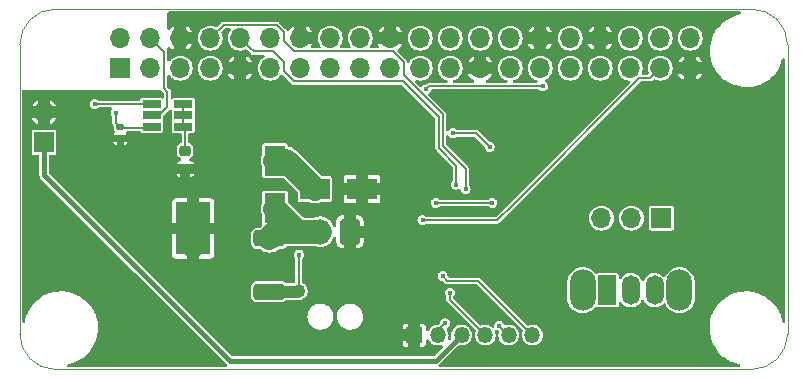
<source format=gbr>
G04 #@! TF.GenerationSoftware,KiCad,Pcbnew,6.0.2-378541a8eb~116~ubuntu20.04.1*
G04 #@! TF.CreationDate,2022-02-27T20:25:45+11:00*
G04 #@! TF.ProjectId,PiConnectLite,5069436f-6e6e-4656-9374-4c6974652e6b,rev?*
G04 #@! TF.SameCoordinates,Original*
G04 #@! TF.FileFunction,Copper,L2,Bot*
G04 #@! TF.FilePolarity,Positive*
%FSLAX46Y46*%
G04 Gerber Fmt 4.6, Leading zero omitted, Abs format (unit mm)*
G04 Created by KiCad (PCBNEW 6.0.2-378541a8eb~116~ubuntu20.04.1) date 2022-02-27 20:25:45*
%MOMM*%
%LPD*%
G01*
G04 APERTURE LIST*
G04 Aperture macros list*
%AMRoundRect*
0 Rectangle with rounded corners*
0 $1 Rounding radius*
0 $2 $3 $4 $5 $6 $7 $8 $9 X,Y pos of 4 corners*
0 Add a 4 corners polygon primitive as box body*
4,1,4,$2,$3,$4,$5,$6,$7,$8,$9,$2,$3,0*
0 Add four circle primitives for the rounded corners*
1,1,$1+$1,$2,$3*
1,1,$1+$1,$4,$5*
1,1,$1+$1,$6,$7*
1,1,$1+$1,$8,$9*
0 Add four rect primitives between the rounded corners*
20,1,$1+$1,$2,$3,$4,$5,0*
20,1,$1+$1,$4,$5,$6,$7,0*
20,1,$1+$1,$6,$7,$8,$9,0*
20,1,$1+$1,$8,$9,$2,$3,0*%
G04 Aperture macros list end*
G04 #@! TA.AperFunction,Profile*
%ADD10C,0.100000*%
G04 #@! TD*
G04 #@! TA.AperFunction,ComponentPad*
%ADD11RoundRect,0.250000X-0.600000X0.850000X-0.600000X-0.850000X0.600000X-0.850000X0.600000X0.850000X0*%
G04 #@! TD*
G04 #@! TA.AperFunction,ComponentPad*
%ADD12O,1.700000X2.200000*%
G04 #@! TD*
G04 #@! TA.AperFunction,ComponentPad*
%ADD13C,0.600000*%
G04 #@! TD*
G04 #@! TA.AperFunction,SMDPad,CuDef*
%ADD14R,2.950000X4.500000*%
G04 #@! TD*
G04 #@! TA.AperFunction,ComponentPad*
%ADD15O,2.200000X3.500000*%
G04 #@! TD*
G04 #@! TA.AperFunction,ComponentPad*
%ADD16R,1.500000X2.500000*%
G04 #@! TD*
G04 #@! TA.AperFunction,ComponentPad*
%ADD17O,1.500000X2.500000*%
G04 #@! TD*
G04 #@! TA.AperFunction,ComponentPad*
%ADD18R,1.700000X1.700000*%
G04 #@! TD*
G04 #@! TA.AperFunction,ComponentPad*
%ADD19O,1.700000X1.700000*%
G04 #@! TD*
G04 #@! TA.AperFunction,SMDPad,CuDef*
%ADD20R,1.560000X0.650000*%
G04 #@! TD*
G04 #@! TA.AperFunction,SMDPad,CuDef*
%ADD21RoundRect,0.218750X0.256250X-0.218750X0.256250X0.218750X-0.256250X0.218750X-0.256250X-0.218750X0*%
G04 #@! TD*
G04 #@! TA.AperFunction,SMDPad,CuDef*
%ADD22RoundRect,0.147500X0.172500X-0.147500X0.172500X0.147500X-0.172500X0.147500X-0.172500X-0.147500X0*%
G04 #@! TD*
G04 #@! TA.AperFunction,SMDPad,CuDef*
%ADD23RoundRect,0.249999X1.075001X-0.425001X1.075001X0.425001X-1.075001X0.425001X-1.075001X-0.425001X0*%
G04 #@! TD*
G04 #@! TA.AperFunction,SMDPad,CuDef*
%ADD24R,2.500000X1.800000*%
G04 #@! TD*
G04 #@! TA.AperFunction,SMDPad,CuDef*
%ADD25R,1.800000X2.500000*%
G04 #@! TD*
G04 #@! TA.AperFunction,SMDPad,CuDef*
%ADD26R,1.350000X1.350000*%
G04 #@! TD*
G04 #@! TA.AperFunction,SMDPad,CuDef*
%ADD27O,1.350000X1.350000*%
G04 #@! TD*
G04 #@! TA.AperFunction,ViaPad*
%ADD28C,0.400000*%
G04 #@! TD*
G04 #@! TA.AperFunction,ViaPad*
%ADD29C,0.900000*%
G04 #@! TD*
G04 #@! TA.AperFunction,ViaPad*
%ADD30C,1.100000*%
G04 #@! TD*
G04 #@! TA.AperFunction,Conductor*
%ADD31C,0.150000*%
G04 #@! TD*
G04 #@! TA.AperFunction,Conductor*
%ADD32C,0.400000*%
G04 #@! TD*
G04 #@! TA.AperFunction,Conductor*
%ADD33C,2.000000*%
G04 #@! TD*
G04 #@! TA.AperFunction,Conductor*
%ADD34C,0.200000*%
G04 #@! TD*
G04 #@! TA.AperFunction,Conductor*
%ADD35C,1.000000*%
G04 #@! TD*
G04 APERTURE END LIST*
D10*
X117500000Y-91000000D02*
X140500000Y-91000000D01*
X143500000Y-63500000D02*
G75*
G03*
X140500000Y-60500000I-3000001J-1D01*
G01*
X143500000Y-68000000D02*
X143500000Y-66500000D01*
X143500000Y-74000000D02*
X143500000Y-68000000D01*
X143500000Y-66500000D02*
X143500000Y-63500000D01*
X140500000Y-91000001D02*
G75*
G03*
X143499995Y-88005236I-2J3000002D01*
G01*
X78500000Y-63500000D02*
X78500000Y-88000000D01*
X81500000Y-60500000D02*
G75*
G03*
X78500000Y-63500000I1J-3000001D01*
G01*
X143499995Y-88005236D02*
X143500000Y-74000000D01*
X140500000Y-60500000D02*
X81500000Y-60500000D01*
X78500000Y-88000000D02*
G75*
G03*
X81500000Y-91000000I3000001J1D01*
G01*
X81500000Y-91000000D02*
X117500000Y-91000000D01*
D11*
X106450000Y-79350000D03*
D12*
X103950000Y-79350000D03*
D13*
X92570000Y-77270000D03*
X93770000Y-77270000D03*
X92570000Y-78470000D03*
X93770000Y-78470000D03*
X92570000Y-80870000D03*
X93770000Y-79770000D03*
X92570000Y-79770000D03*
D14*
X93170000Y-79070000D03*
D13*
X93770000Y-80870000D03*
D15*
X126150000Y-84300000D03*
X134350000Y-84300000D03*
D16*
X128250000Y-84300000D03*
D17*
X130250000Y-84300000D03*
X132250000Y-84300000D03*
D18*
X132825000Y-78200000D03*
D19*
X130285000Y-78200000D03*
X127745000Y-78200000D03*
D18*
X80550000Y-71770000D03*
D19*
X80550000Y-69230000D03*
D18*
X87000000Y-65500000D03*
D19*
X87000000Y-62960000D03*
X89540000Y-65500000D03*
X89540000Y-62960000D03*
X92080000Y-65500000D03*
X92080000Y-62960000D03*
X94620000Y-65500000D03*
X94620000Y-62960000D03*
X97160000Y-65500000D03*
X97160000Y-62960000D03*
X99700000Y-65500000D03*
X99700000Y-62960000D03*
X102240000Y-65500000D03*
X102240000Y-62960000D03*
X104780000Y-65500000D03*
X104780000Y-62960000D03*
X107320000Y-65500000D03*
X107320000Y-62960000D03*
X109860000Y-65500000D03*
X109860000Y-62960000D03*
X112400000Y-65500000D03*
X112400000Y-62960000D03*
X114940000Y-65500000D03*
X114940000Y-62960000D03*
X117480000Y-65500000D03*
X117480000Y-62960000D03*
X120020000Y-65500000D03*
X120020000Y-62960000D03*
X122560000Y-65500000D03*
X122560000Y-62960000D03*
X125100000Y-65500000D03*
X125100000Y-62960000D03*
X127640000Y-65500000D03*
X127640000Y-62960000D03*
X130180000Y-65500000D03*
X130180000Y-62960000D03*
X132720000Y-65500000D03*
X132720000Y-62960000D03*
X135260000Y-65500000D03*
X135260000Y-62960000D03*
D20*
X92350000Y-68550000D03*
X92350000Y-69500000D03*
X92350000Y-70450000D03*
X89650000Y-70450000D03*
X89650000Y-69500000D03*
X89650000Y-68550000D03*
D21*
X92500000Y-74049500D03*
X92500000Y-72474500D03*
D22*
X87000000Y-71485000D03*
X87000000Y-70515000D03*
D23*
X99630000Y-84410000D03*
X99630000Y-79910000D03*
D24*
X103480000Y-75740000D03*
X107480000Y-75740000D03*
D25*
X100100000Y-73320000D03*
X100100000Y-77320000D03*
D26*
X111900000Y-88100000D03*
D27*
X113900000Y-88100000D03*
X115900000Y-88100000D03*
X117900000Y-88100000D03*
X119900000Y-88100000D03*
X121900000Y-88100000D03*
D28*
X119950000Y-82350000D03*
X106940000Y-68180000D03*
D29*
X102770000Y-72050000D03*
D28*
X106390000Y-73210000D03*
X115144960Y-71970000D03*
X111320000Y-77550000D03*
D30*
X84590000Y-76050000D03*
D28*
X127790000Y-68790000D03*
X120250000Y-74660000D03*
D30*
X96080000Y-88650000D03*
D28*
X111350000Y-71950000D03*
X130250000Y-76300000D03*
X84850000Y-68550000D03*
X88510000Y-82510000D03*
X118280000Y-72155000D03*
X115174960Y-71000000D03*
X112900000Y-67300000D03*
X122775000Y-67025000D03*
X116250000Y-75750000D03*
X115445000Y-75355000D03*
X112594989Y-78375011D03*
X86610000Y-69300000D03*
X102120000Y-81280000D03*
D30*
X102120000Y-84370000D03*
D28*
X118500000Y-76900000D03*
X113700000Y-76900000D03*
X114500000Y-87100000D03*
X119100000Y-87300000D03*
X114300000Y-83100000D03*
X114900000Y-84500000D03*
D31*
X92350000Y-69500000D02*
X92350000Y-68550000D01*
X92350000Y-69500000D02*
X91699998Y-69500000D01*
X92350000Y-70450000D02*
X92350000Y-69500000D01*
X92500000Y-70600000D02*
X92350000Y-70450000D01*
X92500000Y-72500000D02*
X92500000Y-70600000D01*
X92400000Y-68500000D02*
X92350000Y-68550000D01*
X91000000Y-67500000D02*
X90700000Y-67200000D01*
X90389999Y-63809999D02*
X89540000Y-62960000D01*
X90700000Y-67200000D02*
X90700000Y-64120000D01*
X91000000Y-68800002D02*
X91000000Y-67500000D01*
X90300002Y-69500000D02*
X91000000Y-68800002D01*
X90700000Y-64120000D02*
X90389999Y-63809999D01*
X89650000Y-69500000D02*
X90300002Y-69500000D01*
D32*
X113700000Y-90300000D02*
X96323998Y-90300000D01*
X80550000Y-74526002D02*
X80550000Y-71770000D01*
D31*
X81500000Y-75532842D02*
X81500000Y-75380000D01*
D32*
X96323998Y-90300000D02*
X80550000Y-74526002D01*
X115900000Y-88100000D02*
X113700000Y-90300000D01*
D31*
X89650000Y-68550000D02*
X84850000Y-68550000D01*
X81500000Y-75500000D02*
X81500000Y-75380000D01*
D33*
X100190000Y-79350000D02*
X99630000Y-79910000D01*
X103950000Y-79350000D02*
X102050000Y-79350000D01*
X102050000Y-79350000D02*
X100120000Y-77420000D01*
X103950000Y-79350000D02*
X100190000Y-79350000D01*
D34*
X115174960Y-71000000D02*
X117125000Y-71000000D01*
X117125000Y-71000000D02*
X118280000Y-72155000D01*
D31*
X122775000Y-67025000D02*
X119500000Y-67025000D01*
X113175000Y-67025000D02*
X112900000Y-67300000D01*
X119500000Y-67025000D02*
X113225000Y-67025000D01*
X113225000Y-67025000D02*
X113175000Y-67025000D01*
X100825001Y-63185001D02*
X100825001Y-62419999D01*
X100240001Y-61834999D02*
X95745001Y-61834999D01*
X116250000Y-75750000D02*
X116250000Y-74050000D01*
X110985001Y-64959999D02*
X110110003Y-64085001D01*
X114315007Y-69418009D02*
X110985001Y-66088003D01*
X101725001Y-64085001D02*
X100825001Y-63185001D01*
X116250000Y-74050000D02*
X114315007Y-72115007D01*
X110110003Y-64085001D02*
X101725001Y-64085001D01*
X95745001Y-61834999D02*
X94620000Y-62960000D01*
X114315007Y-72115007D02*
X114315007Y-69418009D01*
X100825001Y-62419999D02*
X100240001Y-61834999D01*
X110985001Y-66088003D02*
X110985001Y-64959999D01*
X113964997Y-72259985D02*
X113964997Y-69634997D01*
X98285001Y-64085001D02*
X98009999Y-63809999D01*
X110955001Y-66625001D02*
X101699999Y-66625001D01*
X101699999Y-66625001D02*
X100825001Y-65750003D01*
X100825001Y-65750003D02*
X100825001Y-64959999D01*
X113964997Y-69634997D02*
X113465000Y-69135000D01*
X100825001Y-64959999D02*
X99950003Y-64085001D01*
X113614989Y-69284989D02*
X113465000Y-69135000D01*
X113465000Y-69135000D02*
X110955001Y-66625001D01*
X98009999Y-63809999D02*
X97160000Y-62960000D01*
X99950003Y-64085001D02*
X98285001Y-64085001D01*
X115445000Y-73739988D02*
X113964997Y-72259985D01*
X115445000Y-75355000D02*
X115445000Y-73739988D01*
X120079998Y-77215000D02*
X120247499Y-77047499D01*
X112594989Y-78375011D02*
X118919987Y-78375011D01*
X130944999Y-66349999D02*
X131870001Y-66349999D01*
X131870001Y-66349999D02*
X132720000Y-65500000D01*
X118919987Y-78375011D02*
X120247499Y-77047499D01*
X120247499Y-77047499D02*
X130944999Y-66349999D01*
X89544500Y-70555500D02*
X89650000Y-70450000D01*
X89500000Y-70600000D02*
X89650000Y-70450000D01*
X86610000Y-70125000D02*
X87000000Y-70515000D01*
X87000000Y-70555500D02*
X89544500Y-70555500D01*
X86610000Y-69220000D02*
X86610000Y-70125000D01*
D35*
X102080000Y-84410000D02*
X102120000Y-84370000D01*
X99630000Y-84410000D02*
X102080000Y-84410000D01*
D34*
X102120000Y-81280000D02*
X102120000Y-84370000D01*
D31*
X117300000Y-76900000D02*
X117900000Y-76900000D01*
X113700000Y-76900000D02*
X117300000Y-76900000D01*
X117300000Y-76900000D02*
X118500000Y-76900000D01*
D33*
X101060000Y-73320000D02*
X103480000Y-75740000D01*
X100100000Y-73320000D02*
X101060000Y-73320000D01*
D31*
X113900000Y-88100000D02*
X113900000Y-87700000D01*
X113900000Y-87700000D02*
X114500000Y-87100000D01*
X119900000Y-88100000D02*
X119100000Y-87300000D01*
X119900000Y-88100000D02*
X119900000Y-87700000D01*
X114300000Y-83100000D02*
X114700000Y-83500000D01*
X114700000Y-83500000D02*
X117300000Y-83500000D01*
X121900000Y-88100000D02*
X117300000Y-83500000D01*
X114900000Y-85100000D02*
X117900000Y-88100000D01*
X117900000Y-88100000D02*
X116500000Y-86700000D01*
X114900000Y-84500000D02*
X114900000Y-85100000D01*
G04 #@! TA.AperFunction,Conductor*
G36*
X139526983Y-60720002D02*
G01*
X139573476Y-60773658D01*
X139583580Y-60843932D01*
X139554086Y-60908512D01*
X139494360Y-60946896D01*
X139480201Y-60950180D01*
X139467762Y-60952317D01*
X139344918Y-60973425D01*
X139344910Y-60973427D01*
X139341400Y-60974030D01*
X139337975Y-60975028D01*
X139337972Y-60975029D01*
X139318482Y-60980710D01*
X139003341Y-61072566D01*
X139000039Y-61073951D01*
X139000038Y-61073951D01*
X138858590Y-61133265D01*
X138678610Y-61208737D01*
X138524995Y-61294765D01*
X138374498Y-61379047D01*
X138374493Y-61379050D01*
X138371381Y-61380793D01*
X138368485Y-61382878D01*
X138368480Y-61382881D01*
X138221761Y-61488504D01*
X138085605Y-61586523D01*
X138082969Y-61588917D01*
X138082967Y-61588919D01*
X137894623Y-61759998D01*
X137824954Y-61823281D01*
X137753212Y-61905087D01*
X137595536Y-62084882D01*
X137592781Y-62088023D01*
X137590749Y-62090952D01*
X137590746Y-62090956D01*
X137564689Y-62128517D01*
X137392071Y-62377347D01*
X137390380Y-62380494D01*
X137390377Y-62380499D01*
X137347913Y-62459529D01*
X137225402Y-62687532D01*
X137094919Y-63014590D01*
X137002299Y-63354317D01*
X137001757Y-63357839D01*
X136949474Y-63697526D01*
X136948732Y-63702345D01*
X136948592Y-63705909D01*
X136937334Y-63992464D01*
X136934908Y-64054200D01*
X136948278Y-64234116D01*
X136958072Y-64365898D01*
X136961004Y-64405358D01*
X137026684Y-64751304D01*
X137027742Y-64754713D01*
X137027744Y-64754719D01*
X137050021Y-64826462D01*
X137131104Y-65087592D01*
X137132545Y-65090867D01*
X137218693Y-65286653D01*
X137272921Y-65409897D01*
X137450313Y-65714076D01*
X137660999Y-65996219D01*
X137663443Y-65998817D01*
X137663448Y-65998823D01*
X137899820Y-66250093D01*
X137902270Y-66252697D01*
X137972580Y-66312219D01*
X138155766Y-66467297D01*
X138171024Y-66480214D01*
X138173988Y-66482194D01*
X138173990Y-66482196D01*
X138443691Y-66662404D01*
X138463807Y-66675845D01*
X138466989Y-66677484D01*
X138466991Y-66677485D01*
X138773670Y-66835436D01*
X138773675Y-66835438D01*
X138776853Y-66837075D01*
X138780194Y-66838341D01*
X138780199Y-66838343D01*
X138997058Y-66920503D01*
X139106139Y-66961830D01*
X139109603Y-66962710D01*
X139109607Y-66962711D01*
X139443963Y-67047627D01*
X139443971Y-67047629D01*
X139447430Y-67048507D01*
X139619152Y-67071878D01*
X139793347Y-67095585D01*
X139793354Y-67095586D01*
X139796340Y-67095992D01*
X139911081Y-67100500D01*
X140129198Y-67100500D01*
X140270756Y-67092462D01*
X140387992Y-67085805D01*
X140387999Y-67085804D01*
X140391560Y-67085602D01*
X140551066Y-67058194D01*
X140735082Y-67026575D01*
X140735090Y-67026573D01*
X140738600Y-67025970D01*
X140742025Y-67024972D01*
X140742028Y-67024971D01*
X141073221Y-66928436D01*
X141076659Y-66927434D01*
X141135114Y-66902922D01*
X141398092Y-66792646D01*
X141401390Y-66791263D01*
X141566549Y-66698770D01*
X141705502Y-66620953D01*
X141705507Y-66620950D01*
X141708619Y-66619207D01*
X141711515Y-66617122D01*
X141711520Y-66617119D01*
X141896231Y-66484145D01*
X141994395Y-66413477D01*
X142045793Y-66366791D01*
X142252405Y-66179118D01*
X142252406Y-66179117D01*
X142255046Y-66176719D01*
X142398143Y-66013548D01*
X142484868Y-65914658D01*
X142484869Y-65914656D01*
X142487219Y-65911977D01*
X142495108Y-65900606D01*
X142595509Y-65755876D01*
X142687929Y-65622653D01*
X142854598Y-65312468D01*
X142985081Y-64985410D01*
X143052437Y-64738350D01*
X143089652Y-64677889D01*
X143153648Y-64647147D01*
X143224105Y-64655883D01*
X143278654Y-64701324D01*
X143300000Y-64771492D01*
X143300000Y-73977277D01*
X143299995Y-86919501D01*
X143279993Y-86987622D01*
X143226337Y-87034115D01*
X143156063Y-87044219D01*
X143091483Y-87014725D01*
X143053099Y-86954999D01*
X143050206Y-86943003D01*
X143041111Y-86895095D01*
X143013316Y-86748696D01*
X142996673Y-86695095D01*
X142939592Y-86511267D01*
X142908896Y-86412408D01*
X142804837Y-86175915D01*
X142768522Y-86093382D01*
X142768520Y-86093379D01*
X142767079Y-86090103D01*
X142589687Y-85785924D01*
X142379001Y-85503781D01*
X142376557Y-85501183D01*
X142376552Y-85501177D01*
X142140180Y-85249907D01*
X142140176Y-85249904D01*
X142137730Y-85247303D01*
X141946056Y-85085039D01*
X141871698Y-85022090D01*
X141871694Y-85022087D01*
X141868976Y-85019786D01*
X141845417Y-85004044D01*
X141579170Y-84826144D01*
X141579168Y-84826143D01*
X141576193Y-84824155D01*
X141535598Y-84803247D01*
X141266330Y-84664564D01*
X141266325Y-84664562D01*
X141263147Y-84662925D01*
X141259806Y-84661659D01*
X141259801Y-84661657D01*
X140937205Y-84539437D01*
X140937206Y-84539437D01*
X140933861Y-84538170D01*
X140930397Y-84537290D01*
X140930393Y-84537289D01*
X140596037Y-84452373D01*
X140596029Y-84452371D01*
X140592570Y-84451493D01*
X140420848Y-84428122D01*
X140246653Y-84404415D01*
X140246646Y-84404414D01*
X140243660Y-84404008D01*
X140128919Y-84399500D01*
X139910802Y-84399500D01*
X139769244Y-84407538D01*
X139652008Y-84414195D01*
X139652001Y-84414196D01*
X139648440Y-84414398D01*
X139510117Y-84438166D01*
X139304918Y-84473425D01*
X139304910Y-84473427D01*
X139301400Y-84474030D01*
X139297975Y-84475028D01*
X139297972Y-84475029D01*
X139084370Y-84537289D01*
X138963341Y-84572566D01*
X138638610Y-84708737D01*
X138580263Y-84741413D01*
X138334498Y-84879047D01*
X138334493Y-84879050D01*
X138331381Y-84880793D01*
X138328485Y-84882878D01*
X138328480Y-84882881D01*
X138287030Y-84912721D01*
X138045605Y-85086523D01*
X138042969Y-85088917D01*
X138042967Y-85088919D01*
X137802766Y-85307102D01*
X137784954Y-85323281D01*
X137782603Y-85325962D01*
X137574234Y-85563561D01*
X137552781Y-85588023D01*
X137550749Y-85590952D01*
X137550746Y-85590956D01*
X137535421Y-85613047D01*
X137352071Y-85877347D01*
X137350380Y-85880494D01*
X137350377Y-85880499D01*
X137313008Y-85950047D01*
X137185402Y-86187532D01*
X137054919Y-86514590D01*
X136962299Y-86854317D01*
X136956261Y-86893544D01*
X136911908Y-87181713D01*
X136908732Y-87202345D01*
X136908592Y-87205909D01*
X136896681Y-87509082D01*
X136894908Y-87554200D01*
X136921004Y-87905358D01*
X136986684Y-88251304D01*
X136987742Y-88254713D01*
X136987744Y-88254719D01*
X137020698Y-88360848D01*
X137091104Y-88587592D01*
X137092545Y-88590867D01*
X137212014Y-88862381D01*
X137232921Y-88909897D01*
X137410313Y-89214076D01*
X137620999Y-89496219D01*
X137623443Y-89498817D01*
X137623448Y-89498823D01*
X137857807Y-89747953D01*
X137862270Y-89752697D01*
X137864999Y-89755007D01*
X138054652Y-89915560D01*
X138131024Y-89980214D01*
X138133988Y-89982194D01*
X138133990Y-89982196D01*
X138335917Y-90117119D01*
X138423807Y-90175845D01*
X138426989Y-90177484D01*
X138426991Y-90177485D01*
X138733670Y-90335436D01*
X138733675Y-90335438D01*
X138736853Y-90337075D01*
X138740194Y-90338341D01*
X138740199Y-90338343D01*
X138853654Y-90381327D01*
X139066139Y-90461830D01*
X139069603Y-90462710D01*
X139069607Y-90462711D01*
X139403963Y-90547627D01*
X139403971Y-90547629D01*
X139407430Y-90548507D01*
X139412162Y-90549151D01*
X139412435Y-90549273D01*
X139414481Y-90549671D01*
X139414388Y-90550148D01*
X139476964Y-90578156D01*
X139515796Y-90637592D01*
X139516331Y-90708586D01*
X139478399Y-90768600D01*
X139414042Y-90798579D01*
X139395171Y-90800000D01*
X114070583Y-90800000D01*
X114002462Y-90779998D01*
X113955969Y-90726342D01*
X113945865Y-90656068D01*
X113975359Y-90591488D01*
X113981488Y-90584905D01*
X115580572Y-88985821D01*
X115642884Y-88951795D01*
X115695864Y-88951669D01*
X115801524Y-88974128D01*
X115801529Y-88974128D01*
X115807981Y-88975500D01*
X115992019Y-88975500D01*
X115998471Y-88974128D01*
X115998476Y-88974128D01*
X116104133Y-88951669D01*
X116172034Y-88937236D01*
X116191871Y-88928404D01*
X116334131Y-88865066D01*
X116334133Y-88865065D01*
X116340161Y-88862381D01*
X116376009Y-88836336D01*
X116483706Y-88758090D01*
X116483708Y-88758088D01*
X116489050Y-88754207D01*
X116612195Y-88617440D01*
X116689881Y-88482884D01*
X116700910Y-88463782D01*
X116700911Y-88463781D01*
X116704214Y-88458059D01*
X116761085Y-88283029D01*
X116774690Y-88153586D01*
X116797420Y-88098339D01*
X116776056Y-88055911D01*
X116774690Y-88046414D01*
X116761775Y-87923536D01*
X116761775Y-87923535D01*
X116761085Y-87916971D01*
X116704214Y-87741941D01*
X116694862Y-87725742D01*
X116648054Y-87644670D01*
X116612195Y-87582560D01*
X116546036Y-87509082D01*
X116493472Y-87450704D01*
X116493471Y-87450703D01*
X116489050Y-87445793D01*
X116483708Y-87441912D01*
X116483706Y-87441910D01*
X116345503Y-87341500D01*
X116345502Y-87341499D01*
X116340161Y-87337619D01*
X116334133Y-87334935D01*
X116334131Y-87334934D01*
X116178065Y-87265449D01*
X116178064Y-87265449D01*
X116172034Y-87262764D01*
X116066803Y-87240396D01*
X115998476Y-87225872D01*
X115998471Y-87225872D01*
X115992019Y-87224500D01*
X115807981Y-87224500D01*
X115801529Y-87225872D01*
X115801524Y-87225872D01*
X115733197Y-87240396D01*
X115627966Y-87262764D01*
X115621936Y-87265449D01*
X115621935Y-87265449D01*
X115465869Y-87334934D01*
X115465867Y-87334935D01*
X115459839Y-87337619D01*
X115454498Y-87341499D01*
X115454497Y-87341500D01*
X115316294Y-87441910D01*
X115316292Y-87441912D01*
X115310950Y-87445793D01*
X115306529Y-87450703D01*
X115306528Y-87450704D01*
X115253965Y-87509082D01*
X115187805Y-87582560D01*
X115151946Y-87644670D01*
X115105139Y-87725742D01*
X115095786Y-87741941D01*
X115038915Y-87916971D01*
X115038225Y-87923535D01*
X115038225Y-87923536D01*
X115025310Y-88046414D01*
X115002580Y-88101661D01*
X115023944Y-88144089D01*
X115025310Y-88153586D01*
X115038915Y-88283029D01*
X115040955Y-88289308D01*
X115040956Y-88289311D01*
X115042439Y-88293876D01*
X115044466Y-88364843D01*
X115011701Y-88421906D01*
X114944728Y-88488879D01*
X114882416Y-88522905D01*
X114811601Y-88517840D01*
X114754765Y-88475293D01*
X114729954Y-88408773D01*
X114735800Y-88360848D01*
X114759045Y-88289308D01*
X114759045Y-88289306D01*
X114761085Y-88283029D01*
X114774690Y-88153586D01*
X114797420Y-88098339D01*
X114776056Y-88055911D01*
X114774690Y-88046414D01*
X114761775Y-87923536D01*
X114761775Y-87923535D01*
X114761085Y-87916971D01*
X114704214Y-87741941D01*
X114700910Y-87736218D01*
X114648343Y-87645169D01*
X114631605Y-87576173D01*
X114654826Y-87509082D01*
X114700259Y-87469902D01*
X114713725Y-87463041D01*
X114750245Y-87444433D01*
X114844433Y-87350245D01*
X114889706Y-87261391D01*
X114900404Y-87240396D01*
X114900404Y-87240395D01*
X114904905Y-87231562D01*
X114925742Y-87100000D01*
X114904905Y-86968438D01*
X114898058Y-86954999D01*
X114848933Y-86858587D01*
X114844433Y-86849755D01*
X114750245Y-86755567D01*
X114631562Y-86695095D01*
X114500000Y-86674258D01*
X114368438Y-86695095D01*
X114249755Y-86755567D01*
X114155567Y-86849755D01*
X114151067Y-86858587D01*
X114101943Y-86954999D01*
X114095095Y-86968438D01*
X114074258Y-87100000D01*
X114070798Y-87099452D01*
X114055807Y-87150506D01*
X114038904Y-87171480D01*
X114022789Y-87187595D01*
X113960477Y-87221621D01*
X113933694Y-87224500D01*
X113807981Y-87224500D01*
X113801529Y-87225872D01*
X113801524Y-87225872D01*
X113733197Y-87240396D01*
X113627966Y-87262764D01*
X113621936Y-87265449D01*
X113621935Y-87265449D01*
X113465869Y-87334934D01*
X113465867Y-87334935D01*
X113459839Y-87337619D01*
X113454498Y-87341499D01*
X113454497Y-87341500D01*
X113316294Y-87441910D01*
X113316292Y-87441912D01*
X113310950Y-87445793D01*
X113306529Y-87450703D01*
X113306528Y-87450704D01*
X113253965Y-87509082D01*
X113187805Y-87582560D01*
X113123606Y-87693756D01*
X113110119Y-87717116D01*
X113058737Y-87766109D01*
X112989023Y-87779545D01*
X112923112Y-87753159D01*
X112881930Y-87695327D01*
X112875000Y-87654116D01*
X112875000Y-87384160D01*
X112874558Y-87376714D01*
X112873006Y-87363664D01*
X112868048Y-87345626D01*
X112831245Y-87262769D01*
X112818287Y-87243915D01*
X112755658Y-87181396D01*
X112736788Y-87168475D01*
X112653875Y-87131820D01*
X112635798Y-87126892D01*
X112623213Y-87125424D01*
X112615912Y-87125000D01*
X112418115Y-87125000D01*
X112402876Y-87129475D01*
X112401671Y-87130865D01*
X112400000Y-87138548D01*
X112400000Y-89056885D01*
X112404475Y-89072124D01*
X112405865Y-89073329D01*
X112413548Y-89075000D01*
X112615840Y-89075000D01*
X112623286Y-89074558D01*
X112636336Y-89073006D01*
X112654374Y-89068048D01*
X112737231Y-89031245D01*
X112756085Y-89018287D01*
X112818604Y-88955658D01*
X112831525Y-88936788D01*
X112868180Y-88853875D01*
X112873108Y-88835798D01*
X112874576Y-88823213D01*
X112875000Y-88815912D01*
X112875000Y-88545884D01*
X112895002Y-88477763D01*
X112948658Y-88431270D01*
X113018932Y-88421166D01*
X113083512Y-88450660D01*
X113110118Y-88482883D01*
X113187805Y-88617440D01*
X113310950Y-88754207D01*
X113316292Y-88758088D01*
X113316294Y-88758090D01*
X113423991Y-88836336D01*
X113459839Y-88862381D01*
X113465867Y-88865065D01*
X113465869Y-88865066D01*
X113608129Y-88928404D01*
X113627966Y-88937236D01*
X113695867Y-88951669D01*
X113801524Y-88974128D01*
X113801529Y-88974128D01*
X113807981Y-88975500D01*
X113992019Y-88975500D01*
X113998471Y-88974128D01*
X113998476Y-88974128D01*
X114167847Y-88938126D01*
X114238638Y-88943528D01*
X114295270Y-88986345D01*
X114319764Y-89052982D01*
X114304343Y-89122284D01*
X114283139Y-89150468D01*
X113571012Y-89862595D01*
X113508700Y-89896621D01*
X113481917Y-89899500D01*
X96542081Y-89899500D01*
X96473960Y-89879498D01*
X96452986Y-89862595D01*
X95406231Y-88815840D01*
X110925000Y-88815840D01*
X110925442Y-88823286D01*
X110926994Y-88836336D01*
X110931952Y-88854374D01*
X110968755Y-88937231D01*
X110981713Y-88956085D01*
X111044342Y-89018604D01*
X111063212Y-89031525D01*
X111146125Y-89068180D01*
X111164202Y-89073108D01*
X111176787Y-89074576D01*
X111184088Y-89075000D01*
X111381885Y-89075000D01*
X111397124Y-89070525D01*
X111398329Y-89069135D01*
X111400000Y-89061452D01*
X111400000Y-88618115D01*
X111395525Y-88602876D01*
X111394135Y-88601671D01*
X111386452Y-88600000D01*
X110943115Y-88600000D01*
X110927876Y-88604475D01*
X110926671Y-88605865D01*
X110925000Y-88613548D01*
X110925000Y-88815840D01*
X95406231Y-88815840D01*
X93066387Y-86475996D01*
X102845814Y-86475996D01*
X102855523Y-86685767D01*
X102856927Y-86691592D01*
X102856927Y-86691593D01*
X102901324Y-86875809D01*
X102904724Y-86889918D01*
X102907206Y-86895376D01*
X102907207Y-86895380D01*
X102949147Y-86987622D01*
X102991640Y-87081081D01*
X103067196Y-87187595D01*
X103107147Y-87243915D01*
X103113137Y-87252360D01*
X103215389Y-87350245D01*
X103243116Y-87376787D01*
X103264831Y-87397575D01*
X103269866Y-87400826D01*
X103436209Y-87508233D01*
X103436212Y-87508234D01*
X103441246Y-87511485D01*
X103446809Y-87513727D01*
X103630455Y-87587739D01*
X103630458Y-87587740D01*
X103636019Y-87589981D01*
X103641900Y-87591129D01*
X103641905Y-87591131D01*
X103837676Y-87629362D01*
X103837679Y-87629362D01*
X103842122Y-87630230D01*
X103847643Y-87630500D01*
X104002469Y-87630500D01*
X104159046Y-87615561D01*
X104164802Y-87613872D01*
X104164804Y-87613872D01*
X104288267Y-87577652D01*
X104360549Y-87556447D01*
X104528586Y-87469902D01*
X104541908Y-87463041D01*
X104541911Y-87463039D01*
X104547239Y-87460295D01*
X104622947Y-87400826D01*
X104707662Y-87334282D01*
X104707667Y-87334278D01*
X104712379Y-87330576D01*
X104770835Y-87263212D01*
X104846079Y-87176502D01*
X104846083Y-87176497D01*
X104850010Y-87171971D01*
X104955166Y-86990201D01*
X105024053Y-86791826D01*
X105028294Y-86762578D01*
X105053325Y-86589944D01*
X105053325Y-86589941D01*
X105054186Y-86584004D01*
X105049187Y-86475996D01*
X105345814Y-86475996D01*
X105355523Y-86685767D01*
X105356927Y-86691592D01*
X105356927Y-86691593D01*
X105401324Y-86875809D01*
X105404724Y-86889918D01*
X105407206Y-86895376D01*
X105407207Y-86895380D01*
X105449147Y-86987622D01*
X105491640Y-87081081D01*
X105567196Y-87187595D01*
X105607147Y-87243915D01*
X105613137Y-87252360D01*
X105715389Y-87350245D01*
X105743116Y-87376787D01*
X105764831Y-87397575D01*
X105769866Y-87400826D01*
X105936209Y-87508233D01*
X105936212Y-87508234D01*
X105941246Y-87511485D01*
X105946809Y-87513727D01*
X106130455Y-87587739D01*
X106130458Y-87587740D01*
X106136019Y-87589981D01*
X106141900Y-87591129D01*
X106141905Y-87591131D01*
X106337676Y-87629362D01*
X106337679Y-87629362D01*
X106342122Y-87630230D01*
X106347643Y-87630500D01*
X106502469Y-87630500D01*
X106659046Y-87615561D01*
X106664802Y-87613872D01*
X106664804Y-87613872D01*
X106773838Y-87581885D01*
X110925000Y-87581885D01*
X110929475Y-87597124D01*
X110930865Y-87598329D01*
X110938548Y-87600000D01*
X111381885Y-87600000D01*
X111397124Y-87595525D01*
X111398329Y-87594135D01*
X111400000Y-87586452D01*
X111400000Y-87143115D01*
X111395525Y-87127876D01*
X111394135Y-87126671D01*
X111386452Y-87125000D01*
X111184160Y-87125000D01*
X111176714Y-87125442D01*
X111163664Y-87126994D01*
X111145626Y-87131952D01*
X111062769Y-87168755D01*
X111043915Y-87181713D01*
X110981396Y-87244342D01*
X110968475Y-87263212D01*
X110931820Y-87346125D01*
X110926892Y-87364202D01*
X110925424Y-87376787D01*
X110925000Y-87384088D01*
X110925000Y-87581885D01*
X106773838Y-87581885D01*
X106788267Y-87577652D01*
X106860549Y-87556447D01*
X107028586Y-87469902D01*
X107041908Y-87463041D01*
X107041911Y-87463039D01*
X107047239Y-87460295D01*
X107122947Y-87400826D01*
X107207662Y-87334282D01*
X107207667Y-87334278D01*
X107212379Y-87330576D01*
X107270835Y-87263212D01*
X107346079Y-87176502D01*
X107346083Y-87176497D01*
X107350010Y-87171971D01*
X107455166Y-86990201D01*
X107524053Y-86791826D01*
X107528294Y-86762578D01*
X107553325Y-86589944D01*
X107553325Y-86589941D01*
X107554186Y-86584004D01*
X107544477Y-86374233D01*
X107498721Y-86184376D01*
X107496682Y-86175915D01*
X107496681Y-86175913D01*
X107495276Y-86170082D01*
X107452258Y-86075467D01*
X107410840Y-85984374D01*
X107408360Y-85978919D01*
X107286863Y-85807640D01*
X107135169Y-85662425D01*
X107035010Y-85597753D01*
X106963791Y-85551767D01*
X106963788Y-85551766D01*
X106958754Y-85548515D01*
X106953191Y-85546273D01*
X106769545Y-85472261D01*
X106769542Y-85472260D01*
X106763981Y-85470019D01*
X106758100Y-85468871D01*
X106758095Y-85468869D01*
X106562324Y-85430638D01*
X106562321Y-85430638D01*
X106557878Y-85429770D01*
X106552357Y-85429500D01*
X106397531Y-85429500D01*
X106240954Y-85444439D01*
X106235198Y-85446128D01*
X106235196Y-85446128D01*
X106200721Y-85456242D01*
X106039451Y-85503553D01*
X106033446Y-85506646D01*
X105858092Y-85596959D01*
X105858089Y-85596961D01*
X105852761Y-85599705D01*
X105843170Y-85607239D01*
X105692338Y-85725718D01*
X105692333Y-85725722D01*
X105687621Y-85729424D01*
X105683690Y-85733954D01*
X105683689Y-85733955D01*
X105553921Y-85883498D01*
X105553917Y-85883503D01*
X105549990Y-85888029D01*
X105444834Y-86069799D01*
X105436645Y-86093382D01*
X105380526Y-86254989D01*
X105375947Y-86268174D01*
X105375086Y-86274109D01*
X105375086Y-86274111D01*
X105359701Y-86380223D01*
X105345814Y-86475996D01*
X105049187Y-86475996D01*
X105044477Y-86374233D01*
X104998721Y-86184376D01*
X104996682Y-86175915D01*
X104996681Y-86175913D01*
X104995276Y-86170082D01*
X104952258Y-86075467D01*
X104910840Y-85984374D01*
X104908360Y-85978919D01*
X104786863Y-85807640D01*
X104635169Y-85662425D01*
X104535010Y-85597753D01*
X104463791Y-85551767D01*
X104463788Y-85551766D01*
X104458754Y-85548515D01*
X104453191Y-85546273D01*
X104269545Y-85472261D01*
X104269542Y-85472260D01*
X104263981Y-85470019D01*
X104258100Y-85468871D01*
X104258095Y-85468869D01*
X104062324Y-85430638D01*
X104062321Y-85430638D01*
X104057878Y-85429770D01*
X104052357Y-85429500D01*
X103897531Y-85429500D01*
X103740954Y-85444439D01*
X103735198Y-85446128D01*
X103735196Y-85446128D01*
X103700721Y-85456242D01*
X103539451Y-85503553D01*
X103533446Y-85506646D01*
X103358092Y-85596959D01*
X103358089Y-85596961D01*
X103352761Y-85599705D01*
X103343170Y-85607239D01*
X103192338Y-85725718D01*
X103192333Y-85725722D01*
X103187621Y-85729424D01*
X103183690Y-85733954D01*
X103183689Y-85733955D01*
X103053921Y-85883498D01*
X103053917Y-85883503D01*
X103049990Y-85888029D01*
X102944834Y-86069799D01*
X102936645Y-86093382D01*
X102880526Y-86254989D01*
X102875947Y-86268174D01*
X102875086Y-86274109D01*
X102875086Y-86274111D01*
X102859701Y-86380223D01*
X102845814Y-86475996D01*
X93066387Y-86475996D01*
X90521556Y-83931165D01*
X98104500Y-83931165D01*
X98104501Y-84888834D01*
X98104780Y-84891784D01*
X98104780Y-84891789D01*
X98106758Y-84912721D01*
X98107481Y-84920370D01*
X98152366Y-85048184D01*
X98232850Y-85157150D01*
X98341816Y-85237634D01*
X98350699Y-85240754D01*
X98350702Y-85240755D01*
X98443773Y-85273439D01*
X98469630Y-85282519D01*
X98477272Y-85283241D01*
X98477275Y-85283242D01*
X98487634Y-85284221D01*
X98501165Y-85285500D01*
X99629428Y-85285500D01*
X100758834Y-85285499D01*
X100761784Y-85285220D01*
X100761789Y-85285220D01*
X100782721Y-85283242D01*
X100782723Y-85283242D01*
X100790370Y-85282519D01*
X100883236Y-85249907D01*
X100909298Y-85240755D01*
X100909301Y-85240754D01*
X100918184Y-85237634D01*
X101027150Y-85157150D01*
X101032742Y-85149579D01*
X101034916Y-85147405D01*
X101097228Y-85113379D01*
X101124011Y-85110500D01*
X101986519Y-85110500D01*
X102003183Y-85111607D01*
X102104183Y-85125083D01*
X102111194Y-85124445D01*
X102111198Y-85124445D01*
X102264843Y-85110462D01*
X102271864Y-85109823D01*
X102278566Y-85107645D01*
X102278568Y-85107645D01*
X102425298Y-85059970D01*
X102425301Y-85059969D01*
X102431997Y-85057793D01*
X102576623Y-84971578D01*
X102581717Y-84966727D01*
X102581721Y-84966724D01*
X102693454Y-84860322D01*
X102693455Y-84860320D01*
X102698554Y-84855465D01*
X102719357Y-84824155D01*
X102787836Y-84721085D01*
X102791731Y-84715223D01*
X102851521Y-84557823D01*
X102859648Y-84500000D01*
X114474258Y-84500000D01*
X114495095Y-84631562D01*
X114555567Y-84750245D01*
X114587595Y-84782273D01*
X114621621Y-84844585D01*
X114624500Y-84871368D01*
X114624500Y-85060457D01*
X114622079Y-85085039D01*
X114619103Y-85100000D01*
X114624500Y-85127132D01*
X114624500Y-85127133D01*
X114640485Y-85207495D01*
X114701376Y-85298624D01*
X114711692Y-85305517D01*
X114711693Y-85305518D01*
X114714064Y-85307102D01*
X114733156Y-85322772D01*
X117055054Y-87644670D01*
X117089080Y-87706982D01*
X117085792Y-87772699D01*
X117038915Y-87916971D01*
X117038225Y-87923535D01*
X117038225Y-87923536D01*
X117025310Y-88046414D01*
X117002580Y-88101661D01*
X117023944Y-88144089D01*
X117025310Y-88153586D01*
X117038915Y-88283029D01*
X117095786Y-88458059D01*
X117099089Y-88463781D01*
X117099090Y-88463782D01*
X117110119Y-88482884D01*
X117187805Y-88617440D01*
X117310950Y-88754207D01*
X117316292Y-88758088D01*
X117316294Y-88758090D01*
X117423991Y-88836336D01*
X117459839Y-88862381D01*
X117465867Y-88865065D01*
X117465869Y-88865066D01*
X117608129Y-88928404D01*
X117627966Y-88937236D01*
X117695867Y-88951669D01*
X117801524Y-88974128D01*
X117801529Y-88974128D01*
X117807981Y-88975500D01*
X117992019Y-88975500D01*
X117998471Y-88974128D01*
X117998476Y-88974128D01*
X118104133Y-88951669D01*
X118172034Y-88937236D01*
X118191871Y-88928404D01*
X118334131Y-88865066D01*
X118334133Y-88865065D01*
X118340161Y-88862381D01*
X118376009Y-88836336D01*
X118483706Y-88758090D01*
X118483708Y-88758088D01*
X118489050Y-88754207D01*
X118612195Y-88617440D01*
X118689881Y-88482884D01*
X118700910Y-88463782D01*
X118700911Y-88463781D01*
X118704214Y-88458059D01*
X118761085Y-88283029D01*
X118774690Y-88153586D01*
X118797420Y-88098339D01*
X118776056Y-88055911D01*
X118774690Y-88046414D01*
X118761775Y-87923536D01*
X118761775Y-87923535D01*
X118761085Y-87916971D01*
X118731371Y-87825521D01*
X118729343Y-87754554D01*
X118766006Y-87693756D01*
X118829718Y-87662430D01*
X118900252Y-87670523D01*
X118908406Y-87674318D01*
X118959601Y-87700403D01*
X118959605Y-87700404D01*
X118968438Y-87704905D01*
X118976131Y-87706123D01*
X119033762Y-87745530D01*
X119061399Y-87810927D01*
X119056053Y-87864226D01*
X119038915Y-87916971D01*
X119038225Y-87923535D01*
X119038225Y-87923536D01*
X119025310Y-88046414D01*
X119002580Y-88101661D01*
X119023944Y-88144089D01*
X119025310Y-88153586D01*
X119038915Y-88283029D01*
X119095786Y-88458059D01*
X119099089Y-88463781D01*
X119099090Y-88463782D01*
X119110119Y-88482884D01*
X119187805Y-88617440D01*
X119310950Y-88754207D01*
X119316292Y-88758088D01*
X119316294Y-88758090D01*
X119423991Y-88836336D01*
X119459839Y-88862381D01*
X119465867Y-88865065D01*
X119465869Y-88865066D01*
X119608129Y-88928404D01*
X119627966Y-88937236D01*
X119695867Y-88951669D01*
X119801524Y-88974128D01*
X119801529Y-88974128D01*
X119807981Y-88975500D01*
X119992019Y-88975500D01*
X119998471Y-88974128D01*
X119998476Y-88974128D01*
X120104133Y-88951669D01*
X120172034Y-88937236D01*
X120191871Y-88928404D01*
X120334131Y-88865066D01*
X120334133Y-88865065D01*
X120340161Y-88862381D01*
X120376009Y-88836336D01*
X120483706Y-88758090D01*
X120483708Y-88758088D01*
X120489050Y-88754207D01*
X120612195Y-88617440D01*
X120689881Y-88482884D01*
X120700910Y-88463782D01*
X120700911Y-88463781D01*
X120704214Y-88458059D01*
X120761085Y-88283029D01*
X120774690Y-88153586D01*
X120797420Y-88098339D01*
X120776056Y-88055911D01*
X120774690Y-88046414D01*
X120761775Y-87923536D01*
X120761775Y-87923535D01*
X120761085Y-87916971D01*
X120704214Y-87741941D01*
X120694862Y-87725742D01*
X120648054Y-87644670D01*
X120612195Y-87582560D01*
X120546036Y-87509082D01*
X120493472Y-87450704D01*
X120493471Y-87450703D01*
X120489050Y-87445793D01*
X120483708Y-87441912D01*
X120483706Y-87441910D01*
X120345503Y-87341500D01*
X120345502Y-87341499D01*
X120340161Y-87337619D01*
X120334133Y-87334935D01*
X120334131Y-87334934D01*
X120178065Y-87265449D01*
X120178064Y-87265449D01*
X120172034Y-87262764D01*
X120066803Y-87240396D01*
X119998476Y-87225872D01*
X119998471Y-87225872D01*
X119992019Y-87224500D01*
X119807981Y-87224500D01*
X119801529Y-87225872D01*
X119801524Y-87225872D01*
X119650970Y-87257874D01*
X119580179Y-87252472D01*
X119523547Y-87209655D01*
X119506061Y-87175738D01*
X119504905Y-87168438D01*
X119486315Y-87131952D01*
X119448933Y-87058587D01*
X119444433Y-87049755D01*
X119350245Y-86955567D01*
X119294400Y-86927113D01*
X119240396Y-86899596D01*
X119240395Y-86899596D01*
X119231562Y-86895095D01*
X119100000Y-86874258D01*
X118968438Y-86895095D01*
X118959605Y-86899596D01*
X118959604Y-86899596D01*
X118905600Y-86927113D01*
X118849755Y-86955567D01*
X118755567Y-87049755D01*
X118751067Y-87058587D01*
X118713686Y-87131952D01*
X118695095Y-87168438D01*
X118692061Y-87187595D01*
X118681287Y-87255623D01*
X118674258Y-87300000D01*
X118675809Y-87309793D01*
X118676850Y-87316366D01*
X118667750Y-87386777D01*
X118622028Y-87441091D01*
X118554199Y-87462063D01*
X118485800Y-87443035D01*
X118478340Y-87438012D01*
X118469463Y-87431562D01*
X118393971Y-87376714D01*
X118345503Y-87341500D01*
X118345502Y-87341499D01*
X118340161Y-87337619D01*
X118334133Y-87334935D01*
X118334131Y-87334934D01*
X118178065Y-87265449D01*
X118178064Y-87265449D01*
X118172034Y-87262764D01*
X118066803Y-87240396D01*
X117998476Y-87225872D01*
X117998471Y-87225872D01*
X117992019Y-87224500D01*
X117807981Y-87224500D01*
X117801529Y-87225872D01*
X117801524Y-87225872D01*
X117733197Y-87240396D01*
X117627966Y-87262764D01*
X117621933Y-87265450D01*
X117621930Y-87265451D01*
X117607025Y-87272088D01*
X117585582Y-87281634D01*
X117515217Y-87291069D01*
X117450920Y-87260963D01*
X117445239Y-87255623D01*
X115212405Y-85022789D01*
X115178379Y-84960477D01*
X115175500Y-84933694D01*
X115175500Y-84871368D01*
X115195502Y-84803247D01*
X115212405Y-84782273D01*
X115244433Y-84750245D01*
X115304905Y-84631562D01*
X115325742Y-84500000D01*
X115304905Y-84368438D01*
X115244433Y-84249755D01*
X115150245Y-84155567D01*
X115031562Y-84095095D01*
X114900000Y-84074258D01*
X114768438Y-84095095D01*
X114649755Y-84155567D01*
X114555567Y-84249755D01*
X114495095Y-84368438D01*
X114474258Y-84500000D01*
X102859648Y-84500000D01*
X102871679Y-84414398D01*
X102874404Y-84395010D01*
X102874404Y-84395006D01*
X102874955Y-84391088D01*
X102875249Y-84370000D01*
X102856481Y-84202676D01*
X102801108Y-84043668D01*
X102711884Y-83900879D01*
X102703450Y-83892386D01*
X102598205Y-83786403D01*
X102598201Y-83786400D01*
X102593242Y-83781406D01*
X102583938Y-83775501D01*
X102478986Y-83708897D01*
X102432187Y-83655508D01*
X102420500Y-83602512D01*
X102420500Y-83100000D01*
X113874258Y-83100000D01*
X113895095Y-83231562D01*
X113955567Y-83350245D01*
X114049755Y-83444433D01*
X114168438Y-83504905D01*
X114178231Y-83506456D01*
X114300000Y-83525742D01*
X114299452Y-83529202D01*
X114350506Y-83544193D01*
X114371480Y-83561096D01*
X114477229Y-83666845D01*
X114492896Y-83685934D01*
X114501376Y-83698624D01*
X114511689Y-83705515D01*
X114524377Y-83713993D01*
X114524378Y-83713994D01*
X114580870Y-83751741D01*
X114582185Y-83752620D01*
X114582186Y-83752621D01*
X114592505Y-83759515D01*
X114616254Y-83764239D01*
X114672860Y-83775499D01*
X114672865Y-83775500D01*
X114672868Y-83775500D01*
X114672876Y-83775501D01*
X114700000Y-83780896D01*
X114714957Y-83777921D01*
X114739537Y-83775500D01*
X117133694Y-83775500D01*
X117201815Y-83795502D01*
X117222789Y-83812405D01*
X121055054Y-87644670D01*
X121089080Y-87706982D01*
X121085792Y-87772699D01*
X121038915Y-87916971D01*
X121038225Y-87923535D01*
X121038225Y-87923536D01*
X121025310Y-88046414D01*
X121002580Y-88101661D01*
X121023944Y-88144089D01*
X121025310Y-88153586D01*
X121038915Y-88283029D01*
X121095786Y-88458059D01*
X121099089Y-88463781D01*
X121099090Y-88463782D01*
X121110119Y-88482884D01*
X121187805Y-88617440D01*
X121310950Y-88754207D01*
X121316292Y-88758088D01*
X121316294Y-88758090D01*
X121423991Y-88836336D01*
X121459839Y-88862381D01*
X121465867Y-88865065D01*
X121465869Y-88865066D01*
X121608129Y-88928404D01*
X121627966Y-88937236D01*
X121695867Y-88951669D01*
X121801524Y-88974128D01*
X121801529Y-88974128D01*
X121807981Y-88975500D01*
X121992019Y-88975500D01*
X121998471Y-88974128D01*
X121998476Y-88974128D01*
X122104133Y-88951669D01*
X122172034Y-88937236D01*
X122191871Y-88928404D01*
X122334131Y-88865066D01*
X122334133Y-88865065D01*
X122340161Y-88862381D01*
X122376009Y-88836336D01*
X122483706Y-88758090D01*
X122483708Y-88758088D01*
X122489050Y-88754207D01*
X122612195Y-88617440D01*
X122689881Y-88482884D01*
X122700910Y-88463782D01*
X122700911Y-88463781D01*
X122704214Y-88458059D01*
X122761085Y-88283029D01*
X122764061Y-88254719D01*
X122779632Y-88106565D01*
X122780322Y-88100000D01*
X122761085Y-87916971D01*
X122704214Y-87741941D01*
X122694862Y-87725742D01*
X122648054Y-87644670D01*
X122612195Y-87582560D01*
X122546036Y-87509082D01*
X122493472Y-87450704D01*
X122493471Y-87450703D01*
X122489050Y-87445793D01*
X122483708Y-87441912D01*
X122483706Y-87441910D01*
X122345503Y-87341500D01*
X122345502Y-87341499D01*
X122340161Y-87337619D01*
X122334133Y-87334935D01*
X122334131Y-87334934D01*
X122178065Y-87265449D01*
X122178064Y-87265449D01*
X122172034Y-87262764D01*
X122066803Y-87240396D01*
X121998476Y-87225872D01*
X121998471Y-87225872D01*
X121992019Y-87224500D01*
X121807981Y-87224500D01*
X121801529Y-87225872D01*
X121801524Y-87225872D01*
X121733197Y-87240396D01*
X121627966Y-87262764D01*
X121621933Y-87265450D01*
X121621930Y-87265451D01*
X121607025Y-87272088D01*
X121585582Y-87281634D01*
X121515217Y-87291069D01*
X121450920Y-87260963D01*
X121445239Y-87255623D01*
X119196400Y-85006784D01*
X124849500Y-85006784D01*
X124849738Y-85009501D01*
X124849738Y-85009508D01*
X124853122Y-85048184D01*
X124864365Y-85176692D01*
X124865789Y-85182005D01*
X124865789Y-85182007D01*
X124908038Y-85339681D01*
X124923261Y-85396496D01*
X124925583Y-85401476D01*
X124925584Y-85401478D01*
X125013940Y-85590956D01*
X125019432Y-85602734D01*
X125149953Y-85789139D01*
X125310861Y-85950047D01*
X125497266Y-86080568D01*
X125502244Y-86082889D01*
X125502247Y-86082891D01*
X125677515Y-86164620D01*
X125703504Y-86176739D01*
X125708812Y-86178161D01*
X125708814Y-86178162D01*
X125917993Y-86234211D01*
X125917995Y-86234211D01*
X125923308Y-86235635D01*
X126150000Y-86255468D01*
X126376692Y-86235635D01*
X126382005Y-86234211D01*
X126382007Y-86234211D01*
X126591186Y-86178162D01*
X126591188Y-86178161D01*
X126596496Y-86176739D01*
X126622485Y-86164620D01*
X126797753Y-86082891D01*
X126797756Y-86082889D01*
X126802734Y-86080568D01*
X126989139Y-85950047D01*
X127150047Y-85789139D01*
X127189925Y-85732187D01*
X127245382Y-85687858D01*
X127316001Y-85680549D01*
X127363141Y-85699693D01*
X127411449Y-85731972D01*
X127411452Y-85731973D01*
X127421769Y-85738867D01*
X127433938Y-85741288D01*
X127433939Y-85741288D01*
X127474184Y-85749293D01*
X127480252Y-85750500D01*
X129019748Y-85750500D01*
X129025816Y-85749293D01*
X129066061Y-85741288D01*
X129066062Y-85741288D01*
X129078231Y-85738867D01*
X129144552Y-85694552D01*
X129188867Y-85628231D01*
X129191888Y-85613047D01*
X129199293Y-85575816D01*
X129200500Y-85569748D01*
X129200500Y-85354444D01*
X129220502Y-85286323D01*
X129274158Y-85239830D01*
X129344432Y-85229726D01*
X129409012Y-85259220D01*
X129436701Y-85293357D01*
X129465472Y-85345261D01*
X129591136Y-85491875D01*
X129596178Y-85495786D01*
X129596179Y-85495787D01*
X129738665Y-85606311D01*
X129738668Y-85606313D01*
X129743714Y-85610227D01*
X129916974Y-85695481D01*
X129923144Y-85697088D01*
X129923149Y-85697090D01*
X130097655Y-85742545D01*
X130097658Y-85742545D01*
X130103837Y-85744155D01*
X130187203Y-85748524D01*
X130290290Y-85753927D01*
X130290294Y-85753927D01*
X130296671Y-85754261D01*
X130487599Y-85725386D01*
X130552675Y-85701443D01*
X130662832Y-85660914D01*
X130662836Y-85660912D01*
X130668821Y-85658710D01*
X130832934Y-85556955D01*
X130952519Y-85443869D01*
X130968596Y-85428666D01*
X130968597Y-85428665D01*
X130973235Y-85424279D01*
X130981746Y-85412125D01*
X131080327Y-85271335D01*
X131080328Y-85271334D01*
X131083991Y-85266102D01*
X131114620Y-85195323D01*
X131132703Y-85153537D01*
X131178115Y-85098963D01*
X131245822Y-85077603D01*
X131314329Y-85096240D01*
X131361885Y-85148956D01*
X131368575Y-85165902D01*
X131371856Y-85176373D01*
X131465472Y-85345261D01*
X131591136Y-85491875D01*
X131596178Y-85495786D01*
X131596179Y-85495787D01*
X131738665Y-85606311D01*
X131738668Y-85606313D01*
X131743714Y-85610227D01*
X131916974Y-85695481D01*
X131923144Y-85697088D01*
X131923149Y-85697090D01*
X132097655Y-85742545D01*
X132097658Y-85742545D01*
X132103837Y-85744155D01*
X132187203Y-85748524D01*
X132290290Y-85753927D01*
X132290294Y-85753927D01*
X132296671Y-85754261D01*
X132487599Y-85725386D01*
X132552675Y-85701443D01*
X132662832Y-85660914D01*
X132662836Y-85660912D01*
X132668821Y-85658710D01*
X132832934Y-85556955D01*
X132959407Y-85437355D01*
X133022644Y-85405085D01*
X133093291Y-85412125D01*
X133148916Y-85456242D01*
X133160172Y-85475652D01*
X133174625Y-85506646D01*
X133195666Y-85551767D01*
X133219432Y-85602734D01*
X133349953Y-85789139D01*
X133510861Y-85950047D01*
X133697266Y-86080568D01*
X133702244Y-86082889D01*
X133702247Y-86082891D01*
X133877515Y-86164620D01*
X133903504Y-86176739D01*
X133908812Y-86178161D01*
X133908814Y-86178162D01*
X134117993Y-86234211D01*
X134117995Y-86234211D01*
X134123308Y-86235635D01*
X134350000Y-86255468D01*
X134576692Y-86235635D01*
X134582005Y-86234211D01*
X134582007Y-86234211D01*
X134791186Y-86178162D01*
X134791188Y-86178161D01*
X134796496Y-86176739D01*
X134822485Y-86164620D01*
X134997753Y-86082891D01*
X134997756Y-86082889D01*
X135002734Y-86080568D01*
X135189139Y-85950047D01*
X135350047Y-85789139D01*
X135480568Y-85602734D01*
X135486061Y-85590956D01*
X135574416Y-85401478D01*
X135574417Y-85401476D01*
X135576739Y-85396496D01*
X135591963Y-85339681D01*
X135634211Y-85182007D01*
X135634211Y-85182005D01*
X135635635Y-85176692D01*
X135646878Y-85048184D01*
X135650262Y-85009508D01*
X135650262Y-85009501D01*
X135650500Y-85006784D01*
X135650500Y-83593216D01*
X135650041Y-83587963D01*
X135642380Y-83500404D01*
X135635635Y-83423308D01*
X135614909Y-83345957D01*
X135578162Y-83208814D01*
X135578161Y-83208812D01*
X135576739Y-83203504D01*
X135574416Y-83198522D01*
X135482891Y-83002247D01*
X135482889Y-83002244D01*
X135480568Y-82997266D01*
X135350047Y-82810861D01*
X135189139Y-82649953D01*
X135002734Y-82519432D01*
X134997756Y-82517111D01*
X134997753Y-82517109D01*
X134801478Y-82425584D01*
X134801476Y-82425583D01*
X134796496Y-82423261D01*
X134791188Y-82421839D01*
X134791186Y-82421838D01*
X134582007Y-82365789D01*
X134582005Y-82365789D01*
X134576692Y-82364365D01*
X134350000Y-82344532D01*
X134123308Y-82364365D01*
X134117995Y-82365789D01*
X134117993Y-82365789D01*
X133908814Y-82421838D01*
X133908812Y-82421839D01*
X133903504Y-82423261D01*
X133898524Y-82425583D01*
X133898522Y-82425584D01*
X133702247Y-82517109D01*
X133702244Y-82517111D01*
X133697266Y-82519432D01*
X133510861Y-82649953D01*
X133349953Y-82810861D01*
X133219432Y-82997266D01*
X133217111Y-83002244D01*
X133217109Y-83002247D01*
X133159150Y-83126540D01*
X133112232Y-83179825D01*
X133043955Y-83199286D01*
X132975995Y-83178744D01*
X132949290Y-83155290D01*
X132908864Y-83108125D01*
X132903821Y-83104213D01*
X132761335Y-82993689D01*
X132761332Y-82993687D01*
X132756286Y-82989773D01*
X132583026Y-82904519D01*
X132576856Y-82902912D01*
X132576851Y-82902910D01*
X132402345Y-82857455D01*
X132402342Y-82857455D01*
X132396163Y-82855845D01*
X132312797Y-82851476D01*
X132209710Y-82846073D01*
X132209706Y-82846073D01*
X132203329Y-82845739D01*
X132012401Y-82874614D01*
X132006406Y-82876820D01*
X132006405Y-82876820D01*
X131837168Y-82939086D01*
X131837164Y-82939088D01*
X131831179Y-82941290D01*
X131667066Y-83043045D01*
X131526765Y-83175721D01*
X131523103Y-83180951D01*
X131523102Y-83180952D01*
X131419673Y-83328665D01*
X131416009Y-83333898D01*
X131413473Y-83339759D01*
X131367297Y-83446463D01*
X131321885Y-83501037D01*
X131254178Y-83522397D01*
X131185671Y-83503760D01*
X131138115Y-83451044D01*
X131131425Y-83434097D01*
X131130055Y-83429726D01*
X131128144Y-83423627D01*
X131034528Y-83254739D01*
X130908864Y-83108125D01*
X130903821Y-83104213D01*
X130761335Y-82993689D01*
X130761332Y-82993687D01*
X130756286Y-82989773D01*
X130583026Y-82904519D01*
X130576856Y-82902912D01*
X130576851Y-82902910D01*
X130402345Y-82857455D01*
X130402342Y-82857455D01*
X130396163Y-82855845D01*
X130312797Y-82851476D01*
X130209710Y-82846073D01*
X130209706Y-82846073D01*
X130203329Y-82845739D01*
X130012401Y-82874614D01*
X130006406Y-82876820D01*
X130006405Y-82876820D01*
X129837168Y-82939086D01*
X129837164Y-82939088D01*
X129831179Y-82941290D01*
X129667066Y-83043045D01*
X129526765Y-83175721D01*
X129449543Y-83286007D01*
X129429713Y-83314327D01*
X129374257Y-83358656D01*
X129303637Y-83365965D01*
X129240277Y-83333935D01*
X129204291Y-83272734D01*
X129200500Y-83242057D01*
X129200500Y-83030252D01*
X129199293Y-83024184D01*
X129191288Y-82983939D01*
X129191288Y-82983938D01*
X129188867Y-82971769D01*
X129180739Y-82959604D01*
X129165863Y-82937342D01*
X129144552Y-82905448D01*
X129078231Y-82861133D01*
X129066062Y-82858712D01*
X129066061Y-82858712D01*
X129025816Y-82850707D01*
X129019748Y-82849500D01*
X127480252Y-82849500D01*
X127474184Y-82850707D01*
X127433939Y-82858712D01*
X127433938Y-82858712D01*
X127421769Y-82861133D01*
X127411452Y-82868027D01*
X127411449Y-82868028D01*
X127363141Y-82900307D01*
X127295388Y-82921523D01*
X127226921Y-82902741D01*
X127189925Y-82867813D01*
X127174469Y-82845739D01*
X127150047Y-82810861D01*
X126989139Y-82649953D01*
X126802734Y-82519432D01*
X126797756Y-82517111D01*
X126797753Y-82517109D01*
X126601478Y-82425584D01*
X126601476Y-82425583D01*
X126596496Y-82423261D01*
X126591188Y-82421839D01*
X126591186Y-82421838D01*
X126382007Y-82365789D01*
X126382005Y-82365789D01*
X126376692Y-82364365D01*
X126150000Y-82344532D01*
X125923308Y-82364365D01*
X125917995Y-82365789D01*
X125917993Y-82365789D01*
X125708814Y-82421838D01*
X125708812Y-82421839D01*
X125703504Y-82423261D01*
X125698524Y-82425583D01*
X125698522Y-82425584D01*
X125502247Y-82517109D01*
X125502244Y-82517111D01*
X125497266Y-82519432D01*
X125310861Y-82649953D01*
X125149953Y-82810861D01*
X125019432Y-82997266D01*
X125017111Y-83002244D01*
X125017109Y-83002247D01*
X124925584Y-83198522D01*
X124923261Y-83203504D01*
X124921839Y-83208812D01*
X124921838Y-83208814D01*
X124885091Y-83345957D01*
X124864365Y-83423308D01*
X124857620Y-83500404D01*
X124849960Y-83587963D01*
X124849500Y-83593216D01*
X124849500Y-85006784D01*
X119196400Y-85006784D01*
X117522772Y-83333156D01*
X117507102Y-83314064D01*
X117505515Y-83311689D01*
X117498624Y-83301376D01*
X117475623Y-83286007D01*
X117475622Y-83286006D01*
X117428827Y-83254739D01*
X117407495Y-83240485D01*
X117327133Y-83224500D01*
X117312172Y-83221524D01*
X117312171Y-83221524D01*
X117300000Y-83219103D01*
X117287829Y-83221524D01*
X117285039Y-83222079D01*
X117260457Y-83224500D01*
X114866306Y-83224500D01*
X114798185Y-83204498D01*
X114777211Y-83187595D01*
X114761096Y-83171480D01*
X114727070Y-83109168D01*
X114726079Y-83099947D01*
X114725742Y-83100000D01*
X114706456Y-82978231D01*
X114704905Y-82968438D01*
X114691073Y-82941290D01*
X114656613Y-82873659D01*
X114644433Y-82849755D01*
X114550245Y-82755567D01*
X114431562Y-82695095D01*
X114300000Y-82674258D01*
X114168438Y-82695095D01*
X114049755Y-82755567D01*
X113955567Y-82849755D01*
X113943387Y-82873659D01*
X113908928Y-82941290D01*
X113895095Y-82968438D01*
X113874258Y-83100000D01*
X102420500Y-83100000D01*
X102420500Y-81626368D01*
X102440502Y-81558247D01*
X102457405Y-81537273D01*
X102464433Y-81530245D01*
X102524905Y-81411562D01*
X102545742Y-81280000D01*
X102524905Y-81148438D01*
X102464433Y-81029755D01*
X102370245Y-80935567D01*
X102251562Y-80875095D01*
X102120000Y-80854258D01*
X101988438Y-80875095D01*
X101869755Y-80935567D01*
X101775567Y-81029755D01*
X101715095Y-81148438D01*
X101694258Y-81280000D01*
X101715095Y-81411562D01*
X101775567Y-81530245D01*
X101782595Y-81537273D01*
X101782609Y-81537298D01*
X101788406Y-81545277D01*
X101787375Y-81546026D01*
X101816621Y-81599585D01*
X101819500Y-81626368D01*
X101819500Y-83583500D01*
X101799498Y-83651621D01*
X101745842Y-83698114D01*
X101693500Y-83709500D01*
X101124011Y-83709500D01*
X101055890Y-83689498D01*
X101034916Y-83672595D01*
X101032742Y-83670421D01*
X101027150Y-83662850D01*
X100918184Y-83582366D01*
X100909301Y-83579246D01*
X100909298Y-83579245D01*
X100797614Y-83540025D01*
X100797615Y-83540025D01*
X100790370Y-83537481D01*
X100782728Y-83536759D01*
X100782725Y-83536758D01*
X100772366Y-83535779D01*
X100758835Y-83534500D01*
X99630572Y-83534500D01*
X98501166Y-83534501D01*
X98498216Y-83534780D01*
X98498211Y-83534780D01*
X98477279Y-83536758D01*
X98477277Y-83536758D01*
X98469630Y-83537481D01*
X98411378Y-83557938D01*
X98350702Y-83579245D01*
X98350699Y-83579246D01*
X98341816Y-83582366D01*
X98232850Y-83662850D01*
X98152366Y-83771816D01*
X98107481Y-83899630D01*
X98104500Y-83931165D01*
X90521556Y-83931165D01*
X88865826Y-82275435D01*
X88857391Y-82265560D01*
X88854433Y-82259755D01*
X88760245Y-82165567D01*
X88754440Y-82162609D01*
X88744565Y-82154174D01*
X87951231Y-81360840D01*
X91395000Y-81360840D01*
X91395442Y-81368286D01*
X91396994Y-81381336D01*
X91401952Y-81399374D01*
X91438755Y-81482231D01*
X91451713Y-81501085D01*
X91514342Y-81563604D01*
X91533212Y-81576525D01*
X91616125Y-81613180D01*
X91634202Y-81618108D01*
X91646787Y-81619576D01*
X91654088Y-81620000D01*
X92651885Y-81620000D01*
X92667124Y-81615525D01*
X92668329Y-81614135D01*
X92670000Y-81606452D01*
X92670000Y-81601885D01*
X93670000Y-81601885D01*
X93674475Y-81617124D01*
X93675865Y-81618329D01*
X93683548Y-81620000D01*
X94685840Y-81620000D01*
X94693286Y-81619558D01*
X94706336Y-81618006D01*
X94724374Y-81613048D01*
X94807231Y-81576245D01*
X94826085Y-81563287D01*
X94888604Y-81500658D01*
X94901525Y-81481788D01*
X94938180Y-81398875D01*
X94943108Y-81380798D01*
X94944576Y-81368213D01*
X94945000Y-81360912D01*
X94945000Y-79588115D01*
X94940525Y-79572876D01*
X94939135Y-79571671D01*
X94931452Y-79570000D01*
X94412379Y-79570000D01*
X94386734Y-79577530D01*
X93682812Y-80281452D01*
X93670000Y-80304914D01*
X93670000Y-80327621D01*
X93677530Y-80353266D01*
X94105169Y-80780905D01*
X94139195Y-80843217D01*
X94134130Y-80914032D01*
X94105169Y-80959095D01*
X93682812Y-81381452D01*
X93670000Y-81404914D01*
X93670000Y-81601885D01*
X92670000Y-81601885D01*
X92670000Y-81412379D01*
X92662470Y-81386734D01*
X92234831Y-80959095D01*
X92200805Y-80896783D01*
X92205870Y-80825968D01*
X92234831Y-80780905D01*
X92657188Y-80358548D01*
X92670000Y-80335086D01*
X92670000Y-80312379D01*
X92662470Y-80286734D01*
X91958548Y-79582812D01*
X91935086Y-79570000D01*
X91413115Y-79570000D01*
X91397876Y-79574475D01*
X91396671Y-79575865D01*
X91395000Y-79583548D01*
X91395000Y-81360840D01*
X87951231Y-81360840D01*
X86021556Y-79431165D01*
X98104500Y-79431165D01*
X98104501Y-80388834D01*
X98107481Y-80420370D01*
X98152366Y-80548184D01*
X98232850Y-80657150D01*
X98341816Y-80737634D01*
X98350699Y-80740754D01*
X98350702Y-80740755D01*
X98443773Y-80773439D01*
X98469630Y-80782519D01*
X98477272Y-80783241D01*
X98477275Y-80783242D01*
X98487634Y-80784221D01*
X98501165Y-80785500D01*
X98753628Y-80785500D01*
X98821749Y-80805502D01*
X98838397Y-80819099D01*
X98838576Y-80818889D01*
X98842964Y-80822637D01*
X98846998Y-80826778D01*
X98851716Y-80830113D01*
X98851718Y-80830114D01*
X98984316Y-80923825D01*
X99027178Y-80954117D01*
X99227548Y-81046490D01*
X99233147Y-81047912D01*
X99233150Y-81047913D01*
X99334472Y-81073645D01*
X99441396Y-81100800D01*
X99661560Y-81115230D01*
X99880667Y-81089296D01*
X100091379Y-81023869D01*
X100286641Y-80921137D01*
X100345046Y-80875095D01*
X100424385Y-80812549D01*
X100490265Y-80786084D01*
X100502391Y-80785499D01*
X100758834Y-80785499D01*
X100761784Y-80785220D01*
X100761789Y-80785220D01*
X100782721Y-80783242D01*
X100782723Y-80783242D01*
X100790370Y-80782519D01*
X100882971Y-80750000D01*
X100909298Y-80740755D01*
X100909301Y-80740754D01*
X100918184Y-80737634D01*
X101027150Y-80657150D01*
X101068151Y-80601639D01*
X101124711Y-80558730D01*
X101169501Y-80550500D01*
X101953739Y-80550500D01*
X101971817Y-80551804D01*
X101976646Y-80552504D01*
X101981190Y-80553163D01*
X101981192Y-80553163D01*
X101986902Y-80553991D01*
X102073286Y-80550597D01*
X102078233Y-80550500D01*
X103467260Y-80550500D01*
X103527188Y-80565664D01*
X103540945Y-80573103D01*
X103737746Y-80634023D01*
X103743871Y-80634667D01*
X103743872Y-80634667D01*
X103936502Y-80654913D01*
X103936504Y-80654913D01*
X103942631Y-80655557D01*
X104029471Y-80647654D01*
X104141658Y-80637445D01*
X104141661Y-80637444D01*
X104147797Y-80636886D01*
X104345428Y-80578720D01*
X104399408Y-80550500D01*
X104522533Y-80486131D01*
X104527998Y-80483274D01*
X104532799Y-80479414D01*
X104532802Y-80479412D01*
X104683746Y-80358050D01*
X104683747Y-80358050D01*
X104688553Y-80354185D01*
X104820976Y-80196370D01*
X104840546Y-80160773D01*
X104858435Y-80135947D01*
X104902576Y-80088195D01*
X104906501Y-80083949D01*
X105024236Y-79897350D01*
X105056970Y-79815301D01*
X105100790Y-79759442D01*
X105167855Y-79736141D01*
X105236870Y-79752797D01*
X105285924Y-79804121D01*
X105300000Y-79861991D01*
X105300000Y-80238943D01*
X105300456Y-80246498D01*
X105309881Y-80324388D01*
X105313834Y-80339953D01*
X105363165Y-80464549D01*
X105371522Y-80479380D01*
X105452243Y-80585725D01*
X105464275Y-80597757D01*
X105570620Y-80678478D01*
X105585451Y-80686835D01*
X105710047Y-80736166D01*
X105725612Y-80740119D01*
X105803502Y-80749544D01*
X105811057Y-80750000D01*
X105931885Y-80750000D01*
X105947124Y-80745525D01*
X105948329Y-80744135D01*
X105950000Y-80736452D01*
X105950000Y-80731885D01*
X106950000Y-80731885D01*
X106954475Y-80747124D01*
X106955865Y-80748329D01*
X106963548Y-80750000D01*
X107088943Y-80750000D01*
X107096498Y-80749544D01*
X107174388Y-80740119D01*
X107189953Y-80736166D01*
X107314549Y-80686835D01*
X107329380Y-80678478D01*
X107435725Y-80597757D01*
X107447757Y-80585725D01*
X107528478Y-80479380D01*
X107536835Y-80464549D01*
X107586166Y-80339953D01*
X107590119Y-80324388D01*
X107599544Y-80246498D01*
X107600000Y-80238943D01*
X107600000Y-79868115D01*
X107595525Y-79852876D01*
X107594135Y-79851671D01*
X107586452Y-79850000D01*
X106968115Y-79850000D01*
X106952876Y-79854475D01*
X106951671Y-79855865D01*
X106950000Y-79863548D01*
X106950000Y-80731885D01*
X105950000Y-80731885D01*
X105950000Y-78831885D01*
X106950000Y-78831885D01*
X106954475Y-78847124D01*
X106955865Y-78848329D01*
X106963548Y-78850000D01*
X107581885Y-78850000D01*
X107597124Y-78845525D01*
X107598329Y-78844135D01*
X107600000Y-78836452D01*
X107600000Y-78461057D01*
X107599544Y-78453502D01*
X107590119Y-78375612D01*
X107589966Y-78375011D01*
X112169247Y-78375011D01*
X112190084Y-78506573D01*
X112250556Y-78625256D01*
X112344744Y-78719444D01*
X112353577Y-78723944D01*
X112353576Y-78723944D01*
X112436785Y-78766341D01*
X112463427Y-78779916D01*
X112594989Y-78800753D01*
X112726551Y-78779916D01*
X112753194Y-78766341D01*
X112836402Y-78723944D01*
X112836401Y-78723944D01*
X112845234Y-78719444D01*
X112877262Y-78687416D01*
X112939574Y-78653390D01*
X112966357Y-78650511D01*
X118880444Y-78650511D01*
X118905026Y-78652932D01*
X118919987Y-78655908D01*
X118947119Y-78650511D01*
X118947120Y-78650511D01*
X119027482Y-78634526D01*
X119092228Y-78591264D01*
X119095609Y-78589005D01*
X119097079Y-78591205D01*
X119097081Y-78591205D01*
X119095610Y-78589004D01*
X119108298Y-78580526D01*
X119118611Y-78573635D01*
X119127089Y-78560947D01*
X119142759Y-78541855D01*
X119499352Y-78185262D01*
X126689520Y-78185262D01*
X126690036Y-78191406D01*
X126704632Y-78365218D01*
X126706759Y-78390553D01*
X126708458Y-78396478D01*
X126758215Y-78570000D01*
X126763544Y-78588586D01*
X126766359Y-78594063D01*
X126766360Y-78594066D01*
X126833108Y-78723944D01*
X126857712Y-78771818D01*
X126985677Y-78933270D01*
X126990370Y-78937264D01*
X126990371Y-78937265D01*
X127004918Y-78949645D01*
X127142564Y-79066791D01*
X127147942Y-79069797D01*
X127147944Y-79069798D01*
X127170432Y-79082366D01*
X127322398Y-79167297D01*
X127406280Y-79194552D01*
X127512471Y-79229056D01*
X127512475Y-79229057D01*
X127518329Y-79230959D01*
X127722894Y-79255351D01*
X127729029Y-79254879D01*
X127729031Y-79254879D01*
X127801625Y-79249293D01*
X127928300Y-79239546D01*
X127934230Y-79237890D01*
X127934232Y-79237890D01*
X128120797Y-79185800D01*
X128120796Y-79185800D01*
X128126725Y-79184145D01*
X128132214Y-79181372D01*
X128132220Y-79181370D01*
X128305116Y-79094033D01*
X128310610Y-79091258D01*
X128321992Y-79082366D01*
X128391781Y-79027841D01*
X128472951Y-78964424D01*
X128476987Y-78959749D01*
X128603540Y-78813134D01*
X128603540Y-78813133D01*
X128607564Y-78808472D01*
X128628387Y-78771818D01*
X128676333Y-78687416D01*
X128709323Y-78629344D01*
X128774351Y-78433863D01*
X128800171Y-78229474D01*
X128800583Y-78200000D01*
X128799138Y-78185262D01*
X129229520Y-78185262D01*
X129230036Y-78191406D01*
X129244632Y-78365218D01*
X129246759Y-78390553D01*
X129248458Y-78396478D01*
X129298215Y-78570000D01*
X129303544Y-78588586D01*
X129306359Y-78594063D01*
X129306360Y-78594066D01*
X129373108Y-78723944D01*
X129397712Y-78771818D01*
X129525677Y-78933270D01*
X129530370Y-78937264D01*
X129530371Y-78937265D01*
X129544918Y-78949645D01*
X129682564Y-79066791D01*
X129687942Y-79069797D01*
X129687944Y-79069798D01*
X129710432Y-79082366D01*
X129862398Y-79167297D01*
X129946280Y-79194552D01*
X130052471Y-79229056D01*
X130052475Y-79229057D01*
X130058329Y-79230959D01*
X130262894Y-79255351D01*
X130269029Y-79254879D01*
X130269031Y-79254879D01*
X130341625Y-79249293D01*
X130468300Y-79239546D01*
X130474230Y-79237890D01*
X130474232Y-79237890D01*
X130660797Y-79185800D01*
X130660796Y-79185800D01*
X130666725Y-79184145D01*
X130672214Y-79181372D01*
X130672220Y-79181370D01*
X130845116Y-79094033D01*
X130850610Y-79091258D01*
X130861992Y-79082366D01*
X130878142Y-79069748D01*
X131774500Y-79069748D01*
X131775707Y-79075816D01*
X131779331Y-79094033D01*
X131786133Y-79128231D01*
X131830448Y-79194552D01*
X131896769Y-79238867D01*
X131908938Y-79241288D01*
X131908939Y-79241288D01*
X131949184Y-79249293D01*
X131955252Y-79250500D01*
X133694748Y-79250500D01*
X133700816Y-79249293D01*
X133741061Y-79241288D01*
X133741062Y-79241288D01*
X133753231Y-79238867D01*
X133819552Y-79194552D01*
X133863867Y-79128231D01*
X133870670Y-79094033D01*
X133874293Y-79075816D01*
X133875500Y-79069748D01*
X133875500Y-77330252D01*
X133863867Y-77271769D01*
X133819552Y-77205448D01*
X133753231Y-77161133D01*
X133741062Y-77158712D01*
X133741061Y-77158712D01*
X133700816Y-77150707D01*
X133694748Y-77149500D01*
X131955252Y-77149500D01*
X131949184Y-77150707D01*
X131908939Y-77158712D01*
X131908938Y-77158712D01*
X131896769Y-77161133D01*
X131830448Y-77205448D01*
X131786133Y-77271769D01*
X131774500Y-77330252D01*
X131774500Y-79069748D01*
X130878142Y-79069748D01*
X130931781Y-79027841D01*
X131012951Y-78964424D01*
X131016987Y-78959749D01*
X131143540Y-78813134D01*
X131143540Y-78813133D01*
X131147564Y-78808472D01*
X131168387Y-78771818D01*
X131216333Y-78687416D01*
X131249323Y-78629344D01*
X131314351Y-78433863D01*
X131340171Y-78229474D01*
X131340583Y-78200000D01*
X131320480Y-77994970D01*
X131260935Y-77797749D01*
X131164218Y-77615849D01*
X131090859Y-77525902D01*
X131037906Y-77460975D01*
X131037903Y-77460972D01*
X131034011Y-77456200D01*
X131029262Y-77452271D01*
X130880025Y-77328811D01*
X130880021Y-77328809D01*
X130875275Y-77324882D01*
X130713521Y-77237422D01*
X130699474Y-77229827D01*
X130694055Y-77226897D01*
X130497254Y-77165977D01*
X130491129Y-77165333D01*
X130491128Y-77165333D01*
X130298498Y-77145087D01*
X130298496Y-77145087D01*
X130292369Y-77144443D01*
X130205529Y-77152346D01*
X130093342Y-77162555D01*
X130093339Y-77162556D01*
X130087203Y-77163114D01*
X129889572Y-77221280D01*
X129884107Y-77224137D01*
X129880605Y-77225968D01*
X129707002Y-77316726D01*
X129702201Y-77320586D01*
X129702198Y-77320588D01*
X129654305Y-77359095D01*
X129546447Y-77445815D01*
X129414024Y-77603630D01*
X129411056Y-77609028D01*
X129411053Y-77609033D01*
X129404315Y-77621290D01*
X129314776Y-77784162D01*
X129312913Y-77790035D01*
X129254364Y-77974607D01*
X129252484Y-77980532D01*
X129251798Y-77986649D01*
X129251797Y-77986653D01*
X129241382Y-78079509D01*
X129229520Y-78185262D01*
X128799138Y-78185262D01*
X128780480Y-77994970D01*
X128720935Y-77797749D01*
X128624218Y-77615849D01*
X128550859Y-77525902D01*
X128497906Y-77460975D01*
X128497903Y-77460972D01*
X128494011Y-77456200D01*
X128489262Y-77452271D01*
X128340025Y-77328811D01*
X128340021Y-77328809D01*
X128335275Y-77324882D01*
X128173521Y-77237422D01*
X128159474Y-77229827D01*
X128154055Y-77226897D01*
X127957254Y-77165977D01*
X127951129Y-77165333D01*
X127951128Y-77165333D01*
X127758498Y-77145087D01*
X127758496Y-77145087D01*
X127752369Y-77144443D01*
X127665529Y-77152346D01*
X127553342Y-77162555D01*
X127553339Y-77162556D01*
X127547203Y-77163114D01*
X127349572Y-77221280D01*
X127344107Y-77224137D01*
X127340605Y-77225968D01*
X127167002Y-77316726D01*
X127162201Y-77320586D01*
X127162198Y-77320588D01*
X127114305Y-77359095D01*
X127006447Y-77445815D01*
X126874024Y-77603630D01*
X126871056Y-77609028D01*
X126871053Y-77609033D01*
X126864315Y-77621290D01*
X126774776Y-77784162D01*
X126772913Y-77790035D01*
X126714364Y-77974607D01*
X126712484Y-77980532D01*
X126711798Y-77986649D01*
X126711797Y-77986653D01*
X126701382Y-78079509D01*
X126689520Y-78185262D01*
X119499352Y-78185262D01*
X131022210Y-66662404D01*
X131084522Y-66628378D01*
X131111305Y-66625499D01*
X131830458Y-66625499D01*
X131855040Y-66627920D01*
X131870001Y-66630896D01*
X131897133Y-66625499D01*
X131897134Y-66625499D01*
X131977496Y-66609514D01*
X132019466Y-66581470D01*
X132019466Y-66581471D01*
X132019469Y-66581468D01*
X132045623Y-66563993D01*
X132048190Y-66567834D01*
X132048191Y-66567833D01*
X132045624Y-66563992D01*
X132058312Y-66555514D01*
X132068625Y-66548623D01*
X132077105Y-66535933D01*
X132092772Y-66516844D01*
X132130535Y-66479081D01*
X132192847Y-66445055D01*
X132263662Y-66450120D01*
X132281097Y-66458187D01*
X132297398Y-66467297D01*
X132363079Y-66488638D01*
X132487471Y-66529056D01*
X132487475Y-66529057D01*
X132493329Y-66530959D01*
X132697894Y-66555351D01*
X132704029Y-66554879D01*
X132704031Y-66554879D01*
X132760939Y-66550500D01*
X132903300Y-66539546D01*
X132909230Y-66537890D01*
X132909232Y-66537890D01*
X133064451Y-66494552D01*
X133101725Y-66484145D01*
X133107214Y-66481372D01*
X133107220Y-66481370D01*
X133280116Y-66394033D01*
X133285610Y-66391258D01*
X133447951Y-66264424D01*
X133456080Y-66255007D01*
X133578540Y-66113134D01*
X133578540Y-66113133D01*
X133582564Y-66108472D01*
X133603387Y-66071818D01*
X133639342Y-66008525D01*
X134228023Y-66008525D01*
X134257386Y-66072218D01*
X134263137Y-66082179D01*
X134378455Y-66245350D01*
X134385921Y-66254092D01*
X134529047Y-66393520D01*
X134537981Y-66400754D01*
X134704112Y-66511760D01*
X134714224Y-66517251D01*
X134743356Y-66529766D01*
X134757355Y-66531457D01*
X134760000Y-66527129D01*
X134760000Y-66520023D01*
X135760000Y-66520023D01*
X135763973Y-66533554D01*
X135766038Y-66533851D01*
X135770132Y-66532464D01*
X135909124Y-66454625D01*
X135918596Y-66448115D01*
X136072219Y-66320348D01*
X136080348Y-66312219D01*
X136208115Y-66158596D01*
X136214625Y-66149124D01*
X136289286Y-66015806D01*
X136292431Y-66002060D01*
X136290772Y-66000790D01*
X136286524Y-66000000D01*
X135778115Y-66000000D01*
X135762876Y-66004475D01*
X135761671Y-66005865D01*
X135760000Y-66013548D01*
X135760000Y-66520023D01*
X134760000Y-66520023D01*
X134760000Y-66018115D01*
X134755525Y-66002876D01*
X134754135Y-66001671D01*
X134746452Y-66000000D01*
X134242208Y-66000000D01*
X134228677Y-66003973D01*
X134228023Y-66008525D01*
X133639342Y-66008525D01*
X133640853Y-66005865D01*
X133684323Y-65929344D01*
X133749351Y-65733863D01*
X133775171Y-65529474D01*
X133775583Y-65500000D01*
X133755480Y-65294970D01*
X133695935Y-65097749D01*
X133642787Y-64997792D01*
X134229168Y-64997792D01*
X134231564Y-64999529D01*
X134234298Y-65000000D01*
X134741885Y-65000000D01*
X134757124Y-64995525D01*
X134758329Y-64994135D01*
X134760000Y-64986452D01*
X134760000Y-64981885D01*
X135760000Y-64981885D01*
X135764475Y-64997124D01*
X135765865Y-64998329D01*
X135773548Y-65000000D01*
X136277637Y-65000000D01*
X136291168Y-64996027D01*
X136291712Y-64992242D01*
X136291350Y-64991073D01*
X136247292Y-64901733D01*
X136241282Y-64891925D01*
X136121731Y-64731827D01*
X136114041Y-64723287D01*
X135967315Y-64587654D01*
X135958190Y-64580653D01*
X135789209Y-64474034D01*
X135778962Y-64468813D01*
X135776828Y-64467962D01*
X135762785Y-64466638D01*
X135760000Y-64471476D01*
X135760000Y-64981885D01*
X134760000Y-64981885D01*
X134760000Y-64477355D01*
X134756027Y-64463824D01*
X134754827Y-64463652D01*
X134749303Y-64465604D01*
X134586119Y-64562688D01*
X134576807Y-64569453D01*
X134426587Y-64701194D01*
X134418670Y-64709537D01*
X134294974Y-64866445D01*
X134288706Y-64876096D01*
X134231952Y-64983967D01*
X134229168Y-64997792D01*
X133642787Y-64997792D01*
X133599218Y-64915849D01*
X133473232Y-64761375D01*
X133472906Y-64760975D01*
X133472903Y-64760972D01*
X133469011Y-64756200D01*
X133446077Y-64737227D01*
X133315025Y-64628811D01*
X133315021Y-64628809D01*
X133310275Y-64624882D01*
X133129055Y-64526897D01*
X132932254Y-64465977D01*
X132926129Y-64465333D01*
X132926128Y-64465333D01*
X132733498Y-64445087D01*
X132733496Y-64445087D01*
X132727369Y-64444443D01*
X132656977Y-64450849D01*
X132528342Y-64462555D01*
X132528339Y-64462556D01*
X132522203Y-64463114D01*
X132324572Y-64521280D01*
X132142002Y-64616726D01*
X132137201Y-64620586D01*
X132137198Y-64620588D01*
X131992128Y-64737227D01*
X131981447Y-64745815D01*
X131849024Y-64903630D01*
X131846056Y-64909028D01*
X131846053Y-64909033D01*
X131786603Y-65017173D01*
X131749776Y-65084162D01*
X131687484Y-65280532D01*
X131686798Y-65286649D01*
X131686797Y-65286653D01*
X131665207Y-65479137D01*
X131664520Y-65485262D01*
X131665036Y-65491406D01*
X131677169Y-65635887D01*
X131681759Y-65690553D01*
X131738544Y-65888586D01*
X131741360Y-65894064D01*
X131743630Y-65899799D01*
X131741591Y-65900606D01*
X131753084Y-65960627D01*
X131726618Y-66026506D01*
X131668736Y-66067619D01*
X131627669Y-66074499D01*
X131270739Y-66074499D01*
X131202618Y-66054497D01*
X131156125Y-66000841D01*
X131146021Y-65930567D01*
X131151181Y-65908727D01*
X131207404Y-65739715D01*
X131209351Y-65733863D01*
X131235171Y-65529474D01*
X131235583Y-65500000D01*
X131215480Y-65294970D01*
X131155935Y-65097749D01*
X131059218Y-64915849D01*
X130933232Y-64761375D01*
X130932906Y-64760975D01*
X130932903Y-64760972D01*
X130929011Y-64756200D01*
X130906077Y-64737227D01*
X130775025Y-64628811D01*
X130775021Y-64628809D01*
X130770275Y-64624882D01*
X130589055Y-64526897D01*
X130392254Y-64465977D01*
X130386129Y-64465333D01*
X130386128Y-64465333D01*
X130193498Y-64445087D01*
X130193496Y-64445087D01*
X130187369Y-64444443D01*
X130116977Y-64450849D01*
X129988342Y-64462555D01*
X129988339Y-64462556D01*
X129982203Y-64463114D01*
X129784572Y-64521280D01*
X129602002Y-64616726D01*
X129597201Y-64620586D01*
X129597198Y-64620588D01*
X129452128Y-64737227D01*
X129441447Y-64745815D01*
X129309024Y-64903630D01*
X129306056Y-64909028D01*
X129306053Y-64909033D01*
X129246603Y-65017173D01*
X129209776Y-65084162D01*
X129147484Y-65280532D01*
X129146798Y-65286649D01*
X129146797Y-65286653D01*
X129125207Y-65479137D01*
X129124520Y-65485262D01*
X129125036Y-65491406D01*
X129137169Y-65635887D01*
X129141759Y-65690553D01*
X129198544Y-65888586D01*
X129201359Y-65894063D01*
X129201360Y-65894066D01*
X129267542Y-66022842D01*
X129292712Y-66071818D01*
X129420677Y-66233270D01*
X129425370Y-66237264D01*
X129425371Y-66237265D01*
X129522994Y-66320348D01*
X129577564Y-66366791D01*
X129582942Y-66369797D01*
X129582944Y-66369798D01*
X129656811Y-66411081D01*
X129757398Y-66467297D01*
X129823079Y-66488638D01*
X129947471Y-66529056D01*
X129947475Y-66529057D01*
X129953329Y-66530959D01*
X130071899Y-66545097D01*
X130137173Y-66573024D01*
X130176986Y-66631807D01*
X130178698Y-66702783D01*
X130146076Y-66759306D01*
X118842776Y-78062606D01*
X118780464Y-78096632D01*
X118753681Y-78099511D01*
X112966357Y-78099511D01*
X112898236Y-78079509D01*
X112877262Y-78062606D01*
X112845234Y-78030578D01*
X112726551Y-77970106D01*
X112594989Y-77949269D01*
X112463427Y-77970106D01*
X112344744Y-78030578D01*
X112250556Y-78124766D01*
X112237953Y-78149500D01*
X112197205Y-78229474D01*
X112190084Y-78243449D01*
X112169247Y-78375011D01*
X107589966Y-78375011D01*
X107586166Y-78360047D01*
X107536835Y-78235451D01*
X107528478Y-78220620D01*
X107447757Y-78114275D01*
X107435725Y-78102243D01*
X107329380Y-78021522D01*
X107314549Y-78013165D01*
X107189953Y-77963834D01*
X107174388Y-77959881D01*
X107096498Y-77950456D01*
X107088943Y-77950000D01*
X106968115Y-77950000D01*
X106952876Y-77954475D01*
X106951671Y-77955865D01*
X106950000Y-77963548D01*
X106950000Y-78831885D01*
X105950000Y-78831885D01*
X105950000Y-77968115D01*
X105945525Y-77952876D01*
X105944135Y-77951671D01*
X105936452Y-77950000D01*
X105811057Y-77950000D01*
X105803502Y-77950456D01*
X105725612Y-77959881D01*
X105710047Y-77963834D01*
X105585451Y-78013165D01*
X105570620Y-78021522D01*
X105464275Y-78102243D01*
X105452243Y-78114275D01*
X105371522Y-78220620D01*
X105363165Y-78235451D01*
X105313834Y-78360047D01*
X105309881Y-78375612D01*
X105300456Y-78453502D01*
X105300000Y-78461057D01*
X105300000Y-78835031D01*
X105279998Y-78903152D01*
X105226342Y-78949645D01*
X105156068Y-78959749D01*
X105091488Y-78930255D01*
X105055788Y-78878642D01*
X105040194Y-78836373D01*
X105038196Y-78830957D01*
X105035244Y-78825995D01*
X104928342Y-78646309D01*
X104928340Y-78646306D01*
X104925386Y-78641341D01*
X104921580Y-78637001D01*
X104921577Y-78636997D01*
X104866009Y-78573635D01*
X104860249Y-78567066D01*
X104843730Y-78543142D01*
X104832114Y-78521294D01*
X104832110Y-78521287D01*
X104829218Y-78515849D01*
X104722340Y-78384804D01*
X104702906Y-78360975D01*
X104702903Y-78360972D01*
X104699011Y-78356200D01*
X104694262Y-78352271D01*
X104545025Y-78228811D01*
X104545021Y-78228809D01*
X104540275Y-78224882D01*
X104403091Y-78150707D01*
X104364474Y-78129827D01*
X104359055Y-78126897D01*
X104162254Y-78065977D01*
X104156129Y-78065333D01*
X104156128Y-78065333D01*
X103963498Y-78045087D01*
X103963496Y-78045087D01*
X103957369Y-78044443D01*
X103870529Y-78052346D01*
X103758342Y-78062555D01*
X103758339Y-78062556D01*
X103752203Y-78063114D01*
X103554572Y-78121280D01*
X103528019Y-78135162D01*
X103469645Y-78149500D01*
X102599454Y-78149500D01*
X102531333Y-78129498D01*
X102510359Y-78112595D01*
X101237405Y-76839642D01*
X101203380Y-76777330D01*
X101200500Y-76750547D01*
X101200500Y-76050252D01*
X101188867Y-75991769D01*
X101144552Y-75925448D01*
X101078231Y-75881133D01*
X101066062Y-75878712D01*
X101066061Y-75878712D01*
X101025816Y-75870707D01*
X101019748Y-75869500D01*
X99180252Y-75869500D01*
X99174184Y-75870707D01*
X99133939Y-75878712D01*
X99133938Y-75878712D01*
X99121769Y-75881133D01*
X99055448Y-75925448D01*
X99011133Y-75991769D01*
X98999500Y-76050252D01*
X98999500Y-76955218D01*
X98987926Y-77007969D01*
X98983510Y-77017548D01*
X98929200Y-77231396D01*
X98914770Y-77451560D01*
X98940704Y-77670667D01*
X98942417Y-77676183D01*
X98942417Y-77676184D01*
X98993833Y-77841772D01*
X98999500Y-77879136D01*
X98999500Y-78589748D01*
X99000707Y-78595816D01*
X99007958Y-78632267D01*
X99011133Y-78648231D01*
X99018026Y-78658548D01*
X99018027Y-78658549D01*
X99026931Y-78671874D01*
X99048148Y-78739627D01*
X99029367Y-78808094D01*
X99011263Y-78830974D01*
X98844641Y-78997596D01*
X98782329Y-79031622D01*
X98755546Y-79034501D01*
X98501166Y-79034501D01*
X98498216Y-79034780D01*
X98498211Y-79034780D01*
X98477279Y-79036758D01*
X98477277Y-79036758D01*
X98469630Y-79037481D01*
X98411378Y-79057938D01*
X98350702Y-79079245D01*
X98350699Y-79079246D01*
X98341816Y-79082366D01*
X98232850Y-79162850D01*
X98152366Y-79271816D01*
X98107481Y-79399630D01*
X98104500Y-79431165D01*
X86021556Y-79431165D01*
X85142276Y-78551885D01*
X91395000Y-78551885D01*
X91399475Y-78567124D01*
X91400865Y-78568329D01*
X91408548Y-78570000D01*
X92027621Y-78570000D01*
X92053266Y-78562470D01*
X92657188Y-77958548D01*
X92670000Y-77935086D01*
X92670000Y-77927621D01*
X93670000Y-77927621D01*
X93677530Y-77953266D01*
X94281452Y-78557188D01*
X94304914Y-78570000D01*
X94926885Y-78570000D01*
X94942124Y-78565525D01*
X94943329Y-78564135D01*
X94945000Y-78556452D01*
X94945000Y-76779160D01*
X94944558Y-76771714D01*
X94943006Y-76758664D01*
X94938048Y-76740626D01*
X94901245Y-76657769D01*
X94888287Y-76638915D01*
X94825658Y-76576396D01*
X94806788Y-76563475D01*
X94723875Y-76526820D01*
X94705798Y-76521892D01*
X94693213Y-76520424D01*
X94685912Y-76520000D01*
X93688115Y-76520000D01*
X93672876Y-76524475D01*
X93671671Y-76525865D01*
X93670000Y-76533548D01*
X93670000Y-76727621D01*
X93677530Y-76753266D01*
X94105169Y-77180905D01*
X94139195Y-77243217D01*
X94134130Y-77314032D01*
X94105169Y-77359095D01*
X93682812Y-77781452D01*
X93670000Y-77804914D01*
X93670000Y-77927621D01*
X92670000Y-77927621D01*
X92670000Y-77812379D01*
X92662470Y-77786734D01*
X92234831Y-77359095D01*
X92200805Y-77296783D01*
X92205870Y-77225968D01*
X92234831Y-77180905D01*
X92657188Y-76758548D01*
X92670000Y-76735086D01*
X92670000Y-76538115D01*
X92665525Y-76522876D01*
X92664135Y-76521671D01*
X92656452Y-76520000D01*
X91654160Y-76520000D01*
X91646714Y-76520442D01*
X91633664Y-76521994D01*
X91615626Y-76526952D01*
X91532769Y-76563755D01*
X91513915Y-76576713D01*
X91451396Y-76639342D01*
X91438475Y-76658212D01*
X91401820Y-76741125D01*
X91396892Y-76759202D01*
X91395424Y-76771787D01*
X91395000Y-76779088D01*
X91395000Y-78551885D01*
X85142276Y-78551885D01*
X81086943Y-74496552D01*
X91776177Y-74496552D01*
X91784398Y-74517317D01*
X91792751Y-74532140D01*
X91868299Y-74631671D01*
X91880329Y-74643701D01*
X91979857Y-74719247D01*
X91994688Y-74727604D01*
X92045655Y-74747783D01*
X92059699Y-74749071D01*
X92062500Y-74744177D01*
X92062500Y-74736338D01*
X92937500Y-74736338D01*
X92941473Y-74749869D01*
X92947052Y-74750671D01*
X93005312Y-74727604D01*
X93020143Y-74719247D01*
X93119671Y-74643701D01*
X93131701Y-74631671D01*
X93207249Y-74532140D01*
X93215602Y-74517317D01*
X93220936Y-74503843D01*
X93222223Y-74489800D01*
X93217331Y-74487000D01*
X92955615Y-74487000D01*
X92940376Y-74491475D01*
X92939171Y-74492865D01*
X92937500Y-74500548D01*
X92937500Y-74736338D01*
X92062500Y-74736338D01*
X92062500Y-74505115D01*
X92058025Y-74489876D01*
X92056635Y-74488671D01*
X92048952Y-74487000D01*
X91790510Y-74487000D01*
X91776979Y-74490973D01*
X91776177Y-74496552D01*
X81086943Y-74496552D01*
X80987405Y-74397014D01*
X80953379Y-74334702D01*
X80950500Y-74307919D01*
X80950500Y-72946500D01*
X80970502Y-72878379D01*
X81024158Y-72831886D01*
X81076500Y-72820500D01*
X81419748Y-72820500D01*
X81449274Y-72814627D01*
X81466061Y-72811288D01*
X81466062Y-72811288D01*
X81478231Y-72808867D01*
X81544552Y-72764552D01*
X81588867Y-72698231D01*
X81600500Y-72639748D01*
X81600500Y-71790416D01*
X86408637Y-71790416D01*
X86424426Y-71835375D01*
X86433144Y-71851842D01*
X86501900Y-71944930D01*
X86515070Y-71958100D01*
X86608156Y-72026854D01*
X86624625Y-72035575D01*
X86687908Y-72057798D01*
X86701991Y-72058532D01*
X86705000Y-72052759D01*
X86705000Y-72045685D01*
X87295000Y-72045685D01*
X87298973Y-72059216D01*
X87305416Y-72060142D01*
X87375375Y-72035575D01*
X87391844Y-72026854D01*
X87484930Y-71958100D01*
X87498100Y-71944930D01*
X87566856Y-71851842D01*
X87575574Y-71835375D01*
X87589018Y-71797095D01*
X87589753Y-71783010D01*
X87583979Y-71780000D01*
X87313115Y-71780000D01*
X87297876Y-71784475D01*
X87296671Y-71785865D01*
X87295000Y-71793548D01*
X87295000Y-72045685D01*
X86705000Y-72045685D01*
X86705000Y-71798115D01*
X86700525Y-71782876D01*
X86699135Y-71781671D01*
X86691452Y-71780000D01*
X86423094Y-71780000D01*
X86409563Y-71783973D01*
X86408637Y-71790416D01*
X81600500Y-71790416D01*
X81600500Y-70900252D01*
X81593961Y-70867379D01*
X81591288Y-70853939D01*
X81591288Y-70853938D01*
X81588867Y-70841769D01*
X81568024Y-70810575D01*
X81551443Y-70785761D01*
X81544552Y-70775448D01*
X81478231Y-70731133D01*
X81466062Y-70728712D01*
X81466061Y-70728712D01*
X81425816Y-70720707D01*
X81419748Y-70719500D01*
X79680252Y-70719500D01*
X79674184Y-70720707D01*
X79633939Y-70728712D01*
X79633938Y-70728712D01*
X79621769Y-70731133D01*
X79555448Y-70775448D01*
X79548557Y-70785761D01*
X79531977Y-70810575D01*
X79511133Y-70841769D01*
X79508712Y-70853938D01*
X79508712Y-70853939D01*
X79506039Y-70867379D01*
X79499500Y-70900252D01*
X79499500Y-72639748D01*
X79511133Y-72698231D01*
X79555448Y-72764552D01*
X79621769Y-72808867D01*
X79633938Y-72811288D01*
X79633939Y-72811288D01*
X79650726Y-72814627D01*
X79680252Y-72820500D01*
X80023500Y-72820500D01*
X80091621Y-72840502D01*
X80138114Y-72894158D01*
X80149500Y-72946500D01*
X80149500Y-74589435D01*
X80152564Y-74598866D01*
X80152565Y-74598870D01*
X80156297Y-74610355D01*
X80160913Y-74629580D01*
X80161940Y-74636061D01*
X80164354Y-74651306D01*
X80168855Y-74660139D01*
X80168856Y-74660143D01*
X80174341Y-74670908D01*
X80181905Y-74689168D01*
X80188704Y-74710092D01*
X80201639Y-74727895D01*
X80211965Y-74744747D01*
X80221950Y-74764344D01*
X80244513Y-74786907D01*
X80244516Y-74786911D01*
X88097140Y-82639535D01*
X88120312Y-82671426D01*
X88165567Y-82760245D01*
X88259755Y-82854433D01*
X88303692Y-82876820D01*
X88348573Y-82899688D01*
X88380465Y-82922860D01*
X96042510Y-90584905D01*
X96076536Y-90647217D01*
X96071471Y-90718032D01*
X96028924Y-90774868D01*
X95962404Y-90799679D01*
X95953415Y-90800000D01*
X82581138Y-90800000D01*
X82513017Y-90779998D01*
X82466524Y-90726342D01*
X82456420Y-90656068D01*
X82485914Y-90591488D01*
X82545640Y-90553104D01*
X82559800Y-90549820D01*
X82562984Y-90549273D01*
X82600841Y-90542768D01*
X82695082Y-90526575D01*
X82695090Y-90526573D01*
X82698600Y-90525970D01*
X82702025Y-90524972D01*
X82702028Y-90524971D01*
X83033221Y-90428436D01*
X83036659Y-90427434D01*
X83171652Y-90370827D01*
X83358092Y-90292646D01*
X83361390Y-90291263D01*
X83536457Y-90193221D01*
X83665502Y-90120953D01*
X83665507Y-90120950D01*
X83668619Y-90119207D01*
X83671515Y-90117122D01*
X83671520Y-90117119D01*
X83818239Y-90011496D01*
X83954395Y-89913477D01*
X84128858Y-89755007D01*
X84212405Y-89679118D01*
X84212406Y-89679117D01*
X84215046Y-89676719D01*
X84371057Y-89498823D01*
X84444868Y-89414658D01*
X84444869Y-89414656D01*
X84447219Y-89411977D01*
X84647929Y-89122653D01*
X84673772Y-89074558D01*
X84812902Y-88815624D01*
X84814598Y-88812468D01*
X84945081Y-88485410D01*
X85037701Y-88145683D01*
X85071893Y-87923535D01*
X85090726Y-87801178D01*
X85090726Y-87801174D01*
X85091268Y-87797655D01*
X85096581Y-87662430D01*
X85104952Y-87449370D01*
X85104952Y-87449365D01*
X85105092Y-87445800D01*
X85083824Y-87159604D01*
X85079261Y-87098204D01*
X85079260Y-87098199D01*
X85078996Y-87094642D01*
X85013316Y-86748696D01*
X84996673Y-86695095D01*
X84939592Y-86511267D01*
X84908896Y-86412408D01*
X84804837Y-86175915D01*
X84768522Y-86093382D01*
X84768520Y-86093379D01*
X84767079Y-86090103D01*
X84589687Y-85785924D01*
X84379001Y-85503781D01*
X84376557Y-85501183D01*
X84376552Y-85501177D01*
X84140180Y-85249907D01*
X84140176Y-85249904D01*
X84137730Y-85247303D01*
X83946056Y-85085039D01*
X83871698Y-85022090D01*
X83871694Y-85022087D01*
X83868976Y-85019786D01*
X83845417Y-85004044D01*
X83579170Y-84826144D01*
X83579168Y-84826143D01*
X83576193Y-84824155D01*
X83535598Y-84803247D01*
X83266330Y-84664564D01*
X83266325Y-84664562D01*
X83263147Y-84662925D01*
X83259806Y-84661659D01*
X83259801Y-84661657D01*
X82937205Y-84539437D01*
X82937206Y-84539437D01*
X82933861Y-84538170D01*
X82930397Y-84537290D01*
X82930393Y-84537289D01*
X82596037Y-84452373D01*
X82596029Y-84452371D01*
X82592570Y-84451493D01*
X82420848Y-84428122D01*
X82246653Y-84404415D01*
X82246646Y-84404414D01*
X82243660Y-84404008D01*
X82128919Y-84399500D01*
X81910802Y-84399500D01*
X81769244Y-84407538D01*
X81652008Y-84414195D01*
X81652001Y-84414196D01*
X81648440Y-84414398D01*
X81510117Y-84438166D01*
X81304918Y-84473425D01*
X81304910Y-84473427D01*
X81301400Y-84474030D01*
X81297975Y-84475028D01*
X81297972Y-84475029D01*
X81084370Y-84537289D01*
X80963341Y-84572566D01*
X80638610Y-84708737D01*
X80580263Y-84741413D01*
X80334498Y-84879047D01*
X80334493Y-84879050D01*
X80331381Y-84880793D01*
X80328485Y-84882878D01*
X80328480Y-84882881D01*
X80287030Y-84912721D01*
X80045605Y-85086523D01*
X80042969Y-85088917D01*
X80042967Y-85088919D01*
X79802766Y-85307102D01*
X79784954Y-85323281D01*
X79782603Y-85325962D01*
X79574234Y-85563561D01*
X79552781Y-85588023D01*
X79550749Y-85590952D01*
X79550746Y-85590956D01*
X79535421Y-85613047D01*
X79352071Y-85877347D01*
X79350380Y-85880494D01*
X79350377Y-85880499D01*
X79313008Y-85950047D01*
X79185402Y-86187532D01*
X79054919Y-86514590D01*
X78962299Y-86854317D01*
X78956261Y-86893544D01*
X78950534Y-86930755D01*
X78920401Y-86995040D01*
X78860298Y-87032829D01*
X78789304Y-87032125D01*
X78729962Y-86993151D01*
X78701111Y-86928281D01*
X78700000Y-86911587D01*
X78700000Y-69738525D01*
X79518023Y-69738525D01*
X79547386Y-69802218D01*
X79553137Y-69812179D01*
X79668455Y-69975350D01*
X79675921Y-69984092D01*
X79819047Y-70123520D01*
X79827981Y-70130754D01*
X79994112Y-70241760D01*
X80004224Y-70247251D01*
X80033356Y-70259766D01*
X80047355Y-70261457D01*
X80050000Y-70257129D01*
X80050000Y-70250023D01*
X81050000Y-70250023D01*
X81053973Y-70263554D01*
X81056038Y-70263851D01*
X81060132Y-70262464D01*
X81199124Y-70184625D01*
X81208596Y-70178115D01*
X81362219Y-70050348D01*
X81370348Y-70042219D01*
X81498115Y-69888596D01*
X81504625Y-69879124D01*
X81579286Y-69745806D01*
X81582431Y-69732060D01*
X81580772Y-69730790D01*
X81576524Y-69730000D01*
X81068115Y-69730000D01*
X81052876Y-69734475D01*
X81051671Y-69735865D01*
X81050000Y-69743548D01*
X81050000Y-70250023D01*
X80050000Y-70250023D01*
X80050000Y-69748115D01*
X80045525Y-69732876D01*
X80044135Y-69731671D01*
X80036452Y-69730000D01*
X79532208Y-69730000D01*
X79518677Y-69733973D01*
X79518023Y-69738525D01*
X78700000Y-69738525D01*
X78700000Y-68727792D01*
X79519168Y-68727792D01*
X79521564Y-68729529D01*
X79524298Y-68730000D01*
X80031885Y-68730000D01*
X80047124Y-68725525D01*
X80048329Y-68724135D01*
X80050000Y-68716452D01*
X80050000Y-68711885D01*
X81050000Y-68711885D01*
X81054475Y-68727124D01*
X81055865Y-68728329D01*
X81063548Y-68730000D01*
X81567637Y-68730000D01*
X81581168Y-68726027D01*
X81581712Y-68722242D01*
X81581350Y-68721073D01*
X81537292Y-68631733D01*
X81531282Y-68621925D01*
X81411731Y-68461827D01*
X81404041Y-68453287D01*
X81257315Y-68317654D01*
X81248190Y-68310653D01*
X81079209Y-68204034D01*
X81068962Y-68198813D01*
X81066828Y-68197962D01*
X81052785Y-68196638D01*
X81050000Y-68201476D01*
X81050000Y-68711885D01*
X80050000Y-68711885D01*
X80050000Y-68207355D01*
X80046027Y-68193824D01*
X80044827Y-68193652D01*
X80039303Y-68195604D01*
X79876119Y-68292688D01*
X79866807Y-68299453D01*
X79716587Y-68431194D01*
X79708670Y-68439537D01*
X79584974Y-68596445D01*
X79578706Y-68606096D01*
X79521952Y-68713967D01*
X79519168Y-68727792D01*
X78700000Y-68727792D01*
X78700000Y-67446000D01*
X78720002Y-67377879D01*
X78773658Y-67331386D01*
X78826000Y-67320000D01*
X90381493Y-67320000D01*
X90449614Y-67340002D01*
X90486257Y-67375997D01*
X90501376Y-67398624D01*
X90511692Y-67405517D01*
X90511693Y-67405518D01*
X90514064Y-67407102D01*
X90533156Y-67422772D01*
X90687595Y-67577211D01*
X90721621Y-67639523D01*
X90724500Y-67666306D01*
X90724500Y-67944910D01*
X90704498Y-68013031D01*
X90650842Y-68059524D01*
X90580568Y-68069628D01*
X90528496Y-68049674D01*
X90518547Y-68043026D01*
X90508231Y-68036133D01*
X90496062Y-68033712D01*
X90496061Y-68033712D01*
X90455816Y-68025707D01*
X90449748Y-68024500D01*
X88850252Y-68024500D01*
X88844184Y-68025707D01*
X88803939Y-68033712D01*
X88803938Y-68033712D01*
X88791769Y-68036133D01*
X88725448Y-68080448D01*
X88681133Y-68146769D01*
X88678712Y-68158938D01*
X88678712Y-68158939D01*
X88675899Y-68173082D01*
X88642991Y-68235992D01*
X88581296Y-68271123D01*
X88552320Y-68274500D01*
X85221368Y-68274500D01*
X85153247Y-68254498D01*
X85132273Y-68237595D01*
X85100245Y-68205567D01*
X85036490Y-68173082D01*
X84990396Y-68149596D01*
X84990395Y-68149596D01*
X84981562Y-68145095D01*
X84850000Y-68124258D01*
X84718438Y-68145095D01*
X84709605Y-68149596D01*
X84709604Y-68149596D01*
X84663510Y-68173082D01*
X84599755Y-68205567D01*
X84505567Y-68299755D01*
X84445095Y-68418438D01*
X84424258Y-68550000D01*
X84445095Y-68681562D01*
X84505567Y-68800245D01*
X84599755Y-68894433D01*
X84625338Y-68907468D01*
X84691268Y-68941061D01*
X84718438Y-68954905D01*
X84728231Y-68956456D01*
X84810160Y-68969432D01*
X84850000Y-68975742D01*
X84889841Y-68969432D01*
X84971769Y-68956456D01*
X84981562Y-68954905D01*
X85008733Y-68941061D01*
X85074662Y-68907468D01*
X85100245Y-68894433D01*
X85132273Y-68862405D01*
X85194585Y-68828379D01*
X85221368Y-68825500D01*
X86185632Y-68825500D01*
X86253753Y-68845502D01*
X86300246Y-68899158D01*
X86310350Y-68969432D01*
X86280856Y-69034012D01*
X86274727Y-69040595D01*
X86265567Y-69049755D01*
X86261067Y-69058587D01*
X86211814Y-69155252D01*
X86205095Y-69168438D01*
X86184258Y-69300000D01*
X86205095Y-69431562D01*
X86265567Y-69550245D01*
X86297595Y-69582273D01*
X86331621Y-69644585D01*
X86334500Y-69671368D01*
X86334500Y-70085457D01*
X86332079Y-70110039D01*
X86329103Y-70125000D01*
X86334500Y-70152132D01*
X86334500Y-70152133D01*
X86350485Y-70232495D01*
X86411376Y-70323624D01*
X86421695Y-70330519D01*
X86423502Y-70331727D01*
X86426554Y-70335379D01*
X86430470Y-70339295D01*
X86430120Y-70339645D01*
X86469030Y-70386204D01*
X86479500Y-70436492D01*
X86479500Y-70695486D01*
X86480170Y-70700036D01*
X86480170Y-70700039D01*
X86482031Y-70712680D01*
X86489569Y-70763884D01*
X86538501Y-70863547D01*
X86539919Y-70866435D01*
X86551986Y-70936399D01*
X86524312Y-71001780D01*
X86515910Y-71011060D01*
X86501900Y-71025070D01*
X86433144Y-71118158D01*
X86424426Y-71134625D01*
X86410982Y-71172905D01*
X86410247Y-71186990D01*
X86416021Y-71190000D01*
X87576906Y-71190000D01*
X87590437Y-71186027D01*
X87591363Y-71179584D01*
X87575574Y-71134625D01*
X87566858Y-71118162D01*
X87503114Y-71031860D01*
X87478731Y-70965181D01*
X87494268Y-70895906D01*
X87544791Y-70846027D01*
X87604465Y-70831000D01*
X88598930Y-70831000D01*
X88667051Y-70851002D01*
X88703695Y-70886997D01*
X88725448Y-70919552D01*
X88791769Y-70963867D01*
X88803938Y-70966288D01*
X88803939Y-70966288D01*
X88844184Y-70974293D01*
X88850252Y-70975500D01*
X90449748Y-70975500D01*
X90455816Y-70974293D01*
X90496061Y-70966288D01*
X90496062Y-70966288D01*
X90508231Y-70963867D01*
X90574552Y-70919552D01*
X90618867Y-70853231D01*
X90630500Y-70794748D01*
X90630500Y-70105252D01*
X90618867Y-70046769D01*
X90611974Y-70036453D01*
X90607223Y-70024983D01*
X90610937Y-70023445D01*
X90596472Y-69977249D01*
X90611312Y-69926711D01*
X90607223Y-69925017D01*
X90611974Y-69913547D01*
X90618867Y-69903231D01*
X90630500Y-69844748D01*
X90630500Y-69611308D01*
X90650502Y-69543187D01*
X90667405Y-69522213D01*
X91159007Y-69030611D01*
X91221319Y-68996585D01*
X91292134Y-69001650D01*
X91348970Y-69044197D01*
X91373781Y-69110717D01*
X91371681Y-69144287D01*
X91369500Y-69155252D01*
X91369500Y-69844748D01*
X91381133Y-69903231D01*
X91388026Y-69913547D01*
X91392777Y-69925017D01*
X91389063Y-69926555D01*
X91403528Y-69972751D01*
X91388688Y-70023289D01*
X91392777Y-70024983D01*
X91388026Y-70036453D01*
X91381133Y-70046769D01*
X91369500Y-70105252D01*
X91369500Y-70794748D01*
X91381133Y-70853231D01*
X91425448Y-70919552D01*
X91491769Y-70963867D01*
X91503938Y-70966288D01*
X91503939Y-70966288D01*
X91544184Y-70974293D01*
X91550252Y-70975500D01*
X92098500Y-70975500D01*
X92166621Y-70995502D01*
X92213114Y-71049158D01*
X92224500Y-71101500D01*
X92224500Y-71726708D01*
X92204498Y-71794829D01*
X92150842Y-71841322D01*
X92131696Y-71847093D01*
X92131806Y-71847433D01*
X92122373Y-71850498D01*
X92112580Y-71852049D01*
X91994249Y-71912342D01*
X91900342Y-72006249D01*
X91840049Y-72124580D01*
X91824500Y-72222754D01*
X91824500Y-72726246D01*
X91840049Y-72824420D01*
X91900342Y-72942751D01*
X91994249Y-73036658D01*
X92109785Y-73095527D01*
X92112580Y-73096951D01*
X92111215Y-73099630D01*
X92156579Y-73130655D01*
X92184209Y-73196054D01*
X92172096Y-73266010D01*
X92124085Y-73318311D01*
X92105413Y-73327557D01*
X91994683Y-73371398D01*
X91979860Y-73379751D01*
X91880329Y-73455299D01*
X91868299Y-73467329D01*
X91792751Y-73566860D01*
X91784398Y-73581683D01*
X91779064Y-73595157D01*
X91777777Y-73609200D01*
X91782669Y-73612000D01*
X93209490Y-73612000D01*
X93223021Y-73608027D01*
X93223823Y-73602448D01*
X93215602Y-73581683D01*
X93207249Y-73566860D01*
X93131701Y-73467329D01*
X93119671Y-73455299D01*
X93066044Y-73414594D01*
X98898074Y-73414594D01*
X98935438Y-73632043D01*
X98937439Y-73637466D01*
X98991712Y-73784581D01*
X98999500Y-73828192D01*
X98999500Y-74589748D01*
X99011133Y-74648231D01*
X99055448Y-74714552D01*
X99121769Y-74758867D01*
X99133938Y-74761288D01*
X99133939Y-74761288D01*
X99174184Y-74769293D01*
X99180252Y-74770500D01*
X100760546Y-74770500D01*
X100828667Y-74790502D01*
X100849641Y-74807405D01*
X101992595Y-75950359D01*
X102026621Y-76012671D01*
X102029500Y-76039454D01*
X102029500Y-76659748D01*
X102030707Y-76665816D01*
X102035177Y-76688286D01*
X102041133Y-76718231D01*
X102085448Y-76784552D01*
X102151769Y-76828867D01*
X102163938Y-76831288D01*
X102163939Y-76831288D01*
X102204184Y-76839293D01*
X102210252Y-76840500D01*
X102966137Y-76840500D01*
X103006639Y-76847187D01*
X103193074Y-76910474D01*
X103193076Y-76910474D01*
X103198548Y-76912332D01*
X103204264Y-76913161D01*
X103204269Y-76913162D01*
X103295934Y-76926452D01*
X103416902Y-76943991D01*
X103569233Y-76938006D01*
X103631595Y-76935556D01*
X103631597Y-76935556D01*
X103637368Y-76935329D01*
X103643000Y-76934055D01*
X103643005Y-76934054D01*
X103808857Y-76896525D01*
X103852565Y-76886635D01*
X103936132Y-76850732D01*
X103985869Y-76840500D01*
X104749748Y-76840500D01*
X104755816Y-76839293D01*
X104796061Y-76831288D01*
X104796062Y-76831288D01*
X104808231Y-76828867D01*
X104874552Y-76784552D01*
X104918867Y-76718231D01*
X104924824Y-76688286D01*
X104926305Y-76680840D01*
X105930000Y-76680840D01*
X105930442Y-76688286D01*
X105931994Y-76701336D01*
X105936952Y-76719374D01*
X105973755Y-76802231D01*
X105986713Y-76821085D01*
X106049342Y-76883604D01*
X106068212Y-76896525D01*
X106151125Y-76933180D01*
X106169202Y-76938108D01*
X106181787Y-76939576D01*
X106189088Y-76940000D01*
X106961885Y-76940000D01*
X106977124Y-76935525D01*
X106978329Y-76934135D01*
X106980000Y-76926452D01*
X106980000Y-76921885D01*
X107980000Y-76921885D01*
X107984475Y-76937124D01*
X107985865Y-76938329D01*
X107993548Y-76940000D01*
X108770840Y-76940000D01*
X108778286Y-76939558D01*
X108791336Y-76938006D01*
X108809374Y-76933048D01*
X108883777Y-76900000D01*
X113274258Y-76900000D01*
X113275809Y-76909793D01*
X113279889Y-76935556D01*
X113295095Y-77031562D01*
X113355567Y-77150245D01*
X113449755Y-77244433D01*
X113458588Y-77248933D01*
X113458587Y-77248933D01*
X113552498Y-77296783D01*
X113568438Y-77304905D01*
X113700000Y-77325742D01*
X113831562Y-77304905D01*
X113847503Y-77296783D01*
X113941413Y-77248933D01*
X113941412Y-77248933D01*
X113950245Y-77244433D01*
X113982273Y-77212405D01*
X114044585Y-77178379D01*
X114071368Y-77175500D01*
X118128632Y-77175500D01*
X118196753Y-77195502D01*
X118217727Y-77212405D01*
X118249755Y-77244433D01*
X118258588Y-77248933D01*
X118258587Y-77248933D01*
X118352498Y-77296783D01*
X118368438Y-77304905D01*
X118500000Y-77325742D01*
X118631562Y-77304905D01*
X118647503Y-77296783D01*
X118741413Y-77248933D01*
X118741412Y-77248933D01*
X118750245Y-77244433D01*
X118844433Y-77150245D01*
X118904905Y-77031562D01*
X118920111Y-76935556D01*
X118924191Y-76909793D01*
X118925742Y-76900000D01*
X118904905Y-76768438D01*
X118897175Y-76753266D01*
X118870441Y-76700798D01*
X118844433Y-76649755D01*
X118750245Y-76555567D01*
X118631562Y-76495095D01*
X118500000Y-76474258D01*
X118368438Y-76495095D01*
X118249755Y-76555567D01*
X118217727Y-76587595D01*
X118155415Y-76621621D01*
X118128632Y-76624500D01*
X114071368Y-76624500D01*
X114003247Y-76604498D01*
X113982273Y-76587595D01*
X113950245Y-76555567D01*
X113831562Y-76495095D01*
X113700000Y-76474258D01*
X113568438Y-76495095D01*
X113449755Y-76555567D01*
X113355567Y-76649755D01*
X113329559Y-76700798D01*
X113302826Y-76753266D01*
X113295095Y-76768438D01*
X113274258Y-76900000D01*
X108883777Y-76900000D01*
X108892231Y-76896245D01*
X108911085Y-76883287D01*
X108973604Y-76820658D01*
X108986525Y-76801788D01*
X109023180Y-76718875D01*
X109028108Y-76700798D01*
X109029576Y-76688213D01*
X109030000Y-76680912D01*
X109030000Y-76258115D01*
X109025525Y-76242876D01*
X109024135Y-76241671D01*
X109016452Y-76240000D01*
X107998115Y-76240000D01*
X107982876Y-76244475D01*
X107981671Y-76245865D01*
X107980000Y-76253548D01*
X107980000Y-76921885D01*
X106980000Y-76921885D01*
X106980000Y-76258115D01*
X106975525Y-76242876D01*
X106974135Y-76241671D01*
X106966452Y-76240000D01*
X105948115Y-76240000D01*
X105932876Y-76244475D01*
X105931671Y-76245865D01*
X105930000Y-76253548D01*
X105930000Y-76680840D01*
X104926305Y-76680840D01*
X104929293Y-76665816D01*
X104930500Y-76659748D01*
X104930500Y-75221885D01*
X105930000Y-75221885D01*
X105934475Y-75237124D01*
X105935865Y-75238329D01*
X105943548Y-75240000D01*
X106961885Y-75240000D01*
X106977124Y-75235525D01*
X106978329Y-75234135D01*
X106980000Y-75226452D01*
X106980000Y-75221885D01*
X107980000Y-75221885D01*
X107984475Y-75237124D01*
X107985865Y-75238329D01*
X107993548Y-75240000D01*
X109011885Y-75240000D01*
X109027124Y-75235525D01*
X109028329Y-75234135D01*
X109030000Y-75226452D01*
X109030000Y-74799160D01*
X109029558Y-74791714D01*
X109028006Y-74778664D01*
X109023048Y-74760626D01*
X108986245Y-74677769D01*
X108973287Y-74658915D01*
X108910658Y-74596396D01*
X108891788Y-74583475D01*
X108808875Y-74546820D01*
X108790798Y-74541892D01*
X108778213Y-74540424D01*
X108770912Y-74540000D01*
X107998115Y-74540000D01*
X107982876Y-74544475D01*
X107981671Y-74545865D01*
X107980000Y-74553548D01*
X107980000Y-75221885D01*
X106980000Y-75221885D01*
X106980000Y-74558115D01*
X106975525Y-74542876D01*
X106974135Y-74541671D01*
X106966452Y-74540000D01*
X106189160Y-74540000D01*
X106181714Y-74540442D01*
X106168664Y-74541994D01*
X106150626Y-74546952D01*
X106067769Y-74583755D01*
X106048915Y-74596713D01*
X105986396Y-74659342D01*
X105973475Y-74678212D01*
X105936820Y-74761125D01*
X105931892Y-74779202D01*
X105930424Y-74791787D01*
X105930000Y-74799088D01*
X105930000Y-75221885D01*
X104930500Y-75221885D01*
X104930500Y-74820252D01*
X104924838Y-74791787D01*
X104921288Y-74773939D01*
X104921288Y-74773938D01*
X104918867Y-74761769D01*
X104874552Y-74695448D01*
X104808231Y-74651133D01*
X104796062Y-74648712D01*
X104796061Y-74648712D01*
X104755816Y-74640707D01*
X104749748Y-74639500D01*
X104129453Y-74639500D01*
X104061332Y-74619498D01*
X104040358Y-74602595D01*
X101940520Y-72502757D01*
X101934883Y-72496739D01*
X101893715Y-72449796D01*
X101889910Y-72445457D01*
X101847795Y-72412256D01*
X101816886Y-72387889D01*
X101814324Y-72385814D01*
X101747325Y-72330092D01*
X101747323Y-72330090D01*
X101742883Y-72326398D01*
X101737839Y-72323573D01*
X101737713Y-72323502D01*
X101721291Y-72312529D01*
X101721176Y-72312438D01*
X101721171Y-72312435D01*
X101716640Y-72308863D01*
X101634383Y-72265585D01*
X101631502Y-72264021D01*
X101575847Y-72232853D01*
X101555422Y-72221414D01*
X101555420Y-72221413D01*
X101550379Y-72218590D01*
X101544780Y-72216690D01*
X101526613Y-72208884D01*
X101526494Y-72208822D01*
X101521380Y-72206131D01*
X101432606Y-72178566D01*
X101429480Y-72177550D01*
X101346921Y-72149525D01*
X101346916Y-72149524D01*
X101341452Y-72147669D01*
X101335584Y-72146818D01*
X101316330Y-72142461D01*
X101316183Y-72142415D01*
X101316177Y-72142414D01*
X101310667Y-72140703D01*
X101304935Y-72140025D01*
X101299281Y-72138823D01*
X101299652Y-72137079D01*
X101241874Y-72112413D01*
X101202015Y-72053661D01*
X101198410Y-72039745D01*
X101198022Y-72037796D01*
X101188867Y-71991769D01*
X101144552Y-71925448D01*
X101078231Y-71881133D01*
X101066062Y-71878712D01*
X101066061Y-71878712D01*
X101025816Y-71870707D01*
X101019748Y-71869500D01*
X99180252Y-71869500D01*
X99174184Y-71870707D01*
X99133939Y-71878712D01*
X99133938Y-71878712D01*
X99121769Y-71881133D01*
X99055448Y-71925448D01*
X99011133Y-71991769D01*
X98999500Y-72050252D01*
X98999500Y-72814276D01*
X98990530Y-72860965D01*
X98944006Y-72977579D01*
X98942880Y-72983239D01*
X98942879Y-72983243D01*
X98913557Y-73130655D01*
X98900962Y-73193976D01*
X98898074Y-73414594D01*
X93066044Y-73414594D01*
X93020140Y-73379751D01*
X93005317Y-73371398D01*
X92894587Y-73327557D01*
X92838613Y-73283882D01*
X92815137Y-73216879D01*
X92831613Y-73147821D01*
X92882809Y-73098632D01*
X92886453Y-73097104D01*
X92887420Y-73096951D01*
X93005751Y-73036658D01*
X93099658Y-72942751D01*
X93159951Y-72824420D01*
X93175500Y-72726246D01*
X93175500Y-72222754D01*
X93159951Y-72124580D01*
X93099658Y-72006249D01*
X93005751Y-71912342D01*
X92887420Y-71852049D01*
X92877627Y-71850498D01*
X92868194Y-71847433D01*
X92868960Y-71845076D01*
X92817631Y-71820740D01*
X92780108Y-71760470D01*
X92775500Y-71726708D01*
X92775500Y-71101500D01*
X92795502Y-71033379D01*
X92849158Y-70986886D01*
X92901500Y-70975500D01*
X93149748Y-70975500D01*
X93155816Y-70974293D01*
X93196061Y-70966288D01*
X93196062Y-70966288D01*
X93208231Y-70963867D01*
X93274552Y-70919552D01*
X93318867Y-70853231D01*
X93330500Y-70794748D01*
X93330500Y-70105252D01*
X93318867Y-70046769D01*
X93311974Y-70036453D01*
X93307223Y-70024983D01*
X93310937Y-70023445D01*
X93296472Y-69977249D01*
X93311312Y-69926711D01*
X93307223Y-69925017D01*
X93311974Y-69913547D01*
X93318867Y-69903231D01*
X93330500Y-69844748D01*
X93330500Y-69155252D01*
X93328319Y-69144287D01*
X93321288Y-69108939D01*
X93321288Y-69108938D01*
X93318867Y-69096769D01*
X93311974Y-69086453D01*
X93307223Y-69074983D01*
X93310937Y-69073445D01*
X93296472Y-69027249D01*
X93311312Y-68976711D01*
X93307223Y-68975017D01*
X93311974Y-68963547D01*
X93318867Y-68953231D01*
X93330500Y-68894748D01*
X93330500Y-68205252D01*
X93318867Y-68146769D01*
X93274552Y-68080448D01*
X93208231Y-68036133D01*
X93196062Y-68033712D01*
X93196061Y-68033712D01*
X93155816Y-68025707D01*
X93149748Y-68024500D01*
X91550252Y-68024500D01*
X91544184Y-68025707D01*
X91503939Y-68033712D01*
X91503938Y-68033712D01*
X91491769Y-68036133D01*
X91481453Y-68043026D01*
X91471504Y-68049674D01*
X91403752Y-68070890D01*
X91335285Y-68052109D01*
X91287840Y-67999292D01*
X91275500Y-67944910D01*
X91275500Y-67539543D01*
X91277921Y-67514961D01*
X91278476Y-67512171D01*
X91280897Y-67500000D01*
X91259515Y-67392506D01*
X91259515Y-67392505D01*
X91198624Y-67301376D01*
X91185936Y-67292898D01*
X91166844Y-67277228D01*
X91036905Y-67147289D01*
X91002879Y-67084977D01*
X91000000Y-67058194D01*
X91000000Y-66190499D01*
X91020002Y-66122378D01*
X91073658Y-66075885D01*
X91143932Y-66065781D01*
X91208512Y-66095275D01*
X91224745Y-66112234D01*
X91303063Y-66211047D01*
X91320677Y-66233270D01*
X91325370Y-66237264D01*
X91325371Y-66237265D01*
X91422994Y-66320348D01*
X91477564Y-66366791D01*
X91482942Y-66369797D01*
X91482944Y-66369798D01*
X91556811Y-66411081D01*
X91657398Y-66467297D01*
X91723079Y-66488638D01*
X91847471Y-66529056D01*
X91847475Y-66529057D01*
X91853329Y-66530959D01*
X92057894Y-66555351D01*
X92064029Y-66554879D01*
X92064031Y-66554879D01*
X92120939Y-66550500D01*
X92263300Y-66539546D01*
X92269230Y-66537890D01*
X92269232Y-66537890D01*
X92424451Y-66494552D01*
X92461725Y-66484145D01*
X92467214Y-66481372D01*
X92467220Y-66481370D01*
X92640116Y-66394033D01*
X92645610Y-66391258D01*
X92807951Y-66264424D01*
X92816080Y-66255007D01*
X92938540Y-66113134D01*
X92938540Y-66113133D01*
X92942564Y-66108472D01*
X92963387Y-66071818D01*
X93000853Y-66005865D01*
X93044323Y-65929344D01*
X93109351Y-65733863D01*
X93135171Y-65529474D01*
X93135583Y-65500000D01*
X93134138Y-65485262D01*
X93564520Y-65485262D01*
X93565036Y-65491406D01*
X93577169Y-65635887D01*
X93581759Y-65690553D01*
X93638544Y-65888586D01*
X93641359Y-65894063D01*
X93641360Y-65894066D01*
X93707542Y-66022842D01*
X93732712Y-66071818D01*
X93860677Y-66233270D01*
X93865370Y-66237264D01*
X93865371Y-66237265D01*
X93962994Y-66320348D01*
X94017564Y-66366791D01*
X94022942Y-66369797D01*
X94022944Y-66369798D01*
X94096811Y-66411081D01*
X94197398Y-66467297D01*
X94263079Y-66488638D01*
X94387471Y-66529056D01*
X94387475Y-66529057D01*
X94393329Y-66530959D01*
X94597894Y-66555351D01*
X94604029Y-66554879D01*
X94604031Y-66554879D01*
X94660939Y-66550500D01*
X94803300Y-66539546D01*
X94809230Y-66537890D01*
X94809232Y-66537890D01*
X94964451Y-66494552D01*
X95001725Y-66484145D01*
X95007214Y-66481372D01*
X95007220Y-66481370D01*
X95180116Y-66394033D01*
X95185610Y-66391258D01*
X95347951Y-66264424D01*
X95356080Y-66255007D01*
X95478540Y-66113134D01*
X95478540Y-66113133D01*
X95482564Y-66108472D01*
X95503387Y-66071818D01*
X95539342Y-66008525D01*
X96128023Y-66008525D01*
X96157386Y-66072218D01*
X96163137Y-66082179D01*
X96278455Y-66245350D01*
X96285921Y-66254092D01*
X96429047Y-66393520D01*
X96437981Y-66400754D01*
X96604112Y-66511760D01*
X96614224Y-66517251D01*
X96643356Y-66529766D01*
X96657355Y-66531457D01*
X96660000Y-66527129D01*
X96660000Y-66520023D01*
X97660000Y-66520023D01*
X97663973Y-66533554D01*
X97666038Y-66533851D01*
X97670132Y-66532464D01*
X97809124Y-66454625D01*
X97818596Y-66448115D01*
X97972219Y-66320348D01*
X97980348Y-66312219D01*
X98108115Y-66158596D01*
X98114625Y-66149124D01*
X98189286Y-66015806D01*
X98192431Y-66002060D01*
X98190772Y-66000790D01*
X98186524Y-66000000D01*
X97678115Y-66000000D01*
X97662876Y-66004475D01*
X97661671Y-66005865D01*
X97660000Y-66013548D01*
X97660000Y-66520023D01*
X96660000Y-66520023D01*
X96660000Y-66018115D01*
X96655525Y-66002876D01*
X96654135Y-66001671D01*
X96646452Y-66000000D01*
X96142208Y-66000000D01*
X96128677Y-66003973D01*
X96128023Y-66008525D01*
X95539342Y-66008525D01*
X95540853Y-66005865D01*
X95584323Y-65929344D01*
X95649351Y-65733863D01*
X95675171Y-65529474D01*
X95675583Y-65500000D01*
X95655480Y-65294970D01*
X95595935Y-65097749D01*
X95542787Y-64997792D01*
X96129168Y-64997792D01*
X96131564Y-64999529D01*
X96134298Y-65000000D01*
X96641885Y-65000000D01*
X96657124Y-64995525D01*
X96658329Y-64994135D01*
X96660000Y-64986452D01*
X96660000Y-64981885D01*
X97660000Y-64981885D01*
X97664475Y-64997124D01*
X97665865Y-64998329D01*
X97673548Y-65000000D01*
X98177637Y-65000000D01*
X98191168Y-64996027D01*
X98191712Y-64992242D01*
X98191350Y-64991073D01*
X98147292Y-64901733D01*
X98141282Y-64891925D01*
X98021731Y-64731827D01*
X98014041Y-64723287D01*
X97867315Y-64587654D01*
X97858190Y-64580653D01*
X97689209Y-64474034D01*
X97678962Y-64468813D01*
X97676828Y-64467962D01*
X97662785Y-64466638D01*
X97660000Y-64471476D01*
X97660000Y-64981885D01*
X96660000Y-64981885D01*
X96660000Y-64477355D01*
X96656027Y-64463824D01*
X96654827Y-64463652D01*
X96649303Y-64465604D01*
X96486119Y-64562688D01*
X96476807Y-64569453D01*
X96326587Y-64701194D01*
X96318670Y-64709537D01*
X96194974Y-64866445D01*
X96188706Y-64876096D01*
X96131952Y-64983967D01*
X96129168Y-64997792D01*
X95542787Y-64997792D01*
X95499218Y-64915849D01*
X95373232Y-64761375D01*
X95372906Y-64760975D01*
X95372903Y-64760972D01*
X95369011Y-64756200D01*
X95346077Y-64737227D01*
X95215025Y-64628811D01*
X95215021Y-64628809D01*
X95210275Y-64624882D01*
X95029055Y-64526897D01*
X94832254Y-64465977D01*
X94826129Y-64465333D01*
X94826128Y-64465333D01*
X94633498Y-64445087D01*
X94633496Y-64445087D01*
X94627369Y-64444443D01*
X94556977Y-64450849D01*
X94428342Y-64462555D01*
X94428339Y-64462556D01*
X94422203Y-64463114D01*
X94224572Y-64521280D01*
X94042002Y-64616726D01*
X94037201Y-64620586D01*
X94037198Y-64620588D01*
X93892128Y-64737227D01*
X93881447Y-64745815D01*
X93749024Y-64903630D01*
X93746056Y-64909028D01*
X93746053Y-64909033D01*
X93686603Y-65017173D01*
X93649776Y-65084162D01*
X93587484Y-65280532D01*
X93586798Y-65286649D01*
X93586797Y-65286653D01*
X93565207Y-65479137D01*
X93564520Y-65485262D01*
X93134138Y-65485262D01*
X93115480Y-65294970D01*
X93055935Y-65097749D01*
X92959218Y-64915849D01*
X92833232Y-64761375D01*
X92832906Y-64760975D01*
X92832903Y-64760972D01*
X92829011Y-64756200D01*
X92806077Y-64737227D01*
X92675025Y-64628811D01*
X92675021Y-64628809D01*
X92670275Y-64624882D01*
X92489055Y-64526897D01*
X92292254Y-64465977D01*
X92286129Y-64465333D01*
X92286128Y-64465333D01*
X92093498Y-64445087D01*
X92093496Y-64445087D01*
X92087369Y-64444443D01*
X92016977Y-64450849D01*
X91888342Y-64462555D01*
X91888339Y-64462556D01*
X91882203Y-64463114D01*
X91684572Y-64521280D01*
X91502002Y-64616726D01*
X91497201Y-64620586D01*
X91497198Y-64620588D01*
X91352128Y-64737227D01*
X91341447Y-64745815D01*
X91309090Y-64784377D01*
X91222521Y-64887545D01*
X91163412Y-64926872D01*
X91092424Y-64927998D01*
X91032097Y-64890567D01*
X91001583Y-64826462D01*
X91000000Y-64806554D01*
X91000000Y-63812140D01*
X91020002Y-63744019D01*
X91073658Y-63697526D01*
X91143932Y-63687422D01*
X91208512Y-63716916D01*
X91213922Y-63721886D01*
X91349048Y-63853520D01*
X91357981Y-63860754D01*
X91524112Y-63971760D01*
X91534224Y-63977251D01*
X91563356Y-63989766D01*
X91577355Y-63991457D01*
X91580000Y-63987129D01*
X91580000Y-63980023D01*
X92580000Y-63980023D01*
X92583973Y-63993554D01*
X92586038Y-63993851D01*
X92590132Y-63992464D01*
X92729124Y-63914625D01*
X92738596Y-63908115D01*
X92892219Y-63780348D01*
X92900348Y-63772219D01*
X93028115Y-63618596D01*
X93034625Y-63609124D01*
X93109286Y-63475806D01*
X93112431Y-63462060D01*
X93110772Y-63460790D01*
X93106524Y-63460000D01*
X92598115Y-63460000D01*
X92582876Y-63464475D01*
X92581671Y-63465865D01*
X92580000Y-63473548D01*
X92580000Y-63980023D01*
X91580000Y-63980023D01*
X91580000Y-62945262D01*
X93564520Y-62945262D01*
X93581759Y-63150553D01*
X93583458Y-63156478D01*
X93634362Y-63334000D01*
X93638544Y-63348586D01*
X93641359Y-63354063D01*
X93641360Y-63354066D01*
X93727857Y-63522371D01*
X93732712Y-63531818D01*
X93860677Y-63693270D01*
X93865370Y-63697264D01*
X93865371Y-63697265D01*
X93962994Y-63780348D01*
X94017564Y-63826791D01*
X94022942Y-63829797D01*
X94022944Y-63829798D01*
X94096679Y-63871007D01*
X94197398Y-63927297D01*
X94292238Y-63958113D01*
X94387471Y-63989056D01*
X94387475Y-63989057D01*
X94393329Y-63990959D01*
X94597894Y-64015351D01*
X94604029Y-64014879D01*
X94604031Y-64014879D01*
X94660039Y-64010569D01*
X94803300Y-63999546D01*
X94809230Y-63997890D01*
X94809232Y-63997890D01*
X94995797Y-63945800D01*
X94995796Y-63945800D01*
X95001725Y-63944145D01*
X95007214Y-63941372D01*
X95007220Y-63941370D01*
X95180116Y-63854033D01*
X95185610Y-63851258D01*
X95208162Y-63833639D01*
X95286776Y-63772219D01*
X95347951Y-63724424D01*
X95356870Y-63714092D01*
X95478540Y-63573134D01*
X95478540Y-63573133D01*
X95482564Y-63568472D01*
X95503387Y-63531818D01*
X95540853Y-63465865D01*
X95584323Y-63389344D01*
X95649351Y-63193863D01*
X95675171Y-62989474D01*
X95675583Y-62960000D01*
X95655480Y-62754970D01*
X95595935Y-62557749D01*
X95593046Y-62552315D01*
X95593042Y-62552306D01*
X95575810Y-62519899D01*
X95561490Y-62450362D01*
X95587037Y-62384121D01*
X95597966Y-62371650D01*
X95822212Y-62147404D01*
X95884524Y-62113378D01*
X95911307Y-62110499D01*
X96231219Y-62110499D01*
X96299340Y-62130501D01*
X96345833Y-62184157D01*
X96355937Y-62254431D01*
X96327742Y-62317488D01*
X96289024Y-62363630D01*
X96286056Y-62369028D01*
X96286053Y-62369033D01*
X96238504Y-62455525D01*
X96189776Y-62544162D01*
X96127484Y-62740532D01*
X96126798Y-62746649D01*
X96126797Y-62746653D01*
X96117026Y-62833769D01*
X96104520Y-62945262D01*
X96121759Y-63150553D01*
X96123458Y-63156478D01*
X96174362Y-63334000D01*
X96178544Y-63348586D01*
X96181359Y-63354063D01*
X96181360Y-63354066D01*
X96267857Y-63522371D01*
X96272712Y-63531818D01*
X96400677Y-63693270D01*
X96405370Y-63697264D01*
X96405371Y-63697265D01*
X96502994Y-63780348D01*
X96557564Y-63826791D01*
X96562942Y-63829797D01*
X96562944Y-63829798D01*
X96636679Y-63871007D01*
X96737398Y-63927297D01*
X96832238Y-63958113D01*
X96927471Y-63989056D01*
X96927475Y-63989057D01*
X96933329Y-63990959D01*
X97137894Y-64015351D01*
X97144029Y-64014879D01*
X97144031Y-64014879D01*
X97200039Y-64010569D01*
X97343300Y-63999546D01*
X97349230Y-63997890D01*
X97349232Y-63997890D01*
X97535797Y-63945800D01*
X97535796Y-63945800D01*
X97541725Y-63944145D01*
X97547219Y-63941370D01*
X97547224Y-63941368D01*
X97601700Y-63913850D01*
X97671522Y-63900990D01*
X97737213Y-63927919D01*
X97747605Y-63937221D01*
X98062230Y-64251846D01*
X98077897Y-64270935D01*
X98086377Y-64283625D01*
X98109378Y-64298994D01*
X98109379Y-64298995D01*
X98177507Y-64344517D01*
X98285001Y-64365898D01*
X98299963Y-64362922D01*
X98324543Y-64360501D01*
X99099135Y-64360501D01*
X99167256Y-64380503D01*
X99213749Y-64434159D01*
X99223853Y-64504433D01*
X99194359Y-64569013D01*
X99157511Y-64598162D01*
X99122002Y-64616726D01*
X99117201Y-64620586D01*
X99117198Y-64620588D01*
X98972128Y-64737227D01*
X98961447Y-64745815D01*
X98829024Y-64903630D01*
X98826056Y-64909028D01*
X98826053Y-64909033D01*
X98766603Y-65017173D01*
X98729776Y-65084162D01*
X98667484Y-65280532D01*
X98666798Y-65286649D01*
X98666797Y-65286653D01*
X98645207Y-65479137D01*
X98644520Y-65485262D01*
X98645036Y-65491406D01*
X98657169Y-65635887D01*
X98661759Y-65690553D01*
X98718544Y-65888586D01*
X98721359Y-65894063D01*
X98721360Y-65894066D01*
X98787542Y-66022842D01*
X98812712Y-66071818D01*
X98940677Y-66233270D01*
X98945370Y-66237264D01*
X98945371Y-66237265D01*
X99042994Y-66320348D01*
X99097564Y-66366791D01*
X99102942Y-66369797D01*
X99102944Y-66369798D01*
X99176811Y-66411081D01*
X99277398Y-66467297D01*
X99343079Y-66488638D01*
X99467471Y-66529056D01*
X99467475Y-66529057D01*
X99473329Y-66530959D01*
X99677894Y-66555351D01*
X99684029Y-66554879D01*
X99684031Y-66554879D01*
X99740939Y-66550500D01*
X99883300Y-66539546D01*
X99889230Y-66537890D01*
X99889232Y-66537890D01*
X100044451Y-66494552D01*
X100081725Y-66484145D01*
X100087214Y-66481372D01*
X100087220Y-66481370D01*
X100260116Y-66394033D01*
X100265610Y-66391258D01*
X100427951Y-66264424D01*
X100436080Y-66255007D01*
X100558540Y-66113134D01*
X100558540Y-66113133D01*
X100562564Y-66108472D01*
X100565608Y-66103114D01*
X100569158Y-66098081D01*
X100570567Y-66099075D01*
X100615685Y-66055441D01*
X100685302Y-66041511D01*
X100751398Y-66067430D01*
X100763309Y-66077927D01*
X101477228Y-66791846D01*
X101492895Y-66810935D01*
X101501375Y-66823625D01*
X101511688Y-66830516D01*
X101524376Y-66838994D01*
X101522787Y-66841371D01*
X101522789Y-66841372D01*
X101524377Y-66838995D01*
X101550531Y-66856470D01*
X101550533Y-66856473D01*
X101550534Y-66856472D01*
X101592504Y-66884516D01*
X101604673Y-66886937D01*
X101604674Y-66886937D01*
X101672866Y-66900501D01*
X101687827Y-66903477D01*
X101687828Y-66903477D01*
X101699999Y-66905898D01*
X101714960Y-66902922D01*
X101739542Y-66900501D01*
X110788695Y-66900501D01*
X110856816Y-66920503D01*
X110877790Y-66937406D01*
X113652592Y-69712208D01*
X113686618Y-69774520D01*
X113689497Y-69801303D01*
X113689497Y-72220442D01*
X113687076Y-72245024D01*
X113684100Y-72259985D01*
X113689497Y-72287117D01*
X113689497Y-72287118D01*
X113705482Y-72367480D01*
X113766373Y-72458609D01*
X113776689Y-72465502D01*
X113776690Y-72465503D01*
X113779061Y-72467087D01*
X113798153Y-72482757D01*
X115132595Y-73817199D01*
X115166621Y-73879511D01*
X115169500Y-73906294D01*
X115169500Y-74983632D01*
X115149498Y-75051753D01*
X115132595Y-75072727D01*
X115100567Y-75104755D01*
X115040095Y-75223438D01*
X115019258Y-75355000D01*
X115040095Y-75486562D01*
X115100567Y-75605245D01*
X115194755Y-75699433D01*
X115313438Y-75759905D01*
X115445000Y-75780742D01*
X115576562Y-75759905D01*
X115585395Y-75755404D01*
X115585399Y-75755403D01*
X115652692Y-75721116D01*
X115722469Y-75708012D01*
X115788253Y-75734713D01*
X115829159Y-75792740D01*
X115834343Y-75813673D01*
X115843185Y-75869500D01*
X115845095Y-75881562D01*
X115905567Y-76000245D01*
X115999755Y-76094433D01*
X116118438Y-76154905D01*
X116250000Y-76175742D01*
X116381562Y-76154905D01*
X116500245Y-76094433D01*
X116594433Y-76000245D01*
X116654905Y-75881562D01*
X116675742Y-75750000D01*
X116654905Y-75618438D01*
X116594433Y-75499755D01*
X116562405Y-75467727D01*
X116528379Y-75405415D01*
X116525500Y-75378632D01*
X116525500Y-74089543D01*
X116527921Y-74064961D01*
X116528476Y-74062171D01*
X116530897Y-74050000D01*
X116509515Y-73942505D01*
X116463994Y-73874378D01*
X116463993Y-73874377D01*
X116448624Y-73851376D01*
X116435936Y-73842898D01*
X116416844Y-73827228D01*
X114627412Y-72037796D01*
X114593386Y-71975484D01*
X114590507Y-71948701D01*
X114590507Y-71304008D01*
X114610509Y-71235887D01*
X114664165Y-71189394D01*
X114734439Y-71179290D01*
X114799019Y-71208784D01*
X114818969Y-71234275D01*
X114820194Y-71233385D01*
X114826027Y-71241413D01*
X114830527Y-71250245D01*
X114924715Y-71344433D01*
X115043398Y-71404905D01*
X115174960Y-71425742D01*
X115306522Y-71404905D01*
X115425205Y-71344433D01*
X115432233Y-71337405D01*
X115432258Y-71337391D01*
X115440237Y-71331594D01*
X115440986Y-71332625D01*
X115494545Y-71303379D01*
X115521328Y-71300500D01*
X116948339Y-71300500D01*
X117016460Y-71320502D01*
X117037434Y-71337405D01*
X117825163Y-72125134D01*
X117859189Y-72187446D01*
X117860517Y-72194515D01*
X117875095Y-72286562D01*
X117935567Y-72405245D01*
X118029755Y-72499433D01*
X118148438Y-72559905D01*
X118280000Y-72580742D01*
X118411562Y-72559905D01*
X118530245Y-72499433D01*
X118624433Y-72405245D01*
X118684905Y-72286562D01*
X118702087Y-72178077D01*
X118704191Y-72164793D01*
X118705742Y-72155000D01*
X118684905Y-72023438D01*
X118672575Y-71999238D01*
X118628933Y-71913587D01*
X118624433Y-71904755D01*
X118530245Y-71810567D01*
X118411562Y-71750095D01*
X118401771Y-71748544D01*
X118401770Y-71748544D01*
X118319520Y-71735517D01*
X118250136Y-71700164D01*
X117374516Y-70824545D01*
X117372763Y-70822515D01*
X117370425Y-70817731D01*
X117356500Y-70804813D01*
X117334523Y-70784427D01*
X117331118Y-70781147D01*
X117317723Y-70767752D01*
X117313753Y-70765028D01*
X117311105Y-70762703D01*
X117296881Y-70749508D01*
X117296878Y-70749506D01*
X117288354Y-70741599D01*
X117277550Y-70737289D01*
X117273561Y-70734767D01*
X117262773Y-70729006D01*
X117258448Y-70727089D01*
X117248854Y-70720508D01*
X117237535Y-70717822D01*
X117237533Y-70717821D01*
X117224873Y-70714817D01*
X117207276Y-70709252D01*
X117192638Y-70703412D01*
X117192635Y-70703411D01*
X117184378Y-70700117D01*
X117178085Y-70699500D01*
X117175006Y-70699500D01*
X117171933Y-70699350D01*
X117171944Y-70699134D01*
X117160569Y-70697802D01*
X117151254Y-70697346D01*
X117139934Y-70694660D01*
X117128405Y-70696229D01*
X117128404Y-70696229D01*
X117112827Y-70698349D01*
X117095836Y-70699500D01*
X115521328Y-70699500D01*
X115453207Y-70679498D01*
X115432233Y-70662595D01*
X115425205Y-70655567D01*
X115306522Y-70595095D01*
X115174960Y-70574258D01*
X115043398Y-70595095D01*
X114924715Y-70655567D01*
X114830527Y-70749755D01*
X114826027Y-70758587D01*
X114820194Y-70766615D01*
X114817767Y-70764851D01*
X114780020Y-70804813D01*
X114711104Y-70821876D01*
X114643904Y-70798971D01*
X114599754Y-70743371D01*
X114590507Y-70695992D01*
X114590507Y-69457551D01*
X114592928Y-69432971D01*
X114593483Y-69430181D01*
X114595904Y-69418009D01*
X114574523Y-69310515D01*
X114529001Y-69242387D01*
X114529000Y-69242386D01*
X114513631Y-69219385D01*
X114500943Y-69210907D01*
X114481851Y-69195237D01*
X113126494Y-67839880D01*
X113092468Y-67777568D01*
X113097533Y-67706753D01*
X113141496Y-67648891D01*
X113150245Y-67644433D01*
X113244433Y-67550245D01*
X113304905Y-67431562D01*
X113306455Y-67421773D01*
X113306458Y-67421765D01*
X113308830Y-67406788D01*
X113339243Y-67342635D01*
X113399511Y-67305109D01*
X113433278Y-67300500D01*
X122403632Y-67300500D01*
X122471753Y-67320502D01*
X122492727Y-67337405D01*
X122524755Y-67369433D01*
X122541331Y-67377879D01*
X122629439Y-67422772D01*
X122643438Y-67429905D01*
X122775000Y-67450742D01*
X122906562Y-67429905D01*
X122920562Y-67422772D01*
X123008669Y-67377879D01*
X123025245Y-67369433D01*
X123119433Y-67275245D01*
X123179905Y-67156562D01*
X123200742Y-67025000D01*
X123179905Y-66893438D01*
X123169659Y-66873328D01*
X123145735Y-66826376D01*
X123119433Y-66774755D01*
X123025245Y-66680567D01*
X123011375Y-66673500D01*
X122959759Y-66624755D01*
X122942690Y-66555840D01*
X122965589Y-66488638D01*
X123011764Y-66448766D01*
X123120116Y-66394033D01*
X123125610Y-66391258D01*
X123287951Y-66264424D01*
X123296080Y-66255007D01*
X123418540Y-66113134D01*
X123418540Y-66113133D01*
X123422564Y-66108472D01*
X123443387Y-66071818D01*
X123480853Y-66005865D01*
X123524323Y-65929344D01*
X123589351Y-65733863D01*
X123615171Y-65529474D01*
X123615583Y-65500000D01*
X123614138Y-65485262D01*
X124044520Y-65485262D01*
X124045036Y-65491406D01*
X124057169Y-65635887D01*
X124061759Y-65690553D01*
X124118544Y-65888586D01*
X124121359Y-65894063D01*
X124121360Y-65894066D01*
X124187542Y-66022842D01*
X124212712Y-66071818D01*
X124340677Y-66233270D01*
X124345370Y-66237264D01*
X124345371Y-66237265D01*
X124442994Y-66320348D01*
X124497564Y-66366791D01*
X124502942Y-66369797D01*
X124502944Y-66369798D01*
X124576811Y-66411081D01*
X124677398Y-66467297D01*
X124743079Y-66488638D01*
X124867471Y-66529056D01*
X124867475Y-66529057D01*
X124873329Y-66530959D01*
X125077894Y-66555351D01*
X125084029Y-66554879D01*
X125084031Y-66554879D01*
X125140939Y-66550500D01*
X125283300Y-66539546D01*
X125289230Y-66537890D01*
X125289232Y-66537890D01*
X125444451Y-66494552D01*
X125481725Y-66484145D01*
X125487214Y-66481372D01*
X125487220Y-66481370D01*
X125660116Y-66394033D01*
X125665610Y-66391258D01*
X125827951Y-66264424D01*
X125836080Y-66255007D01*
X125958540Y-66113134D01*
X125958540Y-66113133D01*
X125962564Y-66108472D01*
X125983387Y-66071818D01*
X126020853Y-66005865D01*
X126064323Y-65929344D01*
X126129351Y-65733863D01*
X126155171Y-65529474D01*
X126155583Y-65500000D01*
X126154138Y-65485262D01*
X126584520Y-65485262D01*
X126585036Y-65491406D01*
X126597169Y-65635887D01*
X126601759Y-65690553D01*
X126658544Y-65888586D01*
X126661359Y-65894063D01*
X126661360Y-65894066D01*
X126727542Y-66022842D01*
X126752712Y-66071818D01*
X126880677Y-66233270D01*
X126885370Y-66237264D01*
X126885371Y-66237265D01*
X126982994Y-66320348D01*
X127037564Y-66366791D01*
X127042942Y-66369797D01*
X127042944Y-66369798D01*
X127116811Y-66411081D01*
X127217398Y-66467297D01*
X127283079Y-66488638D01*
X127407471Y-66529056D01*
X127407475Y-66529057D01*
X127413329Y-66530959D01*
X127617894Y-66555351D01*
X127624029Y-66554879D01*
X127624031Y-66554879D01*
X127680939Y-66550500D01*
X127823300Y-66539546D01*
X127829230Y-66537890D01*
X127829232Y-66537890D01*
X127984451Y-66494552D01*
X128021725Y-66484145D01*
X128027214Y-66481372D01*
X128027220Y-66481370D01*
X128200116Y-66394033D01*
X128205610Y-66391258D01*
X128367951Y-66264424D01*
X128376080Y-66255007D01*
X128498540Y-66113134D01*
X128498540Y-66113133D01*
X128502564Y-66108472D01*
X128523387Y-66071818D01*
X128560853Y-66005865D01*
X128604323Y-65929344D01*
X128669351Y-65733863D01*
X128695171Y-65529474D01*
X128695583Y-65500000D01*
X128675480Y-65294970D01*
X128615935Y-65097749D01*
X128519218Y-64915849D01*
X128393232Y-64761375D01*
X128392906Y-64760975D01*
X128392903Y-64760972D01*
X128389011Y-64756200D01*
X128366077Y-64737227D01*
X128235025Y-64628811D01*
X128235021Y-64628809D01*
X128230275Y-64624882D01*
X128049055Y-64526897D01*
X127852254Y-64465977D01*
X127846129Y-64465333D01*
X127846128Y-64465333D01*
X127653498Y-64445087D01*
X127653496Y-64445087D01*
X127647369Y-64444443D01*
X127576977Y-64450849D01*
X127448342Y-64462555D01*
X127448339Y-64462556D01*
X127442203Y-64463114D01*
X127244572Y-64521280D01*
X127062002Y-64616726D01*
X127057201Y-64620586D01*
X127057198Y-64620588D01*
X126912128Y-64737227D01*
X126901447Y-64745815D01*
X126769024Y-64903630D01*
X126766056Y-64909028D01*
X126766053Y-64909033D01*
X126706603Y-65017173D01*
X126669776Y-65084162D01*
X126607484Y-65280532D01*
X126606798Y-65286649D01*
X126606797Y-65286653D01*
X126585207Y-65479137D01*
X126584520Y-65485262D01*
X126154138Y-65485262D01*
X126135480Y-65294970D01*
X126075935Y-65097749D01*
X125979218Y-64915849D01*
X125853232Y-64761375D01*
X125852906Y-64760975D01*
X125852903Y-64760972D01*
X125849011Y-64756200D01*
X125826077Y-64737227D01*
X125695025Y-64628811D01*
X125695021Y-64628809D01*
X125690275Y-64624882D01*
X125509055Y-64526897D01*
X125312254Y-64465977D01*
X125306129Y-64465333D01*
X125306128Y-64465333D01*
X125113498Y-64445087D01*
X125113496Y-64445087D01*
X125107369Y-64444443D01*
X125036977Y-64450849D01*
X124908342Y-64462555D01*
X124908339Y-64462556D01*
X124902203Y-64463114D01*
X124704572Y-64521280D01*
X124522002Y-64616726D01*
X124517201Y-64620586D01*
X124517198Y-64620588D01*
X124372128Y-64737227D01*
X124361447Y-64745815D01*
X124229024Y-64903630D01*
X124226056Y-64909028D01*
X124226053Y-64909033D01*
X124166603Y-65017173D01*
X124129776Y-65084162D01*
X124067484Y-65280532D01*
X124066798Y-65286649D01*
X124066797Y-65286653D01*
X124045207Y-65479137D01*
X124044520Y-65485262D01*
X123614138Y-65485262D01*
X123595480Y-65294970D01*
X123535935Y-65097749D01*
X123439218Y-64915849D01*
X123313232Y-64761375D01*
X123312906Y-64760975D01*
X123312903Y-64760972D01*
X123309011Y-64756200D01*
X123286077Y-64737227D01*
X123155025Y-64628811D01*
X123155021Y-64628809D01*
X123150275Y-64624882D01*
X122969055Y-64526897D01*
X122772254Y-64465977D01*
X122766129Y-64465333D01*
X122766128Y-64465333D01*
X122573498Y-64445087D01*
X122573496Y-64445087D01*
X122567369Y-64444443D01*
X122496977Y-64450849D01*
X122368342Y-64462555D01*
X122368339Y-64462556D01*
X122362203Y-64463114D01*
X122164572Y-64521280D01*
X121982002Y-64616726D01*
X121977201Y-64620586D01*
X121977198Y-64620588D01*
X121832128Y-64737227D01*
X121821447Y-64745815D01*
X121689024Y-64903630D01*
X121686056Y-64909028D01*
X121686053Y-64909033D01*
X121626603Y-65017173D01*
X121589776Y-65084162D01*
X121527484Y-65280532D01*
X121526798Y-65286649D01*
X121526797Y-65286653D01*
X121505207Y-65479137D01*
X121504520Y-65485262D01*
X121505036Y-65491406D01*
X121517169Y-65635887D01*
X121521759Y-65690553D01*
X121578544Y-65888586D01*
X121581359Y-65894063D01*
X121581360Y-65894066D01*
X121647542Y-66022842D01*
X121672712Y-66071818D01*
X121800677Y-66233270D01*
X121805370Y-66237264D01*
X121805371Y-66237265D01*
X121902994Y-66320348D01*
X121957564Y-66366791D01*
X121962942Y-66369797D01*
X121962944Y-66369798D01*
X122036811Y-66411081D01*
X122137398Y-66467297D01*
X122203079Y-66488638D01*
X122249333Y-66503667D01*
X122307939Y-66543741D01*
X122335576Y-66609137D01*
X122323469Y-66679094D01*
X122275463Y-66731400D01*
X122210397Y-66749500D01*
X120371154Y-66749500D01*
X120303033Y-66729498D01*
X120256540Y-66675842D01*
X120246436Y-66605568D01*
X120275930Y-66540988D01*
X120337270Y-66502141D01*
X120364451Y-66494552D01*
X120401725Y-66484145D01*
X120407214Y-66481372D01*
X120407220Y-66481370D01*
X120580116Y-66394033D01*
X120585610Y-66391258D01*
X120747951Y-66264424D01*
X120756080Y-66255007D01*
X120878540Y-66113134D01*
X120878540Y-66113133D01*
X120882564Y-66108472D01*
X120903387Y-66071818D01*
X120940853Y-66005865D01*
X120984323Y-65929344D01*
X121049351Y-65733863D01*
X121075171Y-65529474D01*
X121075583Y-65500000D01*
X121055480Y-65294970D01*
X120995935Y-65097749D01*
X120899218Y-64915849D01*
X120773232Y-64761375D01*
X120772906Y-64760975D01*
X120772903Y-64760972D01*
X120769011Y-64756200D01*
X120746077Y-64737227D01*
X120615025Y-64628811D01*
X120615021Y-64628809D01*
X120610275Y-64624882D01*
X120429055Y-64526897D01*
X120232254Y-64465977D01*
X120226129Y-64465333D01*
X120226128Y-64465333D01*
X120033498Y-64445087D01*
X120033496Y-64445087D01*
X120027369Y-64444443D01*
X119956977Y-64450849D01*
X119828342Y-64462555D01*
X119828339Y-64462556D01*
X119822203Y-64463114D01*
X119624572Y-64521280D01*
X119442002Y-64616726D01*
X119437201Y-64620586D01*
X119437198Y-64620588D01*
X119292128Y-64737227D01*
X119281447Y-64745815D01*
X119149024Y-64903630D01*
X119146056Y-64909028D01*
X119146053Y-64909033D01*
X119086603Y-65017173D01*
X119049776Y-65084162D01*
X118987484Y-65280532D01*
X118986798Y-65286649D01*
X118986797Y-65286653D01*
X118965207Y-65479137D01*
X118964520Y-65485262D01*
X118965036Y-65491406D01*
X118977169Y-65635887D01*
X118981759Y-65690553D01*
X119038544Y-65888586D01*
X119041359Y-65894063D01*
X119041360Y-65894066D01*
X119107542Y-66022842D01*
X119132712Y-66071818D01*
X119260677Y-66233270D01*
X119265370Y-66237264D01*
X119265371Y-66237265D01*
X119362994Y-66320348D01*
X119417564Y-66366791D01*
X119422942Y-66369797D01*
X119422944Y-66369798D01*
X119496811Y-66411081D01*
X119597398Y-66467297D01*
X119663079Y-66488638D01*
X119709333Y-66503667D01*
X119767939Y-66543741D01*
X119795576Y-66609137D01*
X119783469Y-66679094D01*
X119735463Y-66731400D01*
X119670397Y-66749500D01*
X118085444Y-66749500D01*
X118017323Y-66729498D01*
X117970830Y-66675842D01*
X117960726Y-66605568D01*
X117990220Y-66540988D01*
X118023878Y-66513565D01*
X118129125Y-66454625D01*
X118138596Y-66448115D01*
X118292219Y-66320348D01*
X118300348Y-66312219D01*
X118428115Y-66158596D01*
X118434625Y-66149124D01*
X118509286Y-66015806D01*
X118512431Y-66002060D01*
X118510772Y-66000790D01*
X118506524Y-66000000D01*
X116462208Y-66000000D01*
X116448677Y-66003973D01*
X116448023Y-66008525D01*
X116477386Y-66072218D01*
X116483137Y-66082179D01*
X116598455Y-66245350D01*
X116605921Y-66254092D01*
X116749047Y-66393520D01*
X116757981Y-66400754D01*
X116924112Y-66511760D01*
X116925972Y-66512770D01*
X116926684Y-66513479D01*
X116928916Y-66514970D01*
X116928623Y-66515408D01*
X116976293Y-66562853D01*
X116991548Y-66632192D01*
X116966894Y-66698770D01*
X116910159Y-66741451D01*
X116865848Y-66749500D01*
X115291154Y-66749500D01*
X115223033Y-66729498D01*
X115176540Y-66675842D01*
X115166436Y-66605568D01*
X115195930Y-66540988D01*
X115257270Y-66502141D01*
X115284451Y-66494552D01*
X115321725Y-66484145D01*
X115327214Y-66481372D01*
X115327220Y-66481370D01*
X115500116Y-66394033D01*
X115505610Y-66391258D01*
X115667951Y-66264424D01*
X115676080Y-66255007D01*
X115798540Y-66113134D01*
X115798540Y-66113133D01*
X115802564Y-66108472D01*
X115823387Y-66071818D01*
X115860853Y-66005865D01*
X115904323Y-65929344D01*
X115969351Y-65733863D01*
X115995171Y-65529474D01*
X115995583Y-65500000D01*
X115975480Y-65294970D01*
X115915935Y-65097749D01*
X115862787Y-64997792D01*
X116449168Y-64997792D01*
X116451564Y-64999529D01*
X116454298Y-65000000D01*
X116961885Y-65000000D01*
X116977124Y-64995525D01*
X116978329Y-64994135D01*
X116980000Y-64986452D01*
X116980000Y-64981885D01*
X117980000Y-64981885D01*
X117984475Y-64997124D01*
X117985865Y-64998329D01*
X117993548Y-65000000D01*
X118497637Y-65000000D01*
X118511168Y-64996027D01*
X118511712Y-64992242D01*
X118511350Y-64991073D01*
X118467292Y-64901733D01*
X118461282Y-64891925D01*
X118341731Y-64731827D01*
X118334041Y-64723287D01*
X118187315Y-64587654D01*
X118178190Y-64580653D01*
X118009209Y-64474034D01*
X117998962Y-64468813D01*
X117996828Y-64467962D01*
X117982785Y-64466638D01*
X117980000Y-64471476D01*
X117980000Y-64981885D01*
X116980000Y-64981885D01*
X116980000Y-64477355D01*
X116976027Y-64463824D01*
X116974827Y-64463652D01*
X116969303Y-64465604D01*
X116806119Y-64562688D01*
X116796807Y-64569453D01*
X116646587Y-64701194D01*
X116638670Y-64709537D01*
X116514974Y-64866445D01*
X116508706Y-64876096D01*
X116451952Y-64983967D01*
X116449168Y-64997792D01*
X115862787Y-64997792D01*
X115819218Y-64915849D01*
X115693232Y-64761375D01*
X115692906Y-64760975D01*
X115692903Y-64760972D01*
X115689011Y-64756200D01*
X115666077Y-64737227D01*
X115535025Y-64628811D01*
X115535021Y-64628809D01*
X115530275Y-64624882D01*
X115349055Y-64526897D01*
X115152254Y-64465977D01*
X115146129Y-64465333D01*
X115146128Y-64465333D01*
X114953498Y-64445087D01*
X114953496Y-64445087D01*
X114947369Y-64444443D01*
X114876977Y-64450849D01*
X114748342Y-64462555D01*
X114748339Y-64462556D01*
X114742203Y-64463114D01*
X114544572Y-64521280D01*
X114362002Y-64616726D01*
X114357201Y-64620586D01*
X114357198Y-64620588D01*
X114212128Y-64737227D01*
X114201447Y-64745815D01*
X114069024Y-64903630D01*
X114066056Y-64909028D01*
X114066053Y-64909033D01*
X114006603Y-65017173D01*
X113969776Y-65084162D01*
X113907484Y-65280532D01*
X113906798Y-65286649D01*
X113906797Y-65286653D01*
X113885207Y-65479137D01*
X113884520Y-65485262D01*
X113885036Y-65491406D01*
X113897169Y-65635887D01*
X113901759Y-65690553D01*
X113958544Y-65888586D01*
X113961359Y-65894063D01*
X113961360Y-65894066D01*
X114027542Y-66022842D01*
X114052712Y-66071818D01*
X114180677Y-66233270D01*
X114185370Y-66237264D01*
X114185371Y-66237265D01*
X114282994Y-66320348D01*
X114337564Y-66366791D01*
X114342942Y-66369797D01*
X114342944Y-66369798D01*
X114416811Y-66411081D01*
X114517398Y-66467297D01*
X114583079Y-66488638D01*
X114629333Y-66503667D01*
X114687939Y-66543741D01*
X114715576Y-66609137D01*
X114703469Y-66679094D01*
X114655463Y-66731400D01*
X114590397Y-66749500D01*
X113214543Y-66749500D01*
X113189963Y-66747079D01*
X113187173Y-66746524D01*
X113187171Y-66746524D01*
X113175000Y-66744103D01*
X113162829Y-66746524D01*
X113147868Y-66749500D01*
X113147867Y-66749500D01*
X113067505Y-66765485D01*
X113057186Y-66772380D01*
X113057184Y-66772381D01*
X113053632Y-66774755D01*
X113053632Y-66774754D01*
X113053629Y-66774757D01*
X112999378Y-66811006D01*
X112996811Y-66807165D01*
X112996810Y-66807166D01*
X112999377Y-66811007D01*
X112976376Y-66826376D01*
X112969485Y-66836689D01*
X112966872Y-66839302D01*
X112904560Y-66873328D01*
X112897487Y-66874656D01*
X112768438Y-66895095D01*
X112759605Y-66899596D01*
X112759604Y-66899596D01*
X112752470Y-66903231D01*
X112649755Y-66955567D01*
X112555567Y-67049755D01*
X112551109Y-67058505D01*
X112494926Y-67101827D01*
X112424190Y-67107901D01*
X112360120Y-67073506D01*
X112017454Y-66730840D01*
X111983428Y-66668528D01*
X111988493Y-66597713D01*
X112031040Y-66540877D01*
X112097560Y-66516066D01*
X112145485Y-66521912D01*
X112167471Y-66529056D01*
X112167475Y-66529057D01*
X112173329Y-66530959D01*
X112377894Y-66555351D01*
X112384029Y-66554879D01*
X112384031Y-66554879D01*
X112440939Y-66550500D01*
X112583300Y-66539546D01*
X112589230Y-66537890D01*
X112589232Y-66537890D01*
X112744451Y-66494552D01*
X112781725Y-66484145D01*
X112787214Y-66481372D01*
X112787220Y-66481370D01*
X112960116Y-66394033D01*
X112965610Y-66391258D01*
X113127951Y-66264424D01*
X113136080Y-66255007D01*
X113258540Y-66113134D01*
X113258540Y-66113133D01*
X113262564Y-66108472D01*
X113283387Y-66071818D01*
X113320853Y-66005865D01*
X113364323Y-65929344D01*
X113429351Y-65733863D01*
X113455171Y-65529474D01*
X113455583Y-65500000D01*
X113435480Y-65294970D01*
X113375935Y-65097749D01*
X113279218Y-64915849D01*
X113153232Y-64761375D01*
X113152906Y-64760975D01*
X113152903Y-64760972D01*
X113149011Y-64756200D01*
X113126077Y-64737227D01*
X112995025Y-64628811D01*
X112995021Y-64628809D01*
X112990275Y-64624882D01*
X112809055Y-64526897D01*
X112612254Y-64465977D01*
X112606129Y-64465333D01*
X112606128Y-64465333D01*
X112413498Y-64445087D01*
X112413496Y-64445087D01*
X112407369Y-64444443D01*
X112336977Y-64450849D01*
X112208342Y-64462555D01*
X112208339Y-64462556D01*
X112202203Y-64463114D01*
X112004572Y-64521280D01*
X111822002Y-64616726D01*
X111817201Y-64620586D01*
X111817198Y-64620588D01*
X111672128Y-64737227D01*
X111661447Y-64745815D01*
X111529024Y-64903630D01*
X111526056Y-64909028D01*
X111526053Y-64909033D01*
X111494123Y-64967115D01*
X111443778Y-65017173D01*
X111374361Y-65032067D01*
X111307911Y-65007066D01*
X111265527Y-64950109D01*
X111260129Y-64930998D01*
X111257116Y-64915849D01*
X111244516Y-64852504D01*
X111213100Y-64805487D01*
X111198995Y-64784377D01*
X111198994Y-64784376D01*
X111183625Y-64761375D01*
X111170937Y-64752897D01*
X111151845Y-64737227D01*
X110509323Y-64094705D01*
X110475297Y-64032393D01*
X110480362Y-63961578D01*
X110517849Y-63908736D01*
X110672219Y-63780348D01*
X110680348Y-63772219D01*
X110808115Y-63618596D01*
X110814625Y-63609124D01*
X110889286Y-63475806D01*
X110892431Y-63462060D01*
X110890772Y-63460790D01*
X110886524Y-63460000D01*
X108842208Y-63460000D01*
X108828677Y-63463973D01*
X108828023Y-63468525D01*
X108857386Y-63532218D01*
X108863137Y-63542179D01*
X108911620Y-63610781D01*
X108934601Y-63677955D01*
X108917617Y-63746890D01*
X108866059Y-63795700D01*
X108808723Y-63809501D01*
X108249722Y-63809501D01*
X108181601Y-63789499D01*
X108135108Y-63735843D01*
X108125004Y-63665569D01*
X108154340Y-63601170D01*
X108178540Y-63573134D01*
X108178540Y-63573133D01*
X108182564Y-63568472D01*
X108203387Y-63531818D01*
X108240853Y-63465865D01*
X108284323Y-63389344D01*
X108349351Y-63193863D01*
X108375171Y-62989474D01*
X108375583Y-62960000D01*
X108374138Y-62945262D01*
X111344520Y-62945262D01*
X111361759Y-63150553D01*
X111363458Y-63156478D01*
X111414362Y-63334000D01*
X111418544Y-63348586D01*
X111421359Y-63354063D01*
X111421360Y-63354066D01*
X111507857Y-63522371D01*
X111512712Y-63531818D01*
X111640677Y-63693270D01*
X111645370Y-63697264D01*
X111645371Y-63697265D01*
X111742994Y-63780348D01*
X111797564Y-63826791D01*
X111802942Y-63829797D01*
X111802944Y-63829798D01*
X111876679Y-63871007D01*
X111977398Y-63927297D01*
X112072238Y-63958113D01*
X112167471Y-63989056D01*
X112167475Y-63989057D01*
X112173329Y-63990959D01*
X112377894Y-64015351D01*
X112384029Y-64014879D01*
X112384031Y-64014879D01*
X112440039Y-64010569D01*
X112583300Y-63999546D01*
X112589230Y-63997890D01*
X112589232Y-63997890D01*
X112775797Y-63945800D01*
X112775796Y-63945800D01*
X112781725Y-63944145D01*
X112787214Y-63941372D01*
X112787220Y-63941370D01*
X112960116Y-63854033D01*
X112965610Y-63851258D01*
X112988162Y-63833639D01*
X113066776Y-63772219D01*
X113127951Y-63724424D01*
X113136870Y-63714092D01*
X113258540Y-63573134D01*
X113258540Y-63573133D01*
X113262564Y-63568472D01*
X113283387Y-63531818D01*
X113320853Y-63465865D01*
X113364323Y-63389344D01*
X113429351Y-63193863D01*
X113455171Y-62989474D01*
X113455583Y-62960000D01*
X113454138Y-62945262D01*
X113884520Y-62945262D01*
X113901759Y-63150553D01*
X113903458Y-63156478D01*
X113954362Y-63334000D01*
X113958544Y-63348586D01*
X113961359Y-63354063D01*
X113961360Y-63354066D01*
X114047857Y-63522371D01*
X114052712Y-63531818D01*
X114180677Y-63693270D01*
X114185370Y-63697264D01*
X114185371Y-63697265D01*
X114282994Y-63780348D01*
X114337564Y-63826791D01*
X114342942Y-63829797D01*
X114342944Y-63829798D01*
X114416679Y-63871007D01*
X114517398Y-63927297D01*
X114612238Y-63958113D01*
X114707471Y-63989056D01*
X114707475Y-63989057D01*
X114713329Y-63990959D01*
X114917894Y-64015351D01*
X114924029Y-64014879D01*
X114924031Y-64014879D01*
X114980039Y-64010569D01*
X115123300Y-63999546D01*
X115129230Y-63997890D01*
X115129232Y-63997890D01*
X115315797Y-63945800D01*
X115315796Y-63945800D01*
X115321725Y-63944145D01*
X115327214Y-63941372D01*
X115327220Y-63941370D01*
X115500116Y-63854033D01*
X115505610Y-63851258D01*
X115528162Y-63833639D01*
X115606776Y-63772219D01*
X115667951Y-63724424D01*
X115676870Y-63714092D01*
X115798540Y-63573134D01*
X115798540Y-63573133D01*
X115802564Y-63568472D01*
X115823387Y-63531818D01*
X115860853Y-63465865D01*
X115904323Y-63389344D01*
X115969351Y-63193863D01*
X115995171Y-62989474D01*
X115995583Y-62960000D01*
X115994138Y-62945262D01*
X116424520Y-62945262D01*
X116441759Y-63150553D01*
X116443458Y-63156478D01*
X116494362Y-63334000D01*
X116498544Y-63348586D01*
X116501359Y-63354063D01*
X116501360Y-63354066D01*
X116587857Y-63522371D01*
X116592712Y-63531818D01*
X116720677Y-63693270D01*
X116725370Y-63697264D01*
X116725371Y-63697265D01*
X116822994Y-63780348D01*
X116877564Y-63826791D01*
X116882942Y-63829797D01*
X116882944Y-63829798D01*
X116956679Y-63871007D01*
X117057398Y-63927297D01*
X117152238Y-63958113D01*
X117247471Y-63989056D01*
X117247475Y-63989057D01*
X117253329Y-63990959D01*
X117457894Y-64015351D01*
X117464029Y-64014879D01*
X117464031Y-64014879D01*
X117520039Y-64010569D01*
X117663300Y-63999546D01*
X117669230Y-63997890D01*
X117669232Y-63997890D01*
X117855797Y-63945800D01*
X117855796Y-63945800D01*
X117861725Y-63944145D01*
X117867214Y-63941372D01*
X117867220Y-63941370D01*
X118040116Y-63854033D01*
X118045610Y-63851258D01*
X118068162Y-63833639D01*
X118146776Y-63772219D01*
X118207951Y-63724424D01*
X118216870Y-63714092D01*
X118338540Y-63573134D01*
X118338540Y-63573133D01*
X118342564Y-63568472D01*
X118363387Y-63531818D01*
X118400853Y-63465865D01*
X118444323Y-63389344D01*
X118509351Y-63193863D01*
X118535171Y-62989474D01*
X118535583Y-62960000D01*
X118534138Y-62945262D01*
X118964520Y-62945262D01*
X118981759Y-63150553D01*
X118983458Y-63156478D01*
X119034362Y-63334000D01*
X119038544Y-63348586D01*
X119041359Y-63354063D01*
X119041360Y-63354066D01*
X119127857Y-63522371D01*
X119132712Y-63531818D01*
X119260677Y-63693270D01*
X119265370Y-63697264D01*
X119265371Y-63697265D01*
X119362994Y-63780348D01*
X119417564Y-63826791D01*
X119422942Y-63829797D01*
X119422944Y-63829798D01*
X119496679Y-63871007D01*
X119597398Y-63927297D01*
X119692238Y-63958113D01*
X119787471Y-63989056D01*
X119787475Y-63989057D01*
X119793329Y-63990959D01*
X119997894Y-64015351D01*
X120004029Y-64014879D01*
X120004031Y-64014879D01*
X120060039Y-64010569D01*
X120203300Y-63999546D01*
X120209230Y-63997890D01*
X120209232Y-63997890D01*
X120395797Y-63945800D01*
X120395796Y-63945800D01*
X120401725Y-63944145D01*
X120407214Y-63941372D01*
X120407220Y-63941370D01*
X120580116Y-63854033D01*
X120585610Y-63851258D01*
X120608162Y-63833639D01*
X120686776Y-63772219D01*
X120747951Y-63724424D01*
X120756870Y-63714092D01*
X120878540Y-63573134D01*
X120878540Y-63573133D01*
X120882564Y-63568472D01*
X120903387Y-63531818D01*
X120939342Y-63468525D01*
X121528023Y-63468525D01*
X121557386Y-63532218D01*
X121563137Y-63542179D01*
X121678455Y-63705350D01*
X121685921Y-63714092D01*
X121829047Y-63853520D01*
X121837981Y-63860754D01*
X122004112Y-63971760D01*
X122014224Y-63977251D01*
X122043356Y-63989766D01*
X122057355Y-63991457D01*
X122060000Y-63987129D01*
X122060000Y-63980023D01*
X123060000Y-63980023D01*
X123063973Y-63993554D01*
X123066038Y-63993851D01*
X123070132Y-63992464D01*
X123209124Y-63914625D01*
X123218596Y-63908115D01*
X123372219Y-63780348D01*
X123380348Y-63772219D01*
X123508115Y-63618596D01*
X123514625Y-63609124D01*
X123589286Y-63475806D01*
X123592431Y-63462060D01*
X123590772Y-63460790D01*
X123586524Y-63460000D01*
X123078115Y-63460000D01*
X123062876Y-63464475D01*
X123061671Y-63465865D01*
X123060000Y-63473548D01*
X123060000Y-63980023D01*
X122060000Y-63980023D01*
X122060000Y-63478115D01*
X122055525Y-63462876D01*
X122054135Y-63461671D01*
X122046452Y-63460000D01*
X121542208Y-63460000D01*
X121528677Y-63463973D01*
X121528023Y-63468525D01*
X120939342Y-63468525D01*
X120940853Y-63465865D01*
X120984323Y-63389344D01*
X121049351Y-63193863D01*
X121075171Y-62989474D01*
X121075583Y-62960000D01*
X121074138Y-62945262D01*
X124044520Y-62945262D01*
X124061759Y-63150553D01*
X124063458Y-63156478D01*
X124114362Y-63334000D01*
X124118544Y-63348586D01*
X124121359Y-63354063D01*
X124121360Y-63354066D01*
X124207857Y-63522371D01*
X124212712Y-63531818D01*
X124340677Y-63693270D01*
X124345370Y-63697264D01*
X124345371Y-63697265D01*
X124442994Y-63780348D01*
X124497564Y-63826791D01*
X124502942Y-63829797D01*
X124502944Y-63829798D01*
X124576679Y-63871007D01*
X124677398Y-63927297D01*
X124772238Y-63958113D01*
X124867471Y-63989056D01*
X124867475Y-63989057D01*
X124873329Y-63990959D01*
X125077894Y-64015351D01*
X125084029Y-64014879D01*
X125084031Y-64014879D01*
X125140039Y-64010569D01*
X125283300Y-63999546D01*
X125289230Y-63997890D01*
X125289232Y-63997890D01*
X125475797Y-63945800D01*
X125475796Y-63945800D01*
X125481725Y-63944145D01*
X125487214Y-63941372D01*
X125487220Y-63941370D01*
X125660116Y-63854033D01*
X125665610Y-63851258D01*
X125688162Y-63833639D01*
X125766776Y-63772219D01*
X125827951Y-63724424D01*
X125836870Y-63714092D01*
X125958540Y-63573134D01*
X125958540Y-63573133D01*
X125962564Y-63568472D01*
X125983387Y-63531818D01*
X126019342Y-63468525D01*
X126608023Y-63468525D01*
X126637386Y-63532218D01*
X126643137Y-63542179D01*
X126758455Y-63705350D01*
X126765921Y-63714092D01*
X126909047Y-63853520D01*
X126917981Y-63860754D01*
X127084112Y-63971760D01*
X127094224Y-63977251D01*
X127123356Y-63989766D01*
X127137355Y-63991457D01*
X127140000Y-63987129D01*
X127140000Y-63980023D01*
X128140000Y-63980023D01*
X128143973Y-63993554D01*
X128146038Y-63993851D01*
X128150132Y-63992464D01*
X128289124Y-63914625D01*
X128298596Y-63908115D01*
X128452219Y-63780348D01*
X128460348Y-63772219D01*
X128588115Y-63618596D01*
X128594625Y-63609124D01*
X128669286Y-63475806D01*
X128672431Y-63462060D01*
X128670772Y-63460790D01*
X128666524Y-63460000D01*
X128158115Y-63460000D01*
X128142876Y-63464475D01*
X128141671Y-63465865D01*
X128140000Y-63473548D01*
X128140000Y-63980023D01*
X127140000Y-63980023D01*
X127140000Y-63478115D01*
X127135525Y-63462876D01*
X127134135Y-63461671D01*
X127126452Y-63460000D01*
X126622208Y-63460000D01*
X126608677Y-63463973D01*
X126608023Y-63468525D01*
X126019342Y-63468525D01*
X126020853Y-63465865D01*
X126064323Y-63389344D01*
X126129351Y-63193863D01*
X126155171Y-62989474D01*
X126155583Y-62960000D01*
X126154138Y-62945262D01*
X129124520Y-62945262D01*
X129141759Y-63150553D01*
X129143458Y-63156478D01*
X129194362Y-63334000D01*
X129198544Y-63348586D01*
X129201359Y-63354063D01*
X129201360Y-63354066D01*
X129287857Y-63522371D01*
X129292712Y-63531818D01*
X129420677Y-63693270D01*
X129425370Y-63697264D01*
X129425371Y-63697265D01*
X129522994Y-63780348D01*
X129577564Y-63826791D01*
X129582942Y-63829797D01*
X129582944Y-63829798D01*
X129656679Y-63871007D01*
X129757398Y-63927297D01*
X129852238Y-63958113D01*
X129947471Y-63989056D01*
X129947475Y-63989057D01*
X129953329Y-63990959D01*
X130157894Y-64015351D01*
X130164029Y-64014879D01*
X130164031Y-64014879D01*
X130220039Y-64010569D01*
X130363300Y-63999546D01*
X130369230Y-63997890D01*
X130369232Y-63997890D01*
X130555797Y-63945800D01*
X130555796Y-63945800D01*
X130561725Y-63944145D01*
X130567214Y-63941372D01*
X130567220Y-63941370D01*
X130740116Y-63854033D01*
X130745610Y-63851258D01*
X130768162Y-63833639D01*
X130846776Y-63772219D01*
X130907951Y-63724424D01*
X130916870Y-63714092D01*
X131038540Y-63573134D01*
X131038540Y-63573133D01*
X131042564Y-63568472D01*
X131063387Y-63531818D01*
X131100853Y-63465865D01*
X131144323Y-63389344D01*
X131209351Y-63193863D01*
X131235171Y-62989474D01*
X131235583Y-62960000D01*
X131234138Y-62945262D01*
X131664520Y-62945262D01*
X131681759Y-63150553D01*
X131683458Y-63156478D01*
X131734362Y-63334000D01*
X131738544Y-63348586D01*
X131741359Y-63354063D01*
X131741360Y-63354066D01*
X131827857Y-63522371D01*
X131832712Y-63531818D01*
X131960677Y-63693270D01*
X131965370Y-63697264D01*
X131965371Y-63697265D01*
X132062994Y-63780348D01*
X132117564Y-63826791D01*
X132122942Y-63829797D01*
X132122944Y-63829798D01*
X132196679Y-63871007D01*
X132297398Y-63927297D01*
X132392238Y-63958113D01*
X132487471Y-63989056D01*
X132487475Y-63989057D01*
X132493329Y-63990959D01*
X132697894Y-64015351D01*
X132704029Y-64014879D01*
X132704031Y-64014879D01*
X132760039Y-64010569D01*
X132903300Y-63999546D01*
X132909230Y-63997890D01*
X132909232Y-63997890D01*
X133095797Y-63945800D01*
X133095796Y-63945800D01*
X133101725Y-63944145D01*
X133107214Y-63941372D01*
X133107220Y-63941370D01*
X133280116Y-63854033D01*
X133285610Y-63851258D01*
X133308162Y-63833639D01*
X133386776Y-63772219D01*
X133447951Y-63724424D01*
X133456870Y-63714092D01*
X133578540Y-63573134D01*
X133578540Y-63573133D01*
X133582564Y-63568472D01*
X133603387Y-63531818D01*
X133640853Y-63465865D01*
X133684323Y-63389344D01*
X133749351Y-63193863D01*
X133775171Y-62989474D01*
X133775583Y-62960000D01*
X133774138Y-62945262D01*
X134204520Y-62945262D01*
X134221759Y-63150553D01*
X134223458Y-63156478D01*
X134274362Y-63334000D01*
X134278544Y-63348586D01*
X134281359Y-63354063D01*
X134281360Y-63354066D01*
X134367857Y-63522371D01*
X134372712Y-63531818D01*
X134500677Y-63693270D01*
X134505370Y-63697264D01*
X134505371Y-63697265D01*
X134602994Y-63780348D01*
X134657564Y-63826791D01*
X134662942Y-63829797D01*
X134662944Y-63829798D01*
X134736679Y-63871007D01*
X134837398Y-63927297D01*
X134932238Y-63958113D01*
X135027471Y-63989056D01*
X135027475Y-63989057D01*
X135033329Y-63990959D01*
X135237894Y-64015351D01*
X135244029Y-64014879D01*
X135244031Y-64014879D01*
X135300039Y-64010569D01*
X135443300Y-63999546D01*
X135449230Y-63997890D01*
X135449232Y-63997890D01*
X135635797Y-63945800D01*
X135635796Y-63945800D01*
X135641725Y-63944145D01*
X135647214Y-63941372D01*
X135647220Y-63941370D01*
X135820116Y-63854033D01*
X135825610Y-63851258D01*
X135848162Y-63833639D01*
X135926776Y-63772219D01*
X135987951Y-63724424D01*
X135996870Y-63714092D01*
X136118540Y-63573134D01*
X136118540Y-63573133D01*
X136122564Y-63568472D01*
X136143387Y-63531818D01*
X136180853Y-63465865D01*
X136224323Y-63389344D01*
X136289351Y-63193863D01*
X136315171Y-62989474D01*
X136315583Y-62960000D01*
X136295480Y-62754970D01*
X136235935Y-62557749D01*
X136139218Y-62375849D01*
X136021643Y-62231688D01*
X136012906Y-62220975D01*
X136012903Y-62220972D01*
X136009011Y-62216200D01*
X135986077Y-62197227D01*
X135855025Y-62088811D01*
X135855021Y-62088809D01*
X135850275Y-62084882D01*
X135669055Y-61986897D01*
X135472254Y-61925977D01*
X135466129Y-61925333D01*
X135466128Y-61925333D01*
X135273498Y-61905087D01*
X135273496Y-61905087D01*
X135267369Y-61904443D01*
X135180529Y-61912346D01*
X135068342Y-61922555D01*
X135068339Y-61922556D01*
X135062203Y-61923114D01*
X134864572Y-61981280D01*
X134682002Y-62076726D01*
X134677201Y-62080586D01*
X134677198Y-62080588D01*
X134532128Y-62197227D01*
X134521447Y-62205815D01*
X134389024Y-62363630D01*
X134386056Y-62369028D01*
X134386053Y-62369033D01*
X134338504Y-62455525D01*
X134289776Y-62544162D01*
X134227484Y-62740532D01*
X134226798Y-62746649D01*
X134226797Y-62746653D01*
X134217026Y-62833769D01*
X134204520Y-62945262D01*
X133774138Y-62945262D01*
X133755480Y-62754970D01*
X133695935Y-62557749D01*
X133599218Y-62375849D01*
X133481643Y-62231688D01*
X133472906Y-62220975D01*
X133472903Y-62220972D01*
X133469011Y-62216200D01*
X133446077Y-62197227D01*
X133315025Y-62088811D01*
X133315021Y-62088809D01*
X133310275Y-62084882D01*
X133129055Y-61986897D01*
X132932254Y-61925977D01*
X132926129Y-61925333D01*
X132926128Y-61925333D01*
X132733498Y-61905087D01*
X132733496Y-61905087D01*
X132727369Y-61904443D01*
X132640529Y-61912346D01*
X132528342Y-61922555D01*
X132528339Y-61922556D01*
X132522203Y-61923114D01*
X132324572Y-61981280D01*
X132142002Y-62076726D01*
X132137201Y-62080586D01*
X132137198Y-62080588D01*
X131992128Y-62197227D01*
X131981447Y-62205815D01*
X131849024Y-62363630D01*
X131846056Y-62369028D01*
X131846053Y-62369033D01*
X131798504Y-62455525D01*
X131749776Y-62544162D01*
X131687484Y-62740532D01*
X131686798Y-62746649D01*
X131686797Y-62746653D01*
X131677026Y-62833769D01*
X131664520Y-62945262D01*
X131234138Y-62945262D01*
X131215480Y-62754970D01*
X131155935Y-62557749D01*
X131059218Y-62375849D01*
X130941643Y-62231688D01*
X130932906Y-62220975D01*
X130932903Y-62220972D01*
X130929011Y-62216200D01*
X130906077Y-62197227D01*
X130775025Y-62088811D01*
X130775021Y-62088809D01*
X130770275Y-62084882D01*
X130589055Y-61986897D01*
X130392254Y-61925977D01*
X130386129Y-61925333D01*
X130386128Y-61925333D01*
X130193498Y-61905087D01*
X130193496Y-61905087D01*
X130187369Y-61904443D01*
X130100529Y-61912346D01*
X129988342Y-61922555D01*
X129988339Y-61922556D01*
X129982203Y-61923114D01*
X129784572Y-61981280D01*
X129602002Y-62076726D01*
X129597201Y-62080586D01*
X129597198Y-62080588D01*
X129452128Y-62197227D01*
X129441447Y-62205815D01*
X129309024Y-62363630D01*
X129306056Y-62369028D01*
X129306053Y-62369033D01*
X129258504Y-62455525D01*
X129209776Y-62544162D01*
X129147484Y-62740532D01*
X129146798Y-62746649D01*
X129146797Y-62746653D01*
X129137026Y-62833769D01*
X129124520Y-62945262D01*
X126154138Y-62945262D01*
X126135480Y-62754970D01*
X126075935Y-62557749D01*
X126022787Y-62457792D01*
X126609168Y-62457792D01*
X126611564Y-62459529D01*
X126614298Y-62460000D01*
X127121885Y-62460000D01*
X127137124Y-62455525D01*
X127138329Y-62454135D01*
X127140000Y-62446452D01*
X127140000Y-62441885D01*
X128140000Y-62441885D01*
X128144475Y-62457124D01*
X128145865Y-62458329D01*
X128153548Y-62460000D01*
X128657637Y-62460000D01*
X128671168Y-62456027D01*
X128671712Y-62452242D01*
X128671350Y-62451073D01*
X128627292Y-62361733D01*
X128621282Y-62351925D01*
X128501731Y-62191827D01*
X128494041Y-62183287D01*
X128347315Y-62047654D01*
X128338190Y-62040653D01*
X128169209Y-61934034D01*
X128158962Y-61928813D01*
X128156828Y-61927962D01*
X128142785Y-61926638D01*
X128140000Y-61931476D01*
X128140000Y-62441885D01*
X127140000Y-62441885D01*
X127140000Y-61937355D01*
X127136027Y-61923824D01*
X127134827Y-61923652D01*
X127129303Y-61925604D01*
X126966119Y-62022688D01*
X126956807Y-62029453D01*
X126806587Y-62161194D01*
X126798670Y-62169537D01*
X126674974Y-62326445D01*
X126668706Y-62336096D01*
X126611952Y-62443967D01*
X126609168Y-62457792D01*
X126022787Y-62457792D01*
X125979218Y-62375849D01*
X125861643Y-62231688D01*
X125852906Y-62220975D01*
X125852903Y-62220972D01*
X125849011Y-62216200D01*
X125826077Y-62197227D01*
X125695025Y-62088811D01*
X125695021Y-62088809D01*
X125690275Y-62084882D01*
X125509055Y-61986897D01*
X125312254Y-61925977D01*
X125306129Y-61925333D01*
X125306128Y-61925333D01*
X125113498Y-61905087D01*
X125113496Y-61905087D01*
X125107369Y-61904443D01*
X125020529Y-61912346D01*
X124908342Y-61922555D01*
X124908339Y-61922556D01*
X124902203Y-61923114D01*
X124704572Y-61981280D01*
X124522002Y-62076726D01*
X124517201Y-62080586D01*
X124517198Y-62080588D01*
X124372128Y-62197227D01*
X124361447Y-62205815D01*
X124229024Y-62363630D01*
X124226056Y-62369028D01*
X124226053Y-62369033D01*
X124178504Y-62455525D01*
X124129776Y-62544162D01*
X124067484Y-62740532D01*
X124066798Y-62746649D01*
X124066797Y-62746653D01*
X124057026Y-62833769D01*
X124044520Y-62945262D01*
X121074138Y-62945262D01*
X121055480Y-62754970D01*
X120995935Y-62557749D01*
X120942787Y-62457792D01*
X121529168Y-62457792D01*
X121531564Y-62459529D01*
X121534298Y-62460000D01*
X122041885Y-62460000D01*
X122057124Y-62455525D01*
X122058329Y-62454135D01*
X122060000Y-62446452D01*
X122060000Y-62441885D01*
X123060000Y-62441885D01*
X123064475Y-62457124D01*
X123065865Y-62458329D01*
X123073548Y-62460000D01*
X123577637Y-62460000D01*
X123591168Y-62456027D01*
X123591712Y-62452242D01*
X123591350Y-62451073D01*
X123547292Y-62361733D01*
X123541282Y-62351925D01*
X123421731Y-62191827D01*
X123414041Y-62183287D01*
X123267315Y-62047654D01*
X123258190Y-62040653D01*
X123089209Y-61934034D01*
X123078962Y-61928813D01*
X123076828Y-61927962D01*
X123062785Y-61926638D01*
X123060000Y-61931476D01*
X123060000Y-62441885D01*
X122060000Y-62441885D01*
X122060000Y-61937355D01*
X122056027Y-61923824D01*
X122054827Y-61923652D01*
X122049303Y-61925604D01*
X121886119Y-62022688D01*
X121876807Y-62029453D01*
X121726587Y-62161194D01*
X121718670Y-62169537D01*
X121594974Y-62326445D01*
X121588706Y-62336096D01*
X121531952Y-62443967D01*
X121529168Y-62457792D01*
X120942787Y-62457792D01*
X120899218Y-62375849D01*
X120781643Y-62231688D01*
X120772906Y-62220975D01*
X120772903Y-62220972D01*
X120769011Y-62216200D01*
X120746077Y-62197227D01*
X120615025Y-62088811D01*
X120615021Y-62088809D01*
X120610275Y-62084882D01*
X120429055Y-61986897D01*
X120232254Y-61925977D01*
X120226129Y-61925333D01*
X120226128Y-61925333D01*
X120033498Y-61905087D01*
X120033496Y-61905087D01*
X120027369Y-61904443D01*
X119940529Y-61912346D01*
X119828342Y-61922555D01*
X119828339Y-61922556D01*
X119822203Y-61923114D01*
X119624572Y-61981280D01*
X119442002Y-62076726D01*
X119437201Y-62080586D01*
X119437198Y-62080588D01*
X119292128Y-62197227D01*
X119281447Y-62205815D01*
X119149024Y-62363630D01*
X119146056Y-62369028D01*
X119146053Y-62369033D01*
X119098504Y-62455525D01*
X119049776Y-62544162D01*
X118987484Y-62740532D01*
X118986798Y-62746649D01*
X118986797Y-62746653D01*
X118977026Y-62833769D01*
X118964520Y-62945262D01*
X118534138Y-62945262D01*
X118515480Y-62754970D01*
X118455935Y-62557749D01*
X118359218Y-62375849D01*
X118241643Y-62231688D01*
X118232906Y-62220975D01*
X118232903Y-62220972D01*
X118229011Y-62216200D01*
X118206077Y-62197227D01*
X118075025Y-62088811D01*
X118075021Y-62088809D01*
X118070275Y-62084882D01*
X117889055Y-61986897D01*
X117692254Y-61925977D01*
X117686129Y-61925333D01*
X117686128Y-61925333D01*
X117493498Y-61905087D01*
X117493496Y-61905087D01*
X117487369Y-61904443D01*
X117400529Y-61912346D01*
X117288342Y-61922555D01*
X117288339Y-61922556D01*
X117282203Y-61923114D01*
X117084572Y-61981280D01*
X116902002Y-62076726D01*
X116897201Y-62080586D01*
X116897198Y-62080588D01*
X116752128Y-62197227D01*
X116741447Y-62205815D01*
X116609024Y-62363630D01*
X116606056Y-62369028D01*
X116606053Y-62369033D01*
X116558504Y-62455525D01*
X116509776Y-62544162D01*
X116447484Y-62740532D01*
X116446798Y-62746649D01*
X116446797Y-62746653D01*
X116437026Y-62833769D01*
X116424520Y-62945262D01*
X115994138Y-62945262D01*
X115975480Y-62754970D01*
X115915935Y-62557749D01*
X115819218Y-62375849D01*
X115701643Y-62231688D01*
X115692906Y-62220975D01*
X115692903Y-62220972D01*
X115689011Y-62216200D01*
X115666077Y-62197227D01*
X115535025Y-62088811D01*
X115535021Y-62088809D01*
X115530275Y-62084882D01*
X115349055Y-61986897D01*
X115152254Y-61925977D01*
X115146129Y-61925333D01*
X115146128Y-61925333D01*
X114953498Y-61905087D01*
X114953496Y-61905087D01*
X114947369Y-61904443D01*
X114860529Y-61912346D01*
X114748342Y-61922555D01*
X114748339Y-61922556D01*
X114742203Y-61923114D01*
X114544572Y-61981280D01*
X114362002Y-62076726D01*
X114357201Y-62080586D01*
X114357198Y-62080588D01*
X114212128Y-62197227D01*
X114201447Y-62205815D01*
X114069024Y-62363630D01*
X114066056Y-62369028D01*
X114066053Y-62369033D01*
X114018504Y-62455525D01*
X113969776Y-62544162D01*
X113907484Y-62740532D01*
X113906798Y-62746649D01*
X113906797Y-62746653D01*
X113897026Y-62833769D01*
X113884520Y-62945262D01*
X113454138Y-62945262D01*
X113435480Y-62754970D01*
X113375935Y-62557749D01*
X113279218Y-62375849D01*
X113161643Y-62231688D01*
X113152906Y-62220975D01*
X113152903Y-62220972D01*
X113149011Y-62216200D01*
X113126077Y-62197227D01*
X112995025Y-62088811D01*
X112995021Y-62088809D01*
X112990275Y-62084882D01*
X112809055Y-61986897D01*
X112612254Y-61925977D01*
X112606129Y-61925333D01*
X112606128Y-61925333D01*
X112413498Y-61905087D01*
X112413496Y-61905087D01*
X112407369Y-61904443D01*
X112320529Y-61912346D01*
X112208342Y-61922555D01*
X112208339Y-61922556D01*
X112202203Y-61923114D01*
X112004572Y-61981280D01*
X111822002Y-62076726D01*
X111817201Y-62080586D01*
X111817198Y-62080588D01*
X111672128Y-62197227D01*
X111661447Y-62205815D01*
X111529024Y-62363630D01*
X111526056Y-62369028D01*
X111526053Y-62369033D01*
X111478504Y-62455525D01*
X111429776Y-62544162D01*
X111367484Y-62740532D01*
X111366798Y-62746649D01*
X111366797Y-62746653D01*
X111357026Y-62833769D01*
X111344520Y-62945262D01*
X108374138Y-62945262D01*
X108355480Y-62754970D01*
X108295935Y-62557749D01*
X108242787Y-62457792D01*
X108829168Y-62457792D01*
X108831564Y-62459529D01*
X108834298Y-62460000D01*
X109341885Y-62460000D01*
X109357124Y-62455525D01*
X109358329Y-62454135D01*
X109360000Y-62446452D01*
X109360000Y-62441885D01*
X110360000Y-62441885D01*
X110364475Y-62457124D01*
X110365865Y-62458329D01*
X110373548Y-62460000D01*
X110877637Y-62460000D01*
X110891168Y-62456027D01*
X110891712Y-62452242D01*
X110891350Y-62451073D01*
X110847292Y-62361733D01*
X110841282Y-62351925D01*
X110721731Y-62191827D01*
X110714041Y-62183287D01*
X110567315Y-62047654D01*
X110558190Y-62040653D01*
X110389209Y-61934034D01*
X110378962Y-61928813D01*
X110376828Y-61927962D01*
X110362785Y-61926638D01*
X110360000Y-61931476D01*
X110360000Y-62441885D01*
X109360000Y-62441885D01*
X109360000Y-61937355D01*
X109356027Y-61923824D01*
X109354827Y-61923652D01*
X109349303Y-61925604D01*
X109186119Y-62022688D01*
X109176807Y-62029453D01*
X109026587Y-62161194D01*
X109018670Y-62169537D01*
X108894974Y-62326445D01*
X108888706Y-62336096D01*
X108831952Y-62443967D01*
X108829168Y-62457792D01*
X108242787Y-62457792D01*
X108199218Y-62375849D01*
X108081643Y-62231688D01*
X108072906Y-62220975D01*
X108072903Y-62220972D01*
X108069011Y-62216200D01*
X108046077Y-62197227D01*
X107915025Y-62088811D01*
X107915021Y-62088809D01*
X107910275Y-62084882D01*
X107729055Y-61986897D01*
X107532254Y-61925977D01*
X107526129Y-61925333D01*
X107526128Y-61925333D01*
X107333498Y-61905087D01*
X107333496Y-61905087D01*
X107327369Y-61904443D01*
X107240529Y-61912346D01*
X107128342Y-61922555D01*
X107128339Y-61922556D01*
X107122203Y-61923114D01*
X106924572Y-61981280D01*
X106742002Y-62076726D01*
X106737201Y-62080586D01*
X106737198Y-62080588D01*
X106592128Y-62197227D01*
X106581447Y-62205815D01*
X106449024Y-62363630D01*
X106446056Y-62369028D01*
X106446053Y-62369033D01*
X106398504Y-62455525D01*
X106349776Y-62544162D01*
X106287484Y-62740532D01*
X106286798Y-62746649D01*
X106286797Y-62746653D01*
X106277026Y-62833769D01*
X106264520Y-62945262D01*
X106281759Y-63150553D01*
X106283458Y-63156478D01*
X106334362Y-63334000D01*
X106338544Y-63348586D01*
X106341359Y-63354063D01*
X106341360Y-63354066D01*
X106427857Y-63522371D01*
X106432712Y-63531818D01*
X106436538Y-63536645D01*
X106490903Y-63605237D01*
X106517540Y-63671047D01*
X106504369Y-63740811D01*
X106455572Y-63792380D01*
X106392157Y-63809501D01*
X105709722Y-63809501D01*
X105641601Y-63789499D01*
X105595108Y-63735843D01*
X105585004Y-63665569D01*
X105614340Y-63601170D01*
X105638540Y-63573134D01*
X105638540Y-63573133D01*
X105642564Y-63568472D01*
X105663387Y-63531818D01*
X105700853Y-63465865D01*
X105744323Y-63389344D01*
X105809351Y-63193863D01*
X105835171Y-62989474D01*
X105835583Y-62960000D01*
X105815480Y-62754970D01*
X105755935Y-62557749D01*
X105659218Y-62375849D01*
X105541643Y-62231688D01*
X105532906Y-62220975D01*
X105532903Y-62220972D01*
X105529011Y-62216200D01*
X105506077Y-62197227D01*
X105375025Y-62088811D01*
X105375021Y-62088809D01*
X105370275Y-62084882D01*
X105189055Y-61986897D01*
X104992254Y-61925977D01*
X104986129Y-61925333D01*
X104986128Y-61925333D01*
X104793498Y-61905087D01*
X104793496Y-61905087D01*
X104787369Y-61904443D01*
X104700529Y-61912346D01*
X104588342Y-61922555D01*
X104588339Y-61922556D01*
X104582203Y-61923114D01*
X104384572Y-61981280D01*
X104202002Y-62076726D01*
X104197201Y-62080586D01*
X104197198Y-62080588D01*
X104052128Y-62197227D01*
X104041447Y-62205815D01*
X103909024Y-62363630D01*
X103906056Y-62369028D01*
X103906053Y-62369033D01*
X103858504Y-62455525D01*
X103809776Y-62544162D01*
X103747484Y-62740532D01*
X103746798Y-62746649D01*
X103746797Y-62746653D01*
X103737026Y-62833769D01*
X103724520Y-62945262D01*
X103741759Y-63150553D01*
X103743458Y-63156478D01*
X103794362Y-63334000D01*
X103798544Y-63348586D01*
X103801359Y-63354063D01*
X103801360Y-63354066D01*
X103887857Y-63522371D01*
X103892712Y-63531818D01*
X103896538Y-63536645D01*
X103950903Y-63605237D01*
X103977540Y-63671047D01*
X103964369Y-63740811D01*
X103915572Y-63792380D01*
X103852157Y-63809501D01*
X103296396Y-63809501D01*
X103228275Y-63789499D01*
X103181782Y-63735843D01*
X103171678Y-63665569D01*
X103192556Y-63612134D01*
X103194627Y-63609121D01*
X103269286Y-63475806D01*
X103272431Y-63462060D01*
X103270772Y-63460790D01*
X103266524Y-63460000D01*
X101866000Y-63460000D01*
X101797879Y-63439998D01*
X101751386Y-63386342D01*
X101740000Y-63334000D01*
X101740000Y-62441885D01*
X102740000Y-62441885D01*
X102744475Y-62457124D01*
X102745865Y-62458329D01*
X102753548Y-62460000D01*
X103257637Y-62460000D01*
X103271168Y-62456027D01*
X103271712Y-62452242D01*
X103271350Y-62451073D01*
X103227292Y-62361733D01*
X103221282Y-62351925D01*
X103101731Y-62191827D01*
X103094041Y-62183287D01*
X102947315Y-62047654D01*
X102938190Y-62040653D01*
X102769209Y-61934034D01*
X102758962Y-61928813D01*
X102756828Y-61927962D01*
X102742785Y-61926638D01*
X102740000Y-61931476D01*
X102740000Y-62441885D01*
X101740000Y-62441885D01*
X101740000Y-61937355D01*
X101736027Y-61923824D01*
X101734827Y-61923652D01*
X101729303Y-61925604D01*
X101566119Y-62022688D01*
X101556807Y-62029453D01*
X101406587Y-62161194D01*
X101398670Y-62169537D01*
X101284296Y-62314619D01*
X101226415Y-62355732D01*
X101155494Y-62359026D01*
X101094052Y-62323454D01*
X101080581Y-62306615D01*
X101053100Y-62265487D01*
X101038995Y-62244377D01*
X101038994Y-62244376D01*
X101023625Y-62221375D01*
X101010937Y-62212897D01*
X100991845Y-62197227D01*
X100462773Y-61668155D01*
X100447103Y-61649063D01*
X100445516Y-61646688D01*
X100438625Y-61636375D01*
X100415624Y-61621006D01*
X100417213Y-61618629D01*
X100417211Y-61618628D01*
X100415623Y-61621005D01*
X100389469Y-61603530D01*
X100389467Y-61603527D01*
X100389466Y-61603528D01*
X100357812Y-61582377D01*
X100347496Y-61575484D01*
X100335327Y-61573063D01*
X100335326Y-61573063D01*
X100267134Y-61559499D01*
X100252173Y-61556523D01*
X100252172Y-61556523D01*
X100240001Y-61554102D01*
X100227830Y-61556523D01*
X100225040Y-61557078D01*
X100200458Y-61559499D01*
X95784544Y-61559499D01*
X95759964Y-61557078D01*
X95757174Y-61556523D01*
X95757172Y-61556523D01*
X95745001Y-61554102D01*
X95732830Y-61556523D01*
X95717869Y-61559499D01*
X95717868Y-61559499D01*
X95637506Y-61575484D01*
X95595536Y-61603528D01*
X95595536Y-61603527D01*
X95595533Y-61603530D01*
X95569379Y-61621005D01*
X95566812Y-61617164D01*
X95566811Y-61617165D01*
X95569378Y-61621006D01*
X95546377Y-61636375D01*
X95539486Y-61646688D01*
X95537899Y-61649063D01*
X95522229Y-61668155D01*
X95208681Y-61981703D01*
X95146369Y-62015729D01*
X95075554Y-62010664D01*
X95059656Y-62003443D01*
X95034476Y-61989828D01*
X95034474Y-61989827D01*
X95029055Y-61986897D01*
X94832254Y-61925977D01*
X94826129Y-61925333D01*
X94826128Y-61925333D01*
X94633498Y-61905087D01*
X94633496Y-61905087D01*
X94627369Y-61904443D01*
X94540529Y-61912346D01*
X94428342Y-61922555D01*
X94428339Y-61922556D01*
X94422203Y-61923114D01*
X94224572Y-61981280D01*
X94042002Y-62076726D01*
X94037201Y-62080586D01*
X94037198Y-62080588D01*
X93892128Y-62197227D01*
X93881447Y-62205815D01*
X93749024Y-62363630D01*
X93746056Y-62369028D01*
X93746053Y-62369033D01*
X93698504Y-62455525D01*
X93649776Y-62544162D01*
X93587484Y-62740532D01*
X93586798Y-62746649D01*
X93586797Y-62746653D01*
X93577026Y-62833769D01*
X93564520Y-62945262D01*
X91580000Y-62945262D01*
X91580000Y-62441885D01*
X92580000Y-62441885D01*
X92584475Y-62457124D01*
X92585865Y-62458329D01*
X92593548Y-62460000D01*
X93097637Y-62460000D01*
X93111168Y-62456027D01*
X93111712Y-62452242D01*
X93111350Y-62451073D01*
X93067292Y-62361733D01*
X93061282Y-62351925D01*
X92941731Y-62191827D01*
X92934041Y-62183287D01*
X92787315Y-62047654D01*
X92778190Y-62040653D01*
X92609209Y-61934034D01*
X92598962Y-61928813D01*
X92596828Y-61927962D01*
X92582785Y-61926638D01*
X92580000Y-61931476D01*
X92580000Y-62441885D01*
X91580000Y-62441885D01*
X91580000Y-61937355D01*
X91576027Y-61923824D01*
X91574827Y-61923652D01*
X91569303Y-61925604D01*
X91406119Y-62022688D01*
X91396807Y-62029453D01*
X91246587Y-62161194D01*
X91238670Y-62169537D01*
X91224950Y-62186941D01*
X91167069Y-62228054D01*
X91096149Y-62231348D01*
X91034706Y-62195777D01*
X91002249Y-62132634D01*
X91000000Y-62108935D01*
X91000000Y-60826000D01*
X91020002Y-60757879D01*
X91073658Y-60711386D01*
X91126000Y-60700000D01*
X139458862Y-60700000D01*
X139526983Y-60720002D01*
G37*
G04 #@! TD.AperFunction*
M02*

</source>
